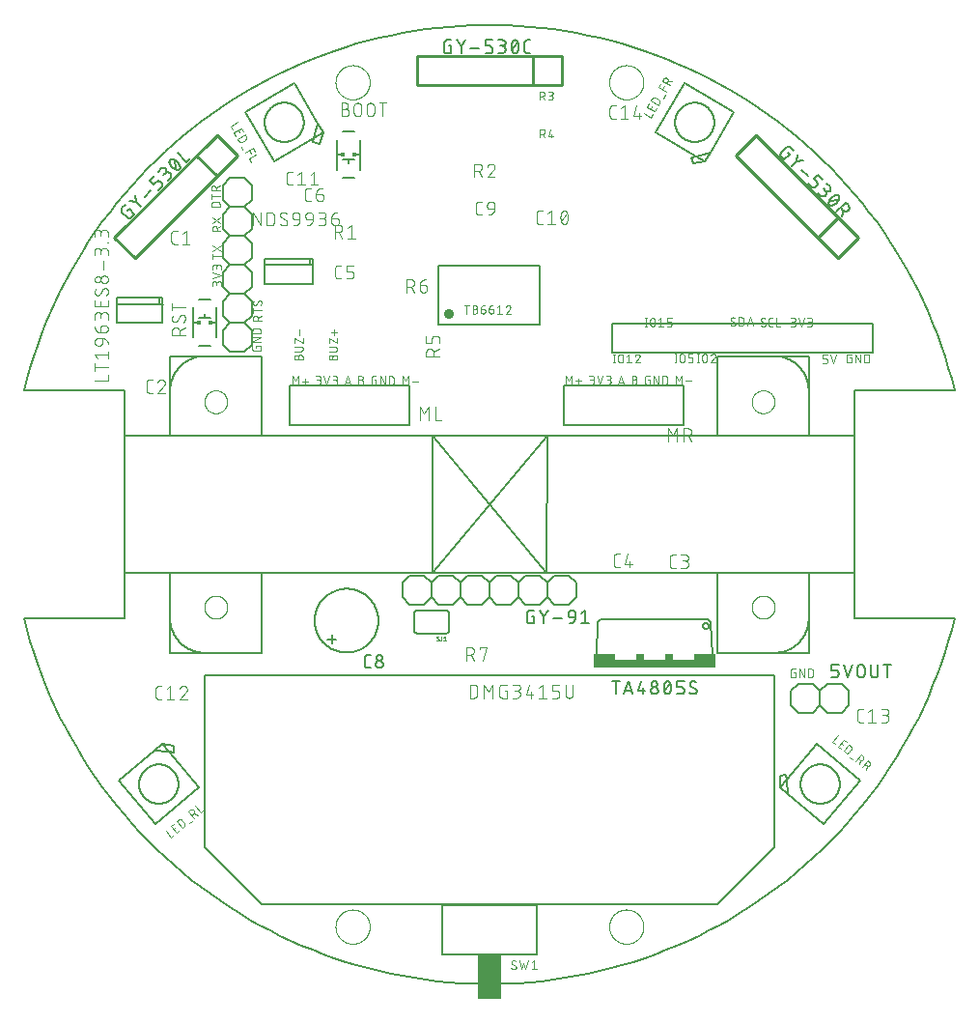
<source format=gto>
G75*
%MOIN*%
%OFA0B0*%
%FSLAX25Y25*%
%IPPOS*%
%LPD*%
%AMOC8*
5,1,8,0,0,1.08239X$1,22.5*
%
%ADD10C,0.00600*%
%ADD11C,0.00000*%
%ADD12C,0.00300*%
%ADD13C,0.00400*%
%ADD14C,0.00500*%
%ADD15C,0.00787*%
%ADD16C,0.01575*%
%ADD17C,0.00100*%
%ADD18R,0.08000X0.15500*%
%ADD19C,0.01000*%
%ADD20C,0.00800*%
%ADD21C,0.03482*%
%ADD22R,0.42000X0.03000*%
%ADD23R,0.07500X0.02000*%
%ADD24R,0.03000X0.02000*%
D10*
X0080355Y0065670D02*
X0100040Y0045985D01*
X0257520Y0045985D01*
X0277206Y0065670D01*
X0277206Y0124725D01*
X0080355Y0124725D01*
X0080355Y0065670D01*
X0080355Y0132599D02*
X0068544Y0132599D01*
X0068544Y0144410D01*
X0068544Y0160158D01*
X0052796Y0160158D01*
X0052796Y0144410D02*
X0018150Y0144410D01*
X0052796Y0144410D02*
X0052796Y0223150D01*
X0018150Y0223150D01*
X0052796Y0207402D02*
X0068544Y0207402D01*
X0068544Y0223150D01*
X0068544Y0234961D01*
X0080355Y0234961D01*
X0100040Y0234961D01*
X0100040Y0207402D01*
X0159095Y0207402D01*
X0198465Y0160158D01*
X0198965Y0207402D01*
X0159095Y0160158D01*
X0159095Y0207402D01*
X0198965Y0207402D01*
X0257520Y0207402D01*
X0257520Y0234961D01*
X0277206Y0234961D01*
X0289017Y0234961D01*
X0289017Y0223150D01*
X0289017Y0207402D01*
X0257520Y0207402D01*
X0277206Y0234961D02*
X0277491Y0234958D01*
X0277777Y0234947D01*
X0278062Y0234930D01*
X0278346Y0234906D01*
X0278630Y0234875D01*
X0278913Y0234837D01*
X0279194Y0234792D01*
X0279475Y0234741D01*
X0279755Y0234683D01*
X0280033Y0234618D01*
X0280309Y0234546D01*
X0280583Y0234468D01*
X0280856Y0234383D01*
X0281126Y0234291D01*
X0281394Y0234193D01*
X0281660Y0234089D01*
X0281923Y0233978D01*
X0282183Y0233861D01*
X0282441Y0233738D01*
X0282695Y0233608D01*
X0282946Y0233472D01*
X0283194Y0233331D01*
X0283438Y0233183D01*
X0283679Y0233030D01*
X0283915Y0232870D01*
X0284148Y0232705D01*
X0284377Y0232535D01*
X0284602Y0232359D01*
X0284822Y0232177D01*
X0285038Y0231991D01*
X0285249Y0231799D01*
X0285456Y0231602D01*
X0285658Y0231400D01*
X0285855Y0231193D01*
X0286047Y0230982D01*
X0286233Y0230766D01*
X0286415Y0230546D01*
X0286591Y0230321D01*
X0286761Y0230092D01*
X0286926Y0229859D01*
X0287086Y0229623D01*
X0287239Y0229382D01*
X0287387Y0229138D01*
X0287528Y0228890D01*
X0287664Y0228639D01*
X0287794Y0228385D01*
X0287917Y0228127D01*
X0288034Y0227867D01*
X0288145Y0227604D01*
X0288249Y0227338D01*
X0288347Y0227070D01*
X0288439Y0226800D01*
X0288524Y0226527D01*
X0288602Y0226253D01*
X0288674Y0225977D01*
X0288739Y0225699D01*
X0288797Y0225419D01*
X0288848Y0225138D01*
X0288893Y0224857D01*
X0288931Y0224574D01*
X0288962Y0224290D01*
X0288986Y0224006D01*
X0289003Y0223721D01*
X0289014Y0223435D01*
X0289017Y0223150D01*
X0304765Y0223150D02*
X0339410Y0223150D01*
X0304765Y0223150D02*
X0304765Y0144410D01*
X0339410Y0144410D01*
X0304765Y0160158D02*
X0198465Y0160158D01*
X0159095Y0160158D01*
X0100040Y0160158D01*
X0100040Y0132599D01*
X0080355Y0132599D01*
X0080070Y0132602D01*
X0079784Y0132613D01*
X0079499Y0132630D01*
X0079215Y0132654D01*
X0078931Y0132685D01*
X0078648Y0132723D01*
X0078367Y0132768D01*
X0078086Y0132819D01*
X0077806Y0132877D01*
X0077528Y0132942D01*
X0077252Y0133014D01*
X0076978Y0133092D01*
X0076705Y0133177D01*
X0076435Y0133269D01*
X0076167Y0133367D01*
X0075901Y0133471D01*
X0075638Y0133582D01*
X0075378Y0133699D01*
X0075120Y0133822D01*
X0074866Y0133952D01*
X0074615Y0134088D01*
X0074367Y0134229D01*
X0074123Y0134377D01*
X0073882Y0134530D01*
X0073646Y0134690D01*
X0073413Y0134855D01*
X0073184Y0135025D01*
X0072959Y0135201D01*
X0072739Y0135383D01*
X0072523Y0135569D01*
X0072312Y0135761D01*
X0072105Y0135958D01*
X0071903Y0136160D01*
X0071706Y0136367D01*
X0071514Y0136578D01*
X0071328Y0136794D01*
X0071146Y0137014D01*
X0070970Y0137239D01*
X0070800Y0137468D01*
X0070635Y0137701D01*
X0070475Y0137937D01*
X0070322Y0138178D01*
X0070174Y0138422D01*
X0070033Y0138670D01*
X0069897Y0138921D01*
X0069767Y0139175D01*
X0069644Y0139433D01*
X0069527Y0139693D01*
X0069416Y0139956D01*
X0069312Y0140222D01*
X0069214Y0140490D01*
X0069122Y0140760D01*
X0069037Y0141033D01*
X0068959Y0141307D01*
X0068887Y0141583D01*
X0068822Y0141861D01*
X0068764Y0142141D01*
X0068713Y0142422D01*
X0068668Y0142703D01*
X0068630Y0142986D01*
X0068599Y0143270D01*
X0068575Y0143554D01*
X0068558Y0143839D01*
X0068547Y0144125D01*
X0068544Y0144410D01*
X0068544Y0160158D02*
X0100040Y0160158D01*
X0122926Y0137213D02*
X0124426Y0137213D01*
X0124426Y0138713D01*
X0124426Y0137213D02*
X0125926Y0137213D01*
X0124426Y0137213D02*
X0124426Y0135713D01*
X0118426Y0143713D02*
X0118429Y0143983D01*
X0118439Y0144253D01*
X0118456Y0144522D01*
X0118479Y0144791D01*
X0118509Y0145060D01*
X0118545Y0145327D01*
X0118588Y0145594D01*
X0118637Y0145859D01*
X0118693Y0146123D01*
X0118756Y0146386D01*
X0118824Y0146647D01*
X0118900Y0146906D01*
X0118981Y0147163D01*
X0119069Y0147419D01*
X0119163Y0147672D01*
X0119263Y0147923D01*
X0119370Y0148171D01*
X0119482Y0148416D01*
X0119601Y0148659D01*
X0119725Y0148898D01*
X0119855Y0149135D01*
X0119991Y0149368D01*
X0120133Y0149598D01*
X0120280Y0149824D01*
X0120433Y0150047D01*
X0120591Y0150266D01*
X0120754Y0150481D01*
X0120923Y0150691D01*
X0121097Y0150898D01*
X0121276Y0151100D01*
X0121459Y0151298D01*
X0121648Y0151491D01*
X0121841Y0151680D01*
X0122039Y0151863D01*
X0122241Y0152042D01*
X0122448Y0152216D01*
X0122658Y0152385D01*
X0122873Y0152548D01*
X0123092Y0152706D01*
X0123315Y0152859D01*
X0123541Y0153006D01*
X0123771Y0153148D01*
X0124004Y0153284D01*
X0124241Y0153414D01*
X0124480Y0153538D01*
X0124723Y0153657D01*
X0124968Y0153769D01*
X0125216Y0153876D01*
X0125467Y0153976D01*
X0125720Y0154070D01*
X0125976Y0154158D01*
X0126233Y0154239D01*
X0126492Y0154315D01*
X0126753Y0154383D01*
X0127016Y0154446D01*
X0127280Y0154502D01*
X0127545Y0154551D01*
X0127812Y0154594D01*
X0128079Y0154630D01*
X0128348Y0154660D01*
X0128617Y0154683D01*
X0128886Y0154700D01*
X0129156Y0154710D01*
X0129426Y0154713D01*
X0129696Y0154710D01*
X0129966Y0154700D01*
X0130235Y0154683D01*
X0130504Y0154660D01*
X0130773Y0154630D01*
X0131040Y0154594D01*
X0131307Y0154551D01*
X0131572Y0154502D01*
X0131836Y0154446D01*
X0132099Y0154383D01*
X0132360Y0154315D01*
X0132619Y0154239D01*
X0132876Y0154158D01*
X0133132Y0154070D01*
X0133385Y0153976D01*
X0133636Y0153876D01*
X0133884Y0153769D01*
X0134129Y0153657D01*
X0134372Y0153538D01*
X0134611Y0153414D01*
X0134848Y0153284D01*
X0135081Y0153148D01*
X0135311Y0153006D01*
X0135537Y0152859D01*
X0135760Y0152706D01*
X0135979Y0152548D01*
X0136194Y0152385D01*
X0136404Y0152216D01*
X0136611Y0152042D01*
X0136813Y0151863D01*
X0137011Y0151680D01*
X0137204Y0151491D01*
X0137393Y0151298D01*
X0137576Y0151100D01*
X0137755Y0150898D01*
X0137929Y0150691D01*
X0138098Y0150481D01*
X0138261Y0150266D01*
X0138419Y0150047D01*
X0138572Y0149824D01*
X0138719Y0149598D01*
X0138861Y0149368D01*
X0138997Y0149135D01*
X0139127Y0148898D01*
X0139251Y0148659D01*
X0139370Y0148416D01*
X0139482Y0148171D01*
X0139589Y0147923D01*
X0139689Y0147672D01*
X0139783Y0147419D01*
X0139871Y0147163D01*
X0139952Y0146906D01*
X0140028Y0146647D01*
X0140096Y0146386D01*
X0140159Y0146123D01*
X0140215Y0145859D01*
X0140264Y0145594D01*
X0140307Y0145327D01*
X0140343Y0145060D01*
X0140373Y0144791D01*
X0140396Y0144522D01*
X0140413Y0144253D01*
X0140423Y0143983D01*
X0140426Y0143713D01*
X0140423Y0143443D01*
X0140413Y0143173D01*
X0140396Y0142904D01*
X0140373Y0142635D01*
X0140343Y0142366D01*
X0140307Y0142099D01*
X0140264Y0141832D01*
X0140215Y0141567D01*
X0140159Y0141303D01*
X0140096Y0141040D01*
X0140028Y0140779D01*
X0139952Y0140520D01*
X0139871Y0140263D01*
X0139783Y0140007D01*
X0139689Y0139754D01*
X0139589Y0139503D01*
X0139482Y0139255D01*
X0139370Y0139010D01*
X0139251Y0138767D01*
X0139127Y0138528D01*
X0138997Y0138291D01*
X0138861Y0138058D01*
X0138719Y0137828D01*
X0138572Y0137602D01*
X0138419Y0137379D01*
X0138261Y0137160D01*
X0138098Y0136945D01*
X0137929Y0136735D01*
X0137755Y0136528D01*
X0137576Y0136326D01*
X0137393Y0136128D01*
X0137204Y0135935D01*
X0137011Y0135746D01*
X0136813Y0135563D01*
X0136611Y0135384D01*
X0136404Y0135210D01*
X0136194Y0135041D01*
X0135979Y0134878D01*
X0135760Y0134720D01*
X0135537Y0134567D01*
X0135311Y0134420D01*
X0135081Y0134278D01*
X0134848Y0134142D01*
X0134611Y0134012D01*
X0134372Y0133888D01*
X0134129Y0133769D01*
X0133884Y0133657D01*
X0133636Y0133550D01*
X0133385Y0133450D01*
X0133132Y0133356D01*
X0132876Y0133268D01*
X0132619Y0133187D01*
X0132360Y0133111D01*
X0132099Y0133043D01*
X0131836Y0132980D01*
X0131572Y0132924D01*
X0131307Y0132875D01*
X0131040Y0132832D01*
X0130773Y0132796D01*
X0130504Y0132766D01*
X0130235Y0132743D01*
X0129966Y0132726D01*
X0129696Y0132716D01*
X0129426Y0132713D01*
X0129156Y0132716D01*
X0128886Y0132726D01*
X0128617Y0132743D01*
X0128348Y0132766D01*
X0128079Y0132796D01*
X0127812Y0132832D01*
X0127545Y0132875D01*
X0127280Y0132924D01*
X0127016Y0132980D01*
X0126753Y0133043D01*
X0126492Y0133111D01*
X0126233Y0133187D01*
X0125976Y0133268D01*
X0125720Y0133356D01*
X0125467Y0133450D01*
X0125216Y0133550D01*
X0124968Y0133657D01*
X0124723Y0133769D01*
X0124480Y0133888D01*
X0124241Y0134012D01*
X0124004Y0134142D01*
X0123771Y0134278D01*
X0123541Y0134420D01*
X0123315Y0134567D01*
X0123092Y0134720D01*
X0122873Y0134878D01*
X0122658Y0135041D01*
X0122448Y0135210D01*
X0122241Y0135384D01*
X0122039Y0135563D01*
X0121841Y0135746D01*
X0121648Y0135935D01*
X0121459Y0136128D01*
X0121276Y0136326D01*
X0121097Y0136528D01*
X0120923Y0136735D01*
X0120754Y0136945D01*
X0120591Y0137160D01*
X0120433Y0137379D01*
X0120280Y0137602D01*
X0120133Y0137828D01*
X0119991Y0138058D01*
X0119855Y0138291D01*
X0119725Y0138528D01*
X0119601Y0138767D01*
X0119482Y0139010D01*
X0119370Y0139255D01*
X0119263Y0139503D01*
X0119163Y0139754D01*
X0119069Y0140007D01*
X0118981Y0140263D01*
X0118900Y0140520D01*
X0118824Y0140779D01*
X0118756Y0141040D01*
X0118693Y0141303D01*
X0118637Y0141567D01*
X0118588Y0141832D01*
X0118545Y0142099D01*
X0118509Y0142366D01*
X0118479Y0142635D01*
X0118456Y0142904D01*
X0118439Y0143173D01*
X0118429Y0143443D01*
X0118426Y0143713D01*
X0148780Y0151753D02*
X0151280Y0149253D01*
X0156280Y0149253D01*
X0158780Y0151753D01*
X0161280Y0149253D01*
X0166280Y0149253D01*
X0168780Y0151753D01*
X0168780Y0156753D01*
X0166280Y0159253D01*
X0161280Y0159253D01*
X0158780Y0156753D01*
X0158780Y0151753D01*
X0153812Y0147339D02*
X0163812Y0147339D01*
X0163872Y0147337D01*
X0163933Y0147332D01*
X0163992Y0147323D01*
X0164051Y0147310D01*
X0164110Y0147294D01*
X0164167Y0147274D01*
X0164222Y0147251D01*
X0164277Y0147224D01*
X0164329Y0147195D01*
X0164380Y0147162D01*
X0164429Y0147126D01*
X0164475Y0147088D01*
X0164519Y0147046D01*
X0164561Y0147002D01*
X0164599Y0146956D01*
X0164635Y0146907D01*
X0164668Y0146856D01*
X0164697Y0146804D01*
X0164724Y0146749D01*
X0164747Y0146694D01*
X0164767Y0146637D01*
X0164783Y0146578D01*
X0164796Y0146519D01*
X0164805Y0146460D01*
X0164810Y0146399D01*
X0164812Y0146339D01*
X0164812Y0140339D01*
X0164810Y0140279D01*
X0164805Y0140218D01*
X0164796Y0140159D01*
X0164783Y0140100D01*
X0164767Y0140041D01*
X0164747Y0139984D01*
X0164724Y0139929D01*
X0164697Y0139874D01*
X0164668Y0139822D01*
X0164635Y0139771D01*
X0164599Y0139722D01*
X0164561Y0139676D01*
X0164519Y0139632D01*
X0164475Y0139590D01*
X0164429Y0139552D01*
X0164380Y0139516D01*
X0164329Y0139483D01*
X0164277Y0139454D01*
X0164222Y0139427D01*
X0164167Y0139404D01*
X0164110Y0139384D01*
X0164051Y0139368D01*
X0163992Y0139355D01*
X0163933Y0139346D01*
X0163872Y0139341D01*
X0163812Y0139339D01*
X0153812Y0139339D01*
X0153752Y0139341D01*
X0153691Y0139346D01*
X0153632Y0139355D01*
X0153573Y0139368D01*
X0153514Y0139384D01*
X0153457Y0139404D01*
X0153402Y0139427D01*
X0153347Y0139454D01*
X0153295Y0139483D01*
X0153244Y0139516D01*
X0153195Y0139552D01*
X0153149Y0139590D01*
X0153105Y0139632D01*
X0153063Y0139676D01*
X0153025Y0139722D01*
X0152989Y0139771D01*
X0152956Y0139822D01*
X0152927Y0139874D01*
X0152900Y0139929D01*
X0152877Y0139984D01*
X0152857Y0140041D01*
X0152841Y0140100D01*
X0152828Y0140159D01*
X0152819Y0140218D01*
X0152814Y0140279D01*
X0152812Y0140339D01*
X0152812Y0146339D01*
X0152814Y0146399D01*
X0152819Y0146460D01*
X0152828Y0146519D01*
X0152841Y0146578D01*
X0152857Y0146637D01*
X0152877Y0146694D01*
X0152900Y0146749D01*
X0152927Y0146804D01*
X0152956Y0146856D01*
X0152989Y0146907D01*
X0153025Y0146956D01*
X0153063Y0147002D01*
X0153105Y0147046D01*
X0153149Y0147088D01*
X0153195Y0147126D01*
X0153244Y0147162D01*
X0153295Y0147195D01*
X0153347Y0147224D01*
X0153402Y0147251D01*
X0153457Y0147274D01*
X0153514Y0147294D01*
X0153573Y0147310D01*
X0153632Y0147323D01*
X0153691Y0147332D01*
X0153752Y0147337D01*
X0153812Y0147339D01*
X0148780Y0151753D02*
X0148780Y0156753D01*
X0151280Y0159253D01*
X0156280Y0159253D01*
X0158780Y0156753D01*
X0168780Y0156753D02*
X0171280Y0159253D01*
X0176280Y0159253D01*
X0178780Y0156753D01*
X0181280Y0159253D01*
X0186280Y0159253D01*
X0188780Y0156753D01*
X0191280Y0159253D01*
X0196280Y0159253D01*
X0198780Y0156753D01*
X0201280Y0159253D01*
X0206280Y0159253D01*
X0208780Y0156753D01*
X0208780Y0151753D01*
X0206280Y0149253D01*
X0201280Y0149253D01*
X0198780Y0151753D01*
X0196280Y0149253D01*
X0191280Y0149253D01*
X0188780Y0151753D01*
X0186280Y0149253D01*
X0181280Y0149253D01*
X0178780Y0151753D01*
X0176280Y0149253D01*
X0171280Y0149253D01*
X0168780Y0151753D01*
X0178780Y0151753D02*
X0178780Y0156753D01*
X0188780Y0156753D02*
X0188780Y0151753D01*
X0198780Y0151753D02*
X0198780Y0156753D01*
X0339410Y0144410D02*
X0338402Y0140500D01*
X0337300Y0136615D01*
X0336102Y0132759D01*
X0334811Y0128933D01*
X0333427Y0125140D01*
X0331951Y0121381D01*
X0330383Y0117660D01*
X0328725Y0113978D01*
X0326978Y0110338D01*
X0325142Y0106741D01*
X0323219Y0103191D01*
X0321210Y0099688D01*
X0319115Y0096235D01*
X0316938Y0092835D01*
X0314678Y0089489D01*
X0312336Y0086199D01*
X0309916Y0082967D01*
X0307417Y0079795D01*
X0304841Y0076685D01*
X0302190Y0073639D01*
X0299466Y0070659D01*
X0296669Y0067746D01*
X0293802Y0064902D01*
X0290867Y0062129D01*
X0287865Y0059429D01*
X0284798Y0056802D01*
X0281668Y0054252D01*
X0278476Y0051778D01*
X0275225Y0049383D01*
X0271916Y0047068D01*
X0268552Y0044835D01*
X0265134Y0042685D01*
X0261665Y0040618D01*
X0258146Y0038637D01*
X0254581Y0036743D01*
X0250969Y0034936D01*
X0247315Y0033217D01*
X0243620Y0031589D01*
X0239887Y0030051D01*
X0236116Y0028605D01*
X0232312Y0027251D01*
X0228476Y0025991D01*
X0224610Y0024824D01*
X0220717Y0023753D01*
X0216799Y0022777D01*
X0212858Y0021896D01*
X0208897Y0021113D01*
X0204917Y0020426D01*
X0200923Y0019836D01*
X0196915Y0019344D01*
X0192896Y0018951D01*
X0188869Y0018655D01*
X0184836Y0018458D01*
X0180799Y0018359D01*
X0176761Y0018359D01*
X0172724Y0018458D01*
X0168691Y0018655D01*
X0164664Y0018951D01*
X0160645Y0019344D01*
X0156637Y0019836D01*
X0152643Y0020426D01*
X0148663Y0021113D01*
X0144702Y0021896D01*
X0140761Y0022777D01*
X0136843Y0023753D01*
X0132950Y0024824D01*
X0129084Y0025991D01*
X0125248Y0027251D01*
X0121444Y0028605D01*
X0117673Y0030051D01*
X0113940Y0031589D01*
X0110245Y0033217D01*
X0106591Y0034936D01*
X0102979Y0036743D01*
X0099414Y0038637D01*
X0095895Y0040618D01*
X0092426Y0042685D01*
X0089008Y0044835D01*
X0085644Y0047068D01*
X0082335Y0049383D01*
X0079084Y0051778D01*
X0075892Y0054252D01*
X0072762Y0056802D01*
X0069695Y0059429D01*
X0066693Y0062129D01*
X0063758Y0064902D01*
X0060891Y0067746D01*
X0058094Y0070659D01*
X0055370Y0073639D01*
X0052719Y0076685D01*
X0050143Y0079795D01*
X0047644Y0082967D01*
X0045224Y0086199D01*
X0042882Y0089489D01*
X0040622Y0092835D01*
X0038445Y0096235D01*
X0036350Y0099688D01*
X0034341Y0103191D01*
X0032418Y0106741D01*
X0030582Y0110338D01*
X0028835Y0113978D01*
X0027177Y0117660D01*
X0025609Y0121381D01*
X0024133Y0125140D01*
X0022749Y0128933D01*
X0021458Y0132759D01*
X0020260Y0136615D01*
X0019158Y0140500D01*
X0018150Y0144410D01*
X0068544Y0207402D02*
X0100040Y0207402D01*
X0080355Y0234961D02*
X0080070Y0234958D01*
X0079784Y0234947D01*
X0079499Y0234930D01*
X0079215Y0234906D01*
X0078931Y0234875D01*
X0078648Y0234837D01*
X0078367Y0234792D01*
X0078086Y0234741D01*
X0077806Y0234683D01*
X0077528Y0234618D01*
X0077252Y0234546D01*
X0076978Y0234468D01*
X0076705Y0234383D01*
X0076435Y0234291D01*
X0076167Y0234193D01*
X0075901Y0234089D01*
X0075638Y0233978D01*
X0075378Y0233861D01*
X0075120Y0233738D01*
X0074866Y0233608D01*
X0074615Y0233472D01*
X0074367Y0233331D01*
X0074123Y0233183D01*
X0073882Y0233030D01*
X0073646Y0232870D01*
X0073413Y0232705D01*
X0073184Y0232535D01*
X0072959Y0232359D01*
X0072739Y0232177D01*
X0072523Y0231991D01*
X0072312Y0231799D01*
X0072105Y0231602D01*
X0071903Y0231400D01*
X0071706Y0231193D01*
X0071514Y0230982D01*
X0071328Y0230766D01*
X0071146Y0230546D01*
X0070970Y0230321D01*
X0070800Y0230092D01*
X0070635Y0229859D01*
X0070475Y0229623D01*
X0070322Y0229382D01*
X0070174Y0229138D01*
X0070033Y0228890D01*
X0069897Y0228639D01*
X0069767Y0228385D01*
X0069644Y0228127D01*
X0069527Y0227867D01*
X0069416Y0227604D01*
X0069312Y0227338D01*
X0069214Y0227070D01*
X0069122Y0226800D01*
X0069037Y0226527D01*
X0068959Y0226253D01*
X0068887Y0225977D01*
X0068822Y0225699D01*
X0068764Y0225419D01*
X0068713Y0225138D01*
X0068668Y0224857D01*
X0068630Y0224574D01*
X0068599Y0224290D01*
X0068575Y0224006D01*
X0068558Y0223721D01*
X0068547Y0223435D01*
X0068544Y0223150D01*
X0086772Y0238989D02*
X0089272Y0236489D01*
X0094272Y0236489D01*
X0096772Y0238989D01*
X0096772Y0243989D01*
X0094272Y0246489D01*
X0096772Y0248989D01*
X0096772Y0253989D01*
X0094272Y0256489D01*
X0089272Y0256489D01*
X0086772Y0253989D01*
X0086772Y0248989D01*
X0089272Y0246489D01*
X0094272Y0246489D01*
X0089272Y0246489D02*
X0086772Y0243989D01*
X0086772Y0238989D01*
X0089272Y0256489D02*
X0086772Y0258989D01*
X0086772Y0263989D01*
X0089272Y0266489D01*
X0086772Y0268989D01*
X0086772Y0273989D01*
X0089272Y0276489D01*
X0086772Y0278989D01*
X0086772Y0283989D01*
X0089272Y0286489D01*
X0086772Y0288989D01*
X0086772Y0293989D01*
X0089272Y0296489D01*
X0094272Y0296489D01*
X0096772Y0293989D01*
X0096772Y0288989D01*
X0094272Y0286489D01*
X0096772Y0283989D01*
X0096772Y0278989D01*
X0094272Y0276489D01*
X0096772Y0273989D01*
X0096772Y0268989D01*
X0094272Y0266489D01*
X0096772Y0263989D01*
X0096772Y0258989D01*
X0094272Y0256489D01*
X0101300Y0260000D02*
X0117700Y0260000D01*
X0117700Y0266400D01*
X0101300Y0266400D01*
X0101300Y0268600D01*
X0117700Y0268600D01*
X0117800Y0268600D01*
X0117700Y0268600D02*
X0117700Y0266400D01*
X0117400Y0266500D02*
X0116900Y0266500D01*
X0116900Y0268500D01*
X0101300Y0266300D02*
X0101300Y0260000D01*
X0094272Y0266489D02*
X0089272Y0266489D01*
X0089272Y0276489D02*
X0094272Y0276489D01*
X0094272Y0286489D02*
X0089272Y0286489D01*
X0065900Y0255200D02*
X0065900Y0246500D01*
X0050200Y0246500D01*
X0050200Y0252900D01*
X0066000Y0252900D01*
X0065000Y0253100D02*
X0064900Y0253100D01*
X0064900Y0255000D01*
X0065900Y0255200D02*
X0050300Y0255200D01*
X0050200Y0255300D02*
X0050200Y0252900D01*
X0018150Y0223151D02*
X0019158Y0227061D01*
X0020260Y0230946D01*
X0021458Y0234802D01*
X0022749Y0238628D01*
X0024133Y0242421D01*
X0025609Y0246180D01*
X0027177Y0249901D01*
X0028835Y0253583D01*
X0030582Y0257223D01*
X0032418Y0260820D01*
X0034341Y0264370D01*
X0036350Y0267873D01*
X0038445Y0271326D01*
X0040622Y0274726D01*
X0042882Y0278072D01*
X0045224Y0281362D01*
X0047644Y0284594D01*
X0050143Y0287766D01*
X0052719Y0290876D01*
X0055370Y0293922D01*
X0058094Y0296902D01*
X0060891Y0299815D01*
X0063758Y0302659D01*
X0066693Y0305432D01*
X0069695Y0308132D01*
X0072762Y0310759D01*
X0075892Y0313309D01*
X0079084Y0315783D01*
X0082335Y0318178D01*
X0085644Y0320493D01*
X0089008Y0322726D01*
X0092426Y0324876D01*
X0095895Y0326943D01*
X0099414Y0328924D01*
X0102979Y0330818D01*
X0106591Y0332625D01*
X0110245Y0334344D01*
X0113940Y0335972D01*
X0117673Y0337510D01*
X0121444Y0338956D01*
X0125248Y0340310D01*
X0129084Y0341570D01*
X0132950Y0342737D01*
X0136843Y0343808D01*
X0140761Y0344784D01*
X0144702Y0345665D01*
X0148663Y0346448D01*
X0152643Y0347135D01*
X0156637Y0347725D01*
X0160645Y0348217D01*
X0164664Y0348610D01*
X0168691Y0348906D01*
X0172724Y0349103D01*
X0176761Y0349202D01*
X0180799Y0349202D01*
X0184836Y0349103D01*
X0188869Y0348906D01*
X0192896Y0348610D01*
X0196915Y0348217D01*
X0200923Y0347725D01*
X0204917Y0347135D01*
X0208897Y0346448D01*
X0212858Y0345665D01*
X0216799Y0344784D01*
X0220717Y0343808D01*
X0224610Y0342737D01*
X0228476Y0341570D01*
X0232312Y0340310D01*
X0236116Y0338956D01*
X0239887Y0337510D01*
X0243620Y0335972D01*
X0247315Y0334344D01*
X0250969Y0332625D01*
X0254581Y0330818D01*
X0258146Y0328924D01*
X0261665Y0326943D01*
X0265134Y0324876D01*
X0268552Y0322726D01*
X0271916Y0320493D01*
X0275225Y0318178D01*
X0278476Y0315783D01*
X0281668Y0313309D01*
X0284798Y0310759D01*
X0287865Y0308132D01*
X0290867Y0305432D01*
X0293802Y0302659D01*
X0296669Y0299815D01*
X0299466Y0296902D01*
X0302190Y0293922D01*
X0304841Y0290876D01*
X0307417Y0287766D01*
X0309916Y0284594D01*
X0312336Y0281362D01*
X0314678Y0278072D01*
X0316938Y0274726D01*
X0319115Y0271326D01*
X0321210Y0267873D01*
X0323219Y0264370D01*
X0325142Y0260820D01*
X0326978Y0257223D01*
X0328725Y0253583D01*
X0330383Y0249901D01*
X0331951Y0246180D01*
X0333427Y0242421D01*
X0334811Y0238628D01*
X0336102Y0234802D01*
X0337300Y0230946D01*
X0338402Y0227061D01*
X0339410Y0223151D01*
X0304765Y0207402D02*
X0289017Y0207402D01*
X0289017Y0160158D02*
X0257520Y0160158D01*
X0257520Y0132599D01*
X0277206Y0132599D01*
X0289017Y0132599D01*
X0289017Y0144410D01*
X0289017Y0160158D01*
X0289017Y0144410D02*
X0289014Y0144125D01*
X0289003Y0143839D01*
X0288986Y0143554D01*
X0288962Y0143270D01*
X0288931Y0142986D01*
X0288893Y0142703D01*
X0288848Y0142422D01*
X0288797Y0142141D01*
X0288739Y0141861D01*
X0288674Y0141583D01*
X0288602Y0141307D01*
X0288524Y0141033D01*
X0288439Y0140760D01*
X0288347Y0140490D01*
X0288249Y0140222D01*
X0288145Y0139956D01*
X0288034Y0139693D01*
X0287917Y0139433D01*
X0287794Y0139175D01*
X0287664Y0138921D01*
X0287528Y0138670D01*
X0287387Y0138422D01*
X0287239Y0138178D01*
X0287086Y0137937D01*
X0286926Y0137701D01*
X0286761Y0137468D01*
X0286591Y0137239D01*
X0286415Y0137014D01*
X0286233Y0136794D01*
X0286047Y0136578D01*
X0285855Y0136367D01*
X0285658Y0136160D01*
X0285456Y0135958D01*
X0285249Y0135761D01*
X0285038Y0135569D01*
X0284822Y0135383D01*
X0284602Y0135201D01*
X0284377Y0135025D01*
X0284148Y0134855D01*
X0283915Y0134690D01*
X0283679Y0134530D01*
X0283438Y0134377D01*
X0283194Y0134229D01*
X0282946Y0134088D01*
X0282695Y0133952D01*
X0282441Y0133822D01*
X0282183Y0133699D01*
X0281923Y0133582D01*
X0281660Y0133471D01*
X0281394Y0133367D01*
X0281126Y0133269D01*
X0280856Y0133177D01*
X0280583Y0133092D01*
X0280309Y0133014D01*
X0280033Y0132942D01*
X0279755Y0132877D01*
X0279475Y0132819D01*
X0279194Y0132768D01*
X0278913Y0132723D01*
X0278630Y0132685D01*
X0278346Y0132654D01*
X0278062Y0132630D01*
X0277777Y0132613D01*
X0277491Y0132602D01*
X0277206Y0132599D01*
X0285454Y0121851D02*
X0282954Y0119351D01*
X0282954Y0114351D01*
X0285454Y0111851D01*
X0290454Y0111851D01*
X0292954Y0114351D01*
X0292954Y0119351D01*
X0290454Y0121851D01*
X0285454Y0121851D01*
X0292954Y0119351D02*
X0295454Y0121851D01*
X0300454Y0121851D01*
X0302954Y0119351D01*
X0302954Y0114351D01*
X0300454Y0111851D01*
X0295454Y0111851D01*
X0292954Y0114351D01*
D11*
X0269332Y0148347D02*
X0269334Y0148472D01*
X0269340Y0148597D01*
X0269350Y0148721D01*
X0269364Y0148845D01*
X0269381Y0148969D01*
X0269403Y0149092D01*
X0269429Y0149214D01*
X0269458Y0149336D01*
X0269491Y0149456D01*
X0269529Y0149575D01*
X0269569Y0149694D01*
X0269614Y0149810D01*
X0269662Y0149925D01*
X0269714Y0150039D01*
X0269770Y0150151D01*
X0269829Y0150261D01*
X0269891Y0150369D01*
X0269957Y0150476D01*
X0270026Y0150580D01*
X0270099Y0150681D01*
X0270174Y0150781D01*
X0270253Y0150878D01*
X0270335Y0150972D01*
X0270420Y0151064D01*
X0270507Y0151153D01*
X0270598Y0151239D01*
X0270691Y0151322D01*
X0270787Y0151403D01*
X0270885Y0151480D01*
X0270985Y0151554D01*
X0271088Y0151625D01*
X0271193Y0151692D01*
X0271301Y0151757D01*
X0271410Y0151817D01*
X0271521Y0151875D01*
X0271634Y0151928D01*
X0271748Y0151978D01*
X0271864Y0152025D01*
X0271981Y0152067D01*
X0272100Y0152106D01*
X0272220Y0152142D01*
X0272341Y0152173D01*
X0272463Y0152201D01*
X0272585Y0152224D01*
X0272709Y0152244D01*
X0272833Y0152260D01*
X0272957Y0152272D01*
X0273082Y0152280D01*
X0273207Y0152284D01*
X0273331Y0152284D01*
X0273456Y0152280D01*
X0273581Y0152272D01*
X0273705Y0152260D01*
X0273829Y0152244D01*
X0273953Y0152224D01*
X0274075Y0152201D01*
X0274197Y0152173D01*
X0274318Y0152142D01*
X0274438Y0152106D01*
X0274557Y0152067D01*
X0274674Y0152025D01*
X0274790Y0151978D01*
X0274904Y0151928D01*
X0275017Y0151875D01*
X0275128Y0151817D01*
X0275238Y0151757D01*
X0275345Y0151692D01*
X0275450Y0151625D01*
X0275553Y0151554D01*
X0275653Y0151480D01*
X0275751Y0151403D01*
X0275847Y0151322D01*
X0275940Y0151239D01*
X0276031Y0151153D01*
X0276118Y0151064D01*
X0276203Y0150972D01*
X0276285Y0150878D01*
X0276364Y0150781D01*
X0276439Y0150681D01*
X0276512Y0150580D01*
X0276581Y0150476D01*
X0276647Y0150369D01*
X0276709Y0150261D01*
X0276768Y0150151D01*
X0276824Y0150039D01*
X0276876Y0149925D01*
X0276924Y0149810D01*
X0276969Y0149694D01*
X0277009Y0149575D01*
X0277047Y0149456D01*
X0277080Y0149336D01*
X0277109Y0149214D01*
X0277135Y0149092D01*
X0277157Y0148969D01*
X0277174Y0148845D01*
X0277188Y0148721D01*
X0277198Y0148597D01*
X0277204Y0148472D01*
X0277206Y0148347D01*
X0277204Y0148222D01*
X0277198Y0148097D01*
X0277188Y0147973D01*
X0277174Y0147849D01*
X0277157Y0147725D01*
X0277135Y0147602D01*
X0277109Y0147480D01*
X0277080Y0147358D01*
X0277047Y0147238D01*
X0277009Y0147119D01*
X0276969Y0147000D01*
X0276924Y0146884D01*
X0276876Y0146769D01*
X0276824Y0146655D01*
X0276768Y0146543D01*
X0276709Y0146433D01*
X0276647Y0146325D01*
X0276581Y0146218D01*
X0276512Y0146114D01*
X0276439Y0146013D01*
X0276364Y0145913D01*
X0276285Y0145816D01*
X0276203Y0145722D01*
X0276118Y0145630D01*
X0276031Y0145541D01*
X0275940Y0145455D01*
X0275847Y0145372D01*
X0275751Y0145291D01*
X0275653Y0145214D01*
X0275553Y0145140D01*
X0275450Y0145069D01*
X0275345Y0145002D01*
X0275237Y0144937D01*
X0275128Y0144877D01*
X0275017Y0144819D01*
X0274904Y0144766D01*
X0274790Y0144716D01*
X0274674Y0144669D01*
X0274557Y0144627D01*
X0274438Y0144588D01*
X0274318Y0144552D01*
X0274197Y0144521D01*
X0274075Y0144493D01*
X0273953Y0144470D01*
X0273829Y0144450D01*
X0273705Y0144434D01*
X0273581Y0144422D01*
X0273456Y0144414D01*
X0273331Y0144410D01*
X0273207Y0144410D01*
X0273082Y0144414D01*
X0272957Y0144422D01*
X0272833Y0144434D01*
X0272709Y0144450D01*
X0272585Y0144470D01*
X0272463Y0144493D01*
X0272341Y0144521D01*
X0272220Y0144552D01*
X0272100Y0144588D01*
X0271981Y0144627D01*
X0271864Y0144669D01*
X0271748Y0144716D01*
X0271634Y0144766D01*
X0271521Y0144819D01*
X0271410Y0144877D01*
X0271300Y0144937D01*
X0271193Y0145002D01*
X0271088Y0145069D01*
X0270985Y0145140D01*
X0270885Y0145214D01*
X0270787Y0145291D01*
X0270691Y0145372D01*
X0270598Y0145455D01*
X0270507Y0145541D01*
X0270420Y0145630D01*
X0270335Y0145722D01*
X0270253Y0145816D01*
X0270174Y0145913D01*
X0270099Y0146013D01*
X0270026Y0146114D01*
X0269957Y0146218D01*
X0269891Y0146325D01*
X0269829Y0146433D01*
X0269770Y0146543D01*
X0269714Y0146655D01*
X0269662Y0146769D01*
X0269614Y0146884D01*
X0269569Y0147000D01*
X0269529Y0147119D01*
X0269491Y0147238D01*
X0269458Y0147358D01*
X0269429Y0147480D01*
X0269403Y0147602D01*
X0269381Y0147725D01*
X0269364Y0147849D01*
X0269350Y0147973D01*
X0269340Y0148097D01*
X0269334Y0148222D01*
X0269332Y0148347D01*
X0269332Y0219213D02*
X0269334Y0219338D01*
X0269340Y0219463D01*
X0269350Y0219587D01*
X0269364Y0219711D01*
X0269381Y0219835D01*
X0269403Y0219958D01*
X0269429Y0220080D01*
X0269458Y0220202D01*
X0269491Y0220322D01*
X0269529Y0220441D01*
X0269569Y0220560D01*
X0269614Y0220676D01*
X0269662Y0220791D01*
X0269714Y0220905D01*
X0269770Y0221017D01*
X0269829Y0221127D01*
X0269891Y0221235D01*
X0269957Y0221342D01*
X0270026Y0221446D01*
X0270099Y0221547D01*
X0270174Y0221647D01*
X0270253Y0221744D01*
X0270335Y0221838D01*
X0270420Y0221930D01*
X0270507Y0222019D01*
X0270598Y0222105D01*
X0270691Y0222188D01*
X0270787Y0222269D01*
X0270885Y0222346D01*
X0270985Y0222420D01*
X0271088Y0222491D01*
X0271193Y0222558D01*
X0271301Y0222623D01*
X0271410Y0222683D01*
X0271521Y0222741D01*
X0271634Y0222794D01*
X0271748Y0222844D01*
X0271864Y0222891D01*
X0271981Y0222933D01*
X0272100Y0222972D01*
X0272220Y0223008D01*
X0272341Y0223039D01*
X0272463Y0223067D01*
X0272585Y0223090D01*
X0272709Y0223110D01*
X0272833Y0223126D01*
X0272957Y0223138D01*
X0273082Y0223146D01*
X0273207Y0223150D01*
X0273331Y0223150D01*
X0273456Y0223146D01*
X0273581Y0223138D01*
X0273705Y0223126D01*
X0273829Y0223110D01*
X0273953Y0223090D01*
X0274075Y0223067D01*
X0274197Y0223039D01*
X0274318Y0223008D01*
X0274438Y0222972D01*
X0274557Y0222933D01*
X0274674Y0222891D01*
X0274790Y0222844D01*
X0274904Y0222794D01*
X0275017Y0222741D01*
X0275128Y0222683D01*
X0275238Y0222623D01*
X0275345Y0222558D01*
X0275450Y0222491D01*
X0275553Y0222420D01*
X0275653Y0222346D01*
X0275751Y0222269D01*
X0275847Y0222188D01*
X0275940Y0222105D01*
X0276031Y0222019D01*
X0276118Y0221930D01*
X0276203Y0221838D01*
X0276285Y0221744D01*
X0276364Y0221647D01*
X0276439Y0221547D01*
X0276512Y0221446D01*
X0276581Y0221342D01*
X0276647Y0221235D01*
X0276709Y0221127D01*
X0276768Y0221017D01*
X0276824Y0220905D01*
X0276876Y0220791D01*
X0276924Y0220676D01*
X0276969Y0220560D01*
X0277009Y0220441D01*
X0277047Y0220322D01*
X0277080Y0220202D01*
X0277109Y0220080D01*
X0277135Y0219958D01*
X0277157Y0219835D01*
X0277174Y0219711D01*
X0277188Y0219587D01*
X0277198Y0219463D01*
X0277204Y0219338D01*
X0277206Y0219213D01*
X0277204Y0219088D01*
X0277198Y0218963D01*
X0277188Y0218839D01*
X0277174Y0218715D01*
X0277157Y0218591D01*
X0277135Y0218468D01*
X0277109Y0218346D01*
X0277080Y0218224D01*
X0277047Y0218104D01*
X0277009Y0217985D01*
X0276969Y0217866D01*
X0276924Y0217750D01*
X0276876Y0217635D01*
X0276824Y0217521D01*
X0276768Y0217409D01*
X0276709Y0217299D01*
X0276647Y0217191D01*
X0276581Y0217084D01*
X0276512Y0216980D01*
X0276439Y0216879D01*
X0276364Y0216779D01*
X0276285Y0216682D01*
X0276203Y0216588D01*
X0276118Y0216496D01*
X0276031Y0216407D01*
X0275940Y0216321D01*
X0275847Y0216238D01*
X0275751Y0216157D01*
X0275653Y0216080D01*
X0275553Y0216006D01*
X0275450Y0215935D01*
X0275345Y0215868D01*
X0275237Y0215803D01*
X0275128Y0215743D01*
X0275017Y0215685D01*
X0274904Y0215632D01*
X0274790Y0215582D01*
X0274674Y0215535D01*
X0274557Y0215493D01*
X0274438Y0215454D01*
X0274318Y0215418D01*
X0274197Y0215387D01*
X0274075Y0215359D01*
X0273953Y0215336D01*
X0273829Y0215316D01*
X0273705Y0215300D01*
X0273581Y0215288D01*
X0273456Y0215280D01*
X0273331Y0215276D01*
X0273207Y0215276D01*
X0273082Y0215280D01*
X0272957Y0215288D01*
X0272833Y0215300D01*
X0272709Y0215316D01*
X0272585Y0215336D01*
X0272463Y0215359D01*
X0272341Y0215387D01*
X0272220Y0215418D01*
X0272100Y0215454D01*
X0271981Y0215493D01*
X0271864Y0215535D01*
X0271748Y0215582D01*
X0271634Y0215632D01*
X0271521Y0215685D01*
X0271410Y0215743D01*
X0271300Y0215803D01*
X0271193Y0215868D01*
X0271088Y0215935D01*
X0270985Y0216006D01*
X0270885Y0216080D01*
X0270787Y0216157D01*
X0270691Y0216238D01*
X0270598Y0216321D01*
X0270507Y0216407D01*
X0270420Y0216496D01*
X0270335Y0216588D01*
X0270253Y0216682D01*
X0270174Y0216779D01*
X0270099Y0216879D01*
X0270026Y0216980D01*
X0269957Y0217084D01*
X0269891Y0217191D01*
X0269829Y0217299D01*
X0269770Y0217409D01*
X0269714Y0217521D01*
X0269662Y0217635D01*
X0269614Y0217750D01*
X0269569Y0217866D01*
X0269529Y0217985D01*
X0269491Y0218104D01*
X0269458Y0218224D01*
X0269429Y0218346D01*
X0269403Y0218468D01*
X0269381Y0218591D01*
X0269364Y0218715D01*
X0269350Y0218839D01*
X0269340Y0218963D01*
X0269334Y0219088D01*
X0269332Y0219213D01*
X0220118Y0329450D02*
X0220120Y0329603D01*
X0220126Y0329757D01*
X0220136Y0329910D01*
X0220150Y0330062D01*
X0220168Y0330215D01*
X0220190Y0330366D01*
X0220215Y0330517D01*
X0220245Y0330668D01*
X0220279Y0330818D01*
X0220316Y0330966D01*
X0220357Y0331114D01*
X0220402Y0331260D01*
X0220451Y0331406D01*
X0220504Y0331550D01*
X0220560Y0331692D01*
X0220620Y0331833D01*
X0220684Y0331973D01*
X0220751Y0332111D01*
X0220822Y0332247D01*
X0220897Y0332381D01*
X0220974Y0332513D01*
X0221056Y0332643D01*
X0221140Y0332771D01*
X0221228Y0332897D01*
X0221319Y0333020D01*
X0221413Y0333141D01*
X0221511Y0333259D01*
X0221611Y0333375D01*
X0221715Y0333488D01*
X0221821Y0333599D01*
X0221930Y0333707D01*
X0222042Y0333812D01*
X0222156Y0333913D01*
X0222274Y0334012D01*
X0222393Y0334108D01*
X0222515Y0334201D01*
X0222640Y0334290D01*
X0222767Y0334377D01*
X0222896Y0334459D01*
X0223027Y0334539D01*
X0223160Y0334615D01*
X0223295Y0334688D01*
X0223432Y0334757D01*
X0223571Y0334822D01*
X0223711Y0334884D01*
X0223853Y0334942D01*
X0223996Y0334997D01*
X0224141Y0335048D01*
X0224287Y0335095D01*
X0224434Y0335138D01*
X0224582Y0335177D01*
X0224731Y0335213D01*
X0224881Y0335244D01*
X0225032Y0335272D01*
X0225183Y0335296D01*
X0225336Y0335316D01*
X0225488Y0335332D01*
X0225641Y0335344D01*
X0225794Y0335352D01*
X0225947Y0335356D01*
X0226101Y0335356D01*
X0226254Y0335352D01*
X0226407Y0335344D01*
X0226560Y0335332D01*
X0226712Y0335316D01*
X0226865Y0335296D01*
X0227016Y0335272D01*
X0227167Y0335244D01*
X0227317Y0335213D01*
X0227466Y0335177D01*
X0227614Y0335138D01*
X0227761Y0335095D01*
X0227907Y0335048D01*
X0228052Y0334997D01*
X0228195Y0334942D01*
X0228337Y0334884D01*
X0228477Y0334822D01*
X0228616Y0334757D01*
X0228753Y0334688D01*
X0228888Y0334615D01*
X0229021Y0334539D01*
X0229152Y0334459D01*
X0229281Y0334377D01*
X0229408Y0334290D01*
X0229533Y0334201D01*
X0229655Y0334108D01*
X0229774Y0334012D01*
X0229892Y0333913D01*
X0230006Y0333812D01*
X0230118Y0333707D01*
X0230227Y0333599D01*
X0230333Y0333488D01*
X0230437Y0333375D01*
X0230537Y0333259D01*
X0230635Y0333141D01*
X0230729Y0333020D01*
X0230820Y0332897D01*
X0230908Y0332771D01*
X0230992Y0332643D01*
X0231074Y0332513D01*
X0231151Y0332381D01*
X0231226Y0332247D01*
X0231297Y0332111D01*
X0231364Y0331973D01*
X0231428Y0331833D01*
X0231488Y0331692D01*
X0231544Y0331550D01*
X0231597Y0331406D01*
X0231646Y0331260D01*
X0231691Y0331114D01*
X0231732Y0330966D01*
X0231769Y0330818D01*
X0231803Y0330668D01*
X0231833Y0330517D01*
X0231858Y0330366D01*
X0231880Y0330215D01*
X0231898Y0330062D01*
X0231912Y0329910D01*
X0231922Y0329757D01*
X0231928Y0329603D01*
X0231930Y0329450D01*
X0231928Y0329297D01*
X0231922Y0329143D01*
X0231912Y0328990D01*
X0231898Y0328838D01*
X0231880Y0328685D01*
X0231858Y0328534D01*
X0231833Y0328383D01*
X0231803Y0328232D01*
X0231769Y0328082D01*
X0231732Y0327934D01*
X0231691Y0327786D01*
X0231646Y0327640D01*
X0231597Y0327494D01*
X0231544Y0327350D01*
X0231488Y0327208D01*
X0231428Y0327067D01*
X0231364Y0326927D01*
X0231297Y0326789D01*
X0231226Y0326653D01*
X0231151Y0326519D01*
X0231074Y0326387D01*
X0230992Y0326257D01*
X0230908Y0326129D01*
X0230820Y0326003D01*
X0230729Y0325880D01*
X0230635Y0325759D01*
X0230537Y0325641D01*
X0230437Y0325525D01*
X0230333Y0325412D01*
X0230227Y0325301D01*
X0230118Y0325193D01*
X0230006Y0325088D01*
X0229892Y0324987D01*
X0229774Y0324888D01*
X0229655Y0324792D01*
X0229533Y0324699D01*
X0229408Y0324610D01*
X0229281Y0324523D01*
X0229152Y0324441D01*
X0229021Y0324361D01*
X0228888Y0324285D01*
X0228753Y0324212D01*
X0228616Y0324143D01*
X0228477Y0324078D01*
X0228337Y0324016D01*
X0228195Y0323958D01*
X0228052Y0323903D01*
X0227907Y0323852D01*
X0227761Y0323805D01*
X0227614Y0323762D01*
X0227466Y0323723D01*
X0227317Y0323687D01*
X0227167Y0323656D01*
X0227016Y0323628D01*
X0226865Y0323604D01*
X0226712Y0323584D01*
X0226560Y0323568D01*
X0226407Y0323556D01*
X0226254Y0323548D01*
X0226101Y0323544D01*
X0225947Y0323544D01*
X0225794Y0323548D01*
X0225641Y0323556D01*
X0225488Y0323568D01*
X0225336Y0323584D01*
X0225183Y0323604D01*
X0225032Y0323628D01*
X0224881Y0323656D01*
X0224731Y0323687D01*
X0224582Y0323723D01*
X0224434Y0323762D01*
X0224287Y0323805D01*
X0224141Y0323852D01*
X0223996Y0323903D01*
X0223853Y0323958D01*
X0223711Y0324016D01*
X0223571Y0324078D01*
X0223432Y0324143D01*
X0223295Y0324212D01*
X0223160Y0324285D01*
X0223027Y0324361D01*
X0222896Y0324441D01*
X0222767Y0324523D01*
X0222640Y0324610D01*
X0222515Y0324699D01*
X0222393Y0324792D01*
X0222274Y0324888D01*
X0222156Y0324987D01*
X0222042Y0325088D01*
X0221930Y0325193D01*
X0221821Y0325301D01*
X0221715Y0325412D01*
X0221611Y0325525D01*
X0221511Y0325641D01*
X0221413Y0325759D01*
X0221319Y0325880D01*
X0221228Y0326003D01*
X0221140Y0326129D01*
X0221056Y0326257D01*
X0220974Y0326387D01*
X0220897Y0326519D01*
X0220822Y0326653D01*
X0220751Y0326789D01*
X0220684Y0326927D01*
X0220620Y0327067D01*
X0220560Y0327208D01*
X0220504Y0327350D01*
X0220451Y0327494D01*
X0220402Y0327640D01*
X0220357Y0327786D01*
X0220316Y0327934D01*
X0220279Y0328082D01*
X0220245Y0328232D01*
X0220215Y0328383D01*
X0220190Y0328534D01*
X0220168Y0328685D01*
X0220150Y0328838D01*
X0220136Y0328990D01*
X0220126Y0329143D01*
X0220120Y0329297D01*
X0220118Y0329450D01*
X0125630Y0329450D02*
X0125632Y0329603D01*
X0125638Y0329757D01*
X0125648Y0329910D01*
X0125662Y0330062D01*
X0125680Y0330215D01*
X0125702Y0330366D01*
X0125727Y0330517D01*
X0125757Y0330668D01*
X0125791Y0330818D01*
X0125828Y0330966D01*
X0125869Y0331114D01*
X0125914Y0331260D01*
X0125963Y0331406D01*
X0126016Y0331550D01*
X0126072Y0331692D01*
X0126132Y0331833D01*
X0126196Y0331973D01*
X0126263Y0332111D01*
X0126334Y0332247D01*
X0126409Y0332381D01*
X0126486Y0332513D01*
X0126568Y0332643D01*
X0126652Y0332771D01*
X0126740Y0332897D01*
X0126831Y0333020D01*
X0126925Y0333141D01*
X0127023Y0333259D01*
X0127123Y0333375D01*
X0127227Y0333488D01*
X0127333Y0333599D01*
X0127442Y0333707D01*
X0127554Y0333812D01*
X0127668Y0333913D01*
X0127786Y0334012D01*
X0127905Y0334108D01*
X0128027Y0334201D01*
X0128152Y0334290D01*
X0128279Y0334377D01*
X0128408Y0334459D01*
X0128539Y0334539D01*
X0128672Y0334615D01*
X0128807Y0334688D01*
X0128944Y0334757D01*
X0129083Y0334822D01*
X0129223Y0334884D01*
X0129365Y0334942D01*
X0129508Y0334997D01*
X0129653Y0335048D01*
X0129799Y0335095D01*
X0129946Y0335138D01*
X0130094Y0335177D01*
X0130243Y0335213D01*
X0130393Y0335244D01*
X0130544Y0335272D01*
X0130695Y0335296D01*
X0130848Y0335316D01*
X0131000Y0335332D01*
X0131153Y0335344D01*
X0131306Y0335352D01*
X0131459Y0335356D01*
X0131613Y0335356D01*
X0131766Y0335352D01*
X0131919Y0335344D01*
X0132072Y0335332D01*
X0132224Y0335316D01*
X0132377Y0335296D01*
X0132528Y0335272D01*
X0132679Y0335244D01*
X0132829Y0335213D01*
X0132978Y0335177D01*
X0133126Y0335138D01*
X0133273Y0335095D01*
X0133419Y0335048D01*
X0133564Y0334997D01*
X0133707Y0334942D01*
X0133849Y0334884D01*
X0133989Y0334822D01*
X0134128Y0334757D01*
X0134265Y0334688D01*
X0134400Y0334615D01*
X0134533Y0334539D01*
X0134664Y0334459D01*
X0134793Y0334377D01*
X0134920Y0334290D01*
X0135045Y0334201D01*
X0135167Y0334108D01*
X0135286Y0334012D01*
X0135404Y0333913D01*
X0135518Y0333812D01*
X0135630Y0333707D01*
X0135739Y0333599D01*
X0135845Y0333488D01*
X0135949Y0333375D01*
X0136049Y0333259D01*
X0136147Y0333141D01*
X0136241Y0333020D01*
X0136332Y0332897D01*
X0136420Y0332771D01*
X0136504Y0332643D01*
X0136586Y0332513D01*
X0136663Y0332381D01*
X0136738Y0332247D01*
X0136809Y0332111D01*
X0136876Y0331973D01*
X0136940Y0331833D01*
X0137000Y0331692D01*
X0137056Y0331550D01*
X0137109Y0331406D01*
X0137158Y0331260D01*
X0137203Y0331114D01*
X0137244Y0330966D01*
X0137281Y0330818D01*
X0137315Y0330668D01*
X0137345Y0330517D01*
X0137370Y0330366D01*
X0137392Y0330215D01*
X0137410Y0330062D01*
X0137424Y0329910D01*
X0137434Y0329757D01*
X0137440Y0329603D01*
X0137442Y0329450D01*
X0137440Y0329297D01*
X0137434Y0329143D01*
X0137424Y0328990D01*
X0137410Y0328838D01*
X0137392Y0328685D01*
X0137370Y0328534D01*
X0137345Y0328383D01*
X0137315Y0328232D01*
X0137281Y0328082D01*
X0137244Y0327934D01*
X0137203Y0327786D01*
X0137158Y0327640D01*
X0137109Y0327494D01*
X0137056Y0327350D01*
X0137000Y0327208D01*
X0136940Y0327067D01*
X0136876Y0326927D01*
X0136809Y0326789D01*
X0136738Y0326653D01*
X0136663Y0326519D01*
X0136586Y0326387D01*
X0136504Y0326257D01*
X0136420Y0326129D01*
X0136332Y0326003D01*
X0136241Y0325880D01*
X0136147Y0325759D01*
X0136049Y0325641D01*
X0135949Y0325525D01*
X0135845Y0325412D01*
X0135739Y0325301D01*
X0135630Y0325193D01*
X0135518Y0325088D01*
X0135404Y0324987D01*
X0135286Y0324888D01*
X0135167Y0324792D01*
X0135045Y0324699D01*
X0134920Y0324610D01*
X0134793Y0324523D01*
X0134664Y0324441D01*
X0134533Y0324361D01*
X0134400Y0324285D01*
X0134265Y0324212D01*
X0134128Y0324143D01*
X0133989Y0324078D01*
X0133849Y0324016D01*
X0133707Y0323958D01*
X0133564Y0323903D01*
X0133419Y0323852D01*
X0133273Y0323805D01*
X0133126Y0323762D01*
X0132978Y0323723D01*
X0132829Y0323687D01*
X0132679Y0323656D01*
X0132528Y0323628D01*
X0132377Y0323604D01*
X0132224Y0323584D01*
X0132072Y0323568D01*
X0131919Y0323556D01*
X0131766Y0323548D01*
X0131613Y0323544D01*
X0131459Y0323544D01*
X0131306Y0323548D01*
X0131153Y0323556D01*
X0131000Y0323568D01*
X0130848Y0323584D01*
X0130695Y0323604D01*
X0130544Y0323628D01*
X0130393Y0323656D01*
X0130243Y0323687D01*
X0130094Y0323723D01*
X0129946Y0323762D01*
X0129799Y0323805D01*
X0129653Y0323852D01*
X0129508Y0323903D01*
X0129365Y0323958D01*
X0129223Y0324016D01*
X0129083Y0324078D01*
X0128944Y0324143D01*
X0128807Y0324212D01*
X0128672Y0324285D01*
X0128539Y0324361D01*
X0128408Y0324441D01*
X0128279Y0324523D01*
X0128152Y0324610D01*
X0128027Y0324699D01*
X0127905Y0324792D01*
X0127786Y0324888D01*
X0127668Y0324987D01*
X0127554Y0325088D01*
X0127442Y0325193D01*
X0127333Y0325301D01*
X0127227Y0325412D01*
X0127123Y0325525D01*
X0127023Y0325641D01*
X0126925Y0325759D01*
X0126831Y0325880D01*
X0126740Y0326003D01*
X0126652Y0326129D01*
X0126568Y0326257D01*
X0126486Y0326387D01*
X0126409Y0326519D01*
X0126334Y0326653D01*
X0126263Y0326789D01*
X0126196Y0326927D01*
X0126132Y0327067D01*
X0126072Y0327208D01*
X0126016Y0327350D01*
X0125963Y0327494D01*
X0125914Y0327640D01*
X0125869Y0327786D01*
X0125828Y0327934D01*
X0125791Y0328082D01*
X0125757Y0328232D01*
X0125727Y0328383D01*
X0125702Y0328534D01*
X0125680Y0328685D01*
X0125662Y0328838D01*
X0125648Y0328990D01*
X0125638Y0329143D01*
X0125632Y0329297D01*
X0125630Y0329450D01*
X0080355Y0219213D02*
X0080357Y0219338D01*
X0080363Y0219463D01*
X0080373Y0219587D01*
X0080387Y0219711D01*
X0080404Y0219835D01*
X0080426Y0219958D01*
X0080452Y0220080D01*
X0080481Y0220202D01*
X0080514Y0220322D01*
X0080552Y0220441D01*
X0080592Y0220560D01*
X0080637Y0220676D01*
X0080685Y0220791D01*
X0080737Y0220905D01*
X0080793Y0221017D01*
X0080852Y0221127D01*
X0080914Y0221235D01*
X0080980Y0221342D01*
X0081049Y0221446D01*
X0081122Y0221547D01*
X0081197Y0221647D01*
X0081276Y0221744D01*
X0081358Y0221838D01*
X0081443Y0221930D01*
X0081530Y0222019D01*
X0081621Y0222105D01*
X0081714Y0222188D01*
X0081810Y0222269D01*
X0081908Y0222346D01*
X0082008Y0222420D01*
X0082111Y0222491D01*
X0082216Y0222558D01*
X0082324Y0222623D01*
X0082433Y0222683D01*
X0082544Y0222741D01*
X0082657Y0222794D01*
X0082771Y0222844D01*
X0082887Y0222891D01*
X0083004Y0222933D01*
X0083123Y0222972D01*
X0083243Y0223008D01*
X0083364Y0223039D01*
X0083486Y0223067D01*
X0083608Y0223090D01*
X0083732Y0223110D01*
X0083856Y0223126D01*
X0083980Y0223138D01*
X0084105Y0223146D01*
X0084230Y0223150D01*
X0084354Y0223150D01*
X0084479Y0223146D01*
X0084604Y0223138D01*
X0084728Y0223126D01*
X0084852Y0223110D01*
X0084976Y0223090D01*
X0085098Y0223067D01*
X0085220Y0223039D01*
X0085341Y0223008D01*
X0085461Y0222972D01*
X0085580Y0222933D01*
X0085697Y0222891D01*
X0085813Y0222844D01*
X0085927Y0222794D01*
X0086040Y0222741D01*
X0086151Y0222683D01*
X0086261Y0222623D01*
X0086368Y0222558D01*
X0086473Y0222491D01*
X0086576Y0222420D01*
X0086676Y0222346D01*
X0086774Y0222269D01*
X0086870Y0222188D01*
X0086963Y0222105D01*
X0087054Y0222019D01*
X0087141Y0221930D01*
X0087226Y0221838D01*
X0087308Y0221744D01*
X0087387Y0221647D01*
X0087462Y0221547D01*
X0087535Y0221446D01*
X0087604Y0221342D01*
X0087670Y0221235D01*
X0087732Y0221127D01*
X0087791Y0221017D01*
X0087847Y0220905D01*
X0087899Y0220791D01*
X0087947Y0220676D01*
X0087992Y0220560D01*
X0088032Y0220441D01*
X0088070Y0220322D01*
X0088103Y0220202D01*
X0088132Y0220080D01*
X0088158Y0219958D01*
X0088180Y0219835D01*
X0088197Y0219711D01*
X0088211Y0219587D01*
X0088221Y0219463D01*
X0088227Y0219338D01*
X0088229Y0219213D01*
X0088227Y0219088D01*
X0088221Y0218963D01*
X0088211Y0218839D01*
X0088197Y0218715D01*
X0088180Y0218591D01*
X0088158Y0218468D01*
X0088132Y0218346D01*
X0088103Y0218224D01*
X0088070Y0218104D01*
X0088032Y0217985D01*
X0087992Y0217866D01*
X0087947Y0217750D01*
X0087899Y0217635D01*
X0087847Y0217521D01*
X0087791Y0217409D01*
X0087732Y0217299D01*
X0087670Y0217191D01*
X0087604Y0217084D01*
X0087535Y0216980D01*
X0087462Y0216879D01*
X0087387Y0216779D01*
X0087308Y0216682D01*
X0087226Y0216588D01*
X0087141Y0216496D01*
X0087054Y0216407D01*
X0086963Y0216321D01*
X0086870Y0216238D01*
X0086774Y0216157D01*
X0086676Y0216080D01*
X0086576Y0216006D01*
X0086473Y0215935D01*
X0086368Y0215868D01*
X0086260Y0215803D01*
X0086151Y0215743D01*
X0086040Y0215685D01*
X0085927Y0215632D01*
X0085813Y0215582D01*
X0085697Y0215535D01*
X0085580Y0215493D01*
X0085461Y0215454D01*
X0085341Y0215418D01*
X0085220Y0215387D01*
X0085098Y0215359D01*
X0084976Y0215336D01*
X0084852Y0215316D01*
X0084728Y0215300D01*
X0084604Y0215288D01*
X0084479Y0215280D01*
X0084354Y0215276D01*
X0084230Y0215276D01*
X0084105Y0215280D01*
X0083980Y0215288D01*
X0083856Y0215300D01*
X0083732Y0215316D01*
X0083608Y0215336D01*
X0083486Y0215359D01*
X0083364Y0215387D01*
X0083243Y0215418D01*
X0083123Y0215454D01*
X0083004Y0215493D01*
X0082887Y0215535D01*
X0082771Y0215582D01*
X0082657Y0215632D01*
X0082544Y0215685D01*
X0082433Y0215743D01*
X0082323Y0215803D01*
X0082216Y0215868D01*
X0082111Y0215935D01*
X0082008Y0216006D01*
X0081908Y0216080D01*
X0081810Y0216157D01*
X0081714Y0216238D01*
X0081621Y0216321D01*
X0081530Y0216407D01*
X0081443Y0216496D01*
X0081358Y0216588D01*
X0081276Y0216682D01*
X0081197Y0216779D01*
X0081122Y0216879D01*
X0081049Y0216980D01*
X0080980Y0217084D01*
X0080914Y0217191D01*
X0080852Y0217299D01*
X0080793Y0217409D01*
X0080737Y0217521D01*
X0080685Y0217635D01*
X0080637Y0217750D01*
X0080592Y0217866D01*
X0080552Y0217985D01*
X0080514Y0218104D01*
X0080481Y0218224D01*
X0080452Y0218346D01*
X0080426Y0218468D01*
X0080404Y0218591D01*
X0080387Y0218715D01*
X0080373Y0218839D01*
X0080363Y0218963D01*
X0080357Y0219088D01*
X0080355Y0219213D01*
X0080355Y0148347D02*
X0080357Y0148472D01*
X0080363Y0148597D01*
X0080373Y0148721D01*
X0080387Y0148845D01*
X0080404Y0148969D01*
X0080426Y0149092D01*
X0080452Y0149214D01*
X0080481Y0149336D01*
X0080514Y0149456D01*
X0080552Y0149575D01*
X0080592Y0149694D01*
X0080637Y0149810D01*
X0080685Y0149925D01*
X0080737Y0150039D01*
X0080793Y0150151D01*
X0080852Y0150261D01*
X0080914Y0150369D01*
X0080980Y0150476D01*
X0081049Y0150580D01*
X0081122Y0150681D01*
X0081197Y0150781D01*
X0081276Y0150878D01*
X0081358Y0150972D01*
X0081443Y0151064D01*
X0081530Y0151153D01*
X0081621Y0151239D01*
X0081714Y0151322D01*
X0081810Y0151403D01*
X0081908Y0151480D01*
X0082008Y0151554D01*
X0082111Y0151625D01*
X0082216Y0151692D01*
X0082324Y0151757D01*
X0082433Y0151817D01*
X0082544Y0151875D01*
X0082657Y0151928D01*
X0082771Y0151978D01*
X0082887Y0152025D01*
X0083004Y0152067D01*
X0083123Y0152106D01*
X0083243Y0152142D01*
X0083364Y0152173D01*
X0083486Y0152201D01*
X0083608Y0152224D01*
X0083732Y0152244D01*
X0083856Y0152260D01*
X0083980Y0152272D01*
X0084105Y0152280D01*
X0084230Y0152284D01*
X0084354Y0152284D01*
X0084479Y0152280D01*
X0084604Y0152272D01*
X0084728Y0152260D01*
X0084852Y0152244D01*
X0084976Y0152224D01*
X0085098Y0152201D01*
X0085220Y0152173D01*
X0085341Y0152142D01*
X0085461Y0152106D01*
X0085580Y0152067D01*
X0085697Y0152025D01*
X0085813Y0151978D01*
X0085927Y0151928D01*
X0086040Y0151875D01*
X0086151Y0151817D01*
X0086261Y0151757D01*
X0086368Y0151692D01*
X0086473Y0151625D01*
X0086576Y0151554D01*
X0086676Y0151480D01*
X0086774Y0151403D01*
X0086870Y0151322D01*
X0086963Y0151239D01*
X0087054Y0151153D01*
X0087141Y0151064D01*
X0087226Y0150972D01*
X0087308Y0150878D01*
X0087387Y0150781D01*
X0087462Y0150681D01*
X0087535Y0150580D01*
X0087604Y0150476D01*
X0087670Y0150369D01*
X0087732Y0150261D01*
X0087791Y0150151D01*
X0087847Y0150039D01*
X0087899Y0149925D01*
X0087947Y0149810D01*
X0087992Y0149694D01*
X0088032Y0149575D01*
X0088070Y0149456D01*
X0088103Y0149336D01*
X0088132Y0149214D01*
X0088158Y0149092D01*
X0088180Y0148969D01*
X0088197Y0148845D01*
X0088211Y0148721D01*
X0088221Y0148597D01*
X0088227Y0148472D01*
X0088229Y0148347D01*
X0088227Y0148222D01*
X0088221Y0148097D01*
X0088211Y0147973D01*
X0088197Y0147849D01*
X0088180Y0147725D01*
X0088158Y0147602D01*
X0088132Y0147480D01*
X0088103Y0147358D01*
X0088070Y0147238D01*
X0088032Y0147119D01*
X0087992Y0147000D01*
X0087947Y0146884D01*
X0087899Y0146769D01*
X0087847Y0146655D01*
X0087791Y0146543D01*
X0087732Y0146433D01*
X0087670Y0146325D01*
X0087604Y0146218D01*
X0087535Y0146114D01*
X0087462Y0146013D01*
X0087387Y0145913D01*
X0087308Y0145816D01*
X0087226Y0145722D01*
X0087141Y0145630D01*
X0087054Y0145541D01*
X0086963Y0145455D01*
X0086870Y0145372D01*
X0086774Y0145291D01*
X0086676Y0145214D01*
X0086576Y0145140D01*
X0086473Y0145069D01*
X0086368Y0145002D01*
X0086260Y0144937D01*
X0086151Y0144877D01*
X0086040Y0144819D01*
X0085927Y0144766D01*
X0085813Y0144716D01*
X0085697Y0144669D01*
X0085580Y0144627D01*
X0085461Y0144588D01*
X0085341Y0144552D01*
X0085220Y0144521D01*
X0085098Y0144493D01*
X0084976Y0144470D01*
X0084852Y0144450D01*
X0084728Y0144434D01*
X0084604Y0144422D01*
X0084479Y0144414D01*
X0084354Y0144410D01*
X0084230Y0144410D01*
X0084105Y0144414D01*
X0083980Y0144422D01*
X0083856Y0144434D01*
X0083732Y0144450D01*
X0083608Y0144470D01*
X0083486Y0144493D01*
X0083364Y0144521D01*
X0083243Y0144552D01*
X0083123Y0144588D01*
X0083004Y0144627D01*
X0082887Y0144669D01*
X0082771Y0144716D01*
X0082657Y0144766D01*
X0082544Y0144819D01*
X0082433Y0144877D01*
X0082323Y0144937D01*
X0082216Y0145002D01*
X0082111Y0145069D01*
X0082008Y0145140D01*
X0081908Y0145214D01*
X0081810Y0145291D01*
X0081714Y0145372D01*
X0081621Y0145455D01*
X0081530Y0145541D01*
X0081443Y0145630D01*
X0081358Y0145722D01*
X0081276Y0145816D01*
X0081197Y0145913D01*
X0081122Y0146013D01*
X0081049Y0146114D01*
X0080980Y0146218D01*
X0080914Y0146325D01*
X0080852Y0146433D01*
X0080793Y0146543D01*
X0080737Y0146655D01*
X0080685Y0146769D01*
X0080637Y0146884D01*
X0080592Y0147000D01*
X0080552Y0147119D01*
X0080514Y0147238D01*
X0080481Y0147358D01*
X0080452Y0147480D01*
X0080426Y0147602D01*
X0080404Y0147725D01*
X0080387Y0147849D01*
X0080373Y0147973D01*
X0080363Y0148097D01*
X0080357Y0148222D01*
X0080355Y0148347D01*
X0125630Y0038111D02*
X0125632Y0038264D01*
X0125638Y0038418D01*
X0125648Y0038571D01*
X0125662Y0038723D01*
X0125680Y0038876D01*
X0125702Y0039027D01*
X0125727Y0039178D01*
X0125757Y0039329D01*
X0125791Y0039479D01*
X0125828Y0039627D01*
X0125869Y0039775D01*
X0125914Y0039921D01*
X0125963Y0040067D01*
X0126016Y0040211D01*
X0126072Y0040353D01*
X0126132Y0040494D01*
X0126196Y0040634D01*
X0126263Y0040772D01*
X0126334Y0040908D01*
X0126409Y0041042D01*
X0126486Y0041174D01*
X0126568Y0041304D01*
X0126652Y0041432D01*
X0126740Y0041558D01*
X0126831Y0041681D01*
X0126925Y0041802D01*
X0127023Y0041920D01*
X0127123Y0042036D01*
X0127227Y0042149D01*
X0127333Y0042260D01*
X0127442Y0042368D01*
X0127554Y0042473D01*
X0127668Y0042574D01*
X0127786Y0042673D01*
X0127905Y0042769D01*
X0128027Y0042862D01*
X0128152Y0042951D01*
X0128279Y0043038D01*
X0128408Y0043120D01*
X0128539Y0043200D01*
X0128672Y0043276D01*
X0128807Y0043349D01*
X0128944Y0043418D01*
X0129083Y0043483D01*
X0129223Y0043545D01*
X0129365Y0043603D01*
X0129508Y0043658D01*
X0129653Y0043709D01*
X0129799Y0043756D01*
X0129946Y0043799D01*
X0130094Y0043838D01*
X0130243Y0043874D01*
X0130393Y0043905D01*
X0130544Y0043933D01*
X0130695Y0043957D01*
X0130848Y0043977D01*
X0131000Y0043993D01*
X0131153Y0044005D01*
X0131306Y0044013D01*
X0131459Y0044017D01*
X0131613Y0044017D01*
X0131766Y0044013D01*
X0131919Y0044005D01*
X0132072Y0043993D01*
X0132224Y0043977D01*
X0132377Y0043957D01*
X0132528Y0043933D01*
X0132679Y0043905D01*
X0132829Y0043874D01*
X0132978Y0043838D01*
X0133126Y0043799D01*
X0133273Y0043756D01*
X0133419Y0043709D01*
X0133564Y0043658D01*
X0133707Y0043603D01*
X0133849Y0043545D01*
X0133989Y0043483D01*
X0134128Y0043418D01*
X0134265Y0043349D01*
X0134400Y0043276D01*
X0134533Y0043200D01*
X0134664Y0043120D01*
X0134793Y0043038D01*
X0134920Y0042951D01*
X0135045Y0042862D01*
X0135167Y0042769D01*
X0135286Y0042673D01*
X0135404Y0042574D01*
X0135518Y0042473D01*
X0135630Y0042368D01*
X0135739Y0042260D01*
X0135845Y0042149D01*
X0135949Y0042036D01*
X0136049Y0041920D01*
X0136147Y0041802D01*
X0136241Y0041681D01*
X0136332Y0041558D01*
X0136420Y0041432D01*
X0136504Y0041304D01*
X0136586Y0041174D01*
X0136663Y0041042D01*
X0136738Y0040908D01*
X0136809Y0040772D01*
X0136876Y0040634D01*
X0136940Y0040494D01*
X0137000Y0040353D01*
X0137056Y0040211D01*
X0137109Y0040067D01*
X0137158Y0039921D01*
X0137203Y0039775D01*
X0137244Y0039627D01*
X0137281Y0039479D01*
X0137315Y0039329D01*
X0137345Y0039178D01*
X0137370Y0039027D01*
X0137392Y0038876D01*
X0137410Y0038723D01*
X0137424Y0038571D01*
X0137434Y0038418D01*
X0137440Y0038264D01*
X0137442Y0038111D01*
X0137440Y0037958D01*
X0137434Y0037804D01*
X0137424Y0037651D01*
X0137410Y0037499D01*
X0137392Y0037346D01*
X0137370Y0037195D01*
X0137345Y0037044D01*
X0137315Y0036893D01*
X0137281Y0036743D01*
X0137244Y0036595D01*
X0137203Y0036447D01*
X0137158Y0036301D01*
X0137109Y0036155D01*
X0137056Y0036011D01*
X0137000Y0035869D01*
X0136940Y0035728D01*
X0136876Y0035588D01*
X0136809Y0035450D01*
X0136738Y0035314D01*
X0136663Y0035180D01*
X0136586Y0035048D01*
X0136504Y0034918D01*
X0136420Y0034790D01*
X0136332Y0034664D01*
X0136241Y0034541D01*
X0136147Y0034420D01*
X0136049Y0034302D01*
X0135949Y0034186D01*
X0135845Y0034073D01*
X0135739Y0033962D01*
X0135630Y0033854D01*
X0135518Y0033749D01*
X0135404Y0033648D01*
X0135286Y0033549D01*
X0135167Y0033453D01*
X0135045Y0033360D01*
X0134920Y0033271D01*
X0134793Y0033184D01*
X0134664Y0033102D01*
X0134533Y0033022D01*
X0134400Y0032946D01*
X0134265Y0032873D01*
X0134128Y0032804D01*
X0133989Y0032739D01*
X0133849Y0032677D01*
X0133707Y0032619D01*
X0133564Y0032564D01*
X0133419Y0032513D01*
X0133273Y0032466D01*
X0133126Y0032423D01*
X0132978Y0032384D01*
X0132829Y0032348D01*
X0132679Y0032317D01*
X0132528Y0032289D01*
X0132377Y0032265D01*
X0132224Y0032245D01*
X0132072Y0032229D01*
X0131919Y0032217D01*
X0131766Y0032209D01*
X0131613Y0032205D01*
X0131459Y0032205D01*
X0131306Y0032209D01*
X0131153Y0032217D01*
X0131000Y0032229D01*
X0130848Y0032245D01*
X0130695Y0032265D01*
X0130544Y0032289D01*
X0130393Y0032317D01*
X0130243Y0032348D01*
X0130094Y0032384D01*
X0129946Y0032423D01*
X0129799Y0032466D01*
X0129653Y0032513D01*
X0129508Y0032564D01*
X0129365Y0032619D01*
X0129223Y0032677D01*
X0129083Y0032739D01*
X0128944Y0032804D01*
X0128807Y0032873D01*
X0128672Y0032946D01*
X0128539Y0033022D01*
X0128408Y0033102D01*
X0128279Y0033184D01*
X0128152Y0033271D01*
X0128027Y0033360D01*
X0127905Y0033453D01*
X0127786Y0033549D01*
X0127668Y0033648D01*
X0127554Y0033749D01*
X0127442Y0033854D01*
X0127333Y0033962D01*
X0127227Y0034073D01*
X0127123Y0034186D01*
X0127023Y0034302D01*
X0126925Y0034420D01*
X0126831Y0034541D01*
X0126740Y0034664D01*
X0126652Y0034790D01*
X0126568Y0034918D01*
X0126486Y0035048D01*
X0126409Y0035180D01*
X0126334Y0035314D01*
X0126263Y0035450D01*
X0126196Y0035588D01*
X0126132Y0035728D01*
X0126072Y0035869D01*
X0126016Y0036011D01*
X0125963Y0036155D01*
X0125914Y0036301D01*
X0125869Y0036447D01*
X0125828Y0036595D01*
X0125791Y0036743D01*
X0125757Y0036893D01*
X0125727Y0037044D01*
X0125702Y0037195D01*
X0125680Y0037346D01*
X0125662Y0037499D01*
X0125648Y0037651D01*
X0125638Y0037804D01*
X0125632Y0037958D01*
X0125630Y0038111D01*
X0220118Y0038111D02*
X0220120Y0038264D01*
X0220126Y0038418D01*
X0220136Y0038571D01*
X0220150Y0038723D01*
X0220168Y0038876D01*
X0220190Y0039027D01*
X0220215Y0039178D01*
X0220245Y0039329D01*
X0220279Y0039479D01*
X0220316Y0039627D01*
X0220357Y0039775D01*
X0220402Y0039921D01*
X0220451Y0040067D01*
X0220504Y0040211D01*
X0220560Y0040353D01*
X0220620Y0040494D01*
X0220684Y0040634D01*
X0220751Y0040772D01*
X0220822Y0040908D01*
X0220897Y0041042D01*
X0220974Y0041174D01*
X0221056Y0041304D01*
X0221140Y0041432D01*
X0221228Y0041558D01*
X0221319Y0041681D01*
X0221413Y0041802D01*
X0221511Y0041920D01*
X0221611Y0042036D01*
X0221715Y0042149D01*
X0221821Y0042260D01*
X0221930Y0042368D01*
X0222042Y0042473D01*
X0222156Y0042574D01*
X0222274Y0042673D01*
X0222393Y0042769D01*
X0222515Y0042862D01*
X0222640Y0042951D01*
X0222767Y0043038D01*
X0222896Y0043120D01*
X0223027Y0043200D01*
X0223160Y0043276D01*
X0223295Y0043349D01*
X0223432Y0043418D01*
X0223571Y0043483D01*
X0223711Y0043545D01*
X0223853Y0043603D01*
X0223996Y0043658D01*
X0224141Y0043709D01*
X0224287Y0043756D01*
X0224434Y0043799D01*
X0224582Y0043838D01*
X0224731Y0043874D01*
X0224881Y0043905D01*
X0225032Y0043933D01*
X0225183Y0043957D01*
X0225336Y0043977D01*
X0225488Y0043993D01*
X0225641Y0044005D01*
X0225794Y0044013D01*
X0225947Y0044017D01*
X0226101Y0044017D01*
X0226254Y0044013D01*
X0226407Y0044005D01*
X0226560Y0043993D01*
X0226712Y0043977D01*
X0226865Y0043957D01*
X0227016Y0043933D01*
X0227167Y0043905D01*
X0227317Y0043874D01*
X0227466Y0043838D01*
X0227614Y0043799D01*
X0227761Y0043756D01*
X0227907Y0043709D01*
X0228052Y0043658D01*
X0228195Y0043603D01*
X0228337Y0043545D01*
X0228477Y0043483D01*
X0228616Y0043418D01*
X0228753Y0043349D01*
X0228888Y0043276D01*
X0229021Y0043200D01*
X0229152Y0043120D01*
X0229281Y0043038D01*
X0229408Y0042951D01*
X0229533Y0042862D01*
X0229655Y0042769D01*
X0229774Y0042673D01*
X0229892Y0042574D01*
X0230006Y0042473D01*
X0230118Y0042368D01*
X0230227Y0042260D01*
X0230333Y0042149D01*
X0230437Y0042036D01*
X0230537Y0041920D01*
X0230635Y0041802D01*
X0230729Y0041681D01*
X0230820Y0041558D01*
X0230908Y0041432D01*
X0230992Y0041304D01*
X0231074Y0041174D01*
X0231151Y0041042D01*
X0231226Y0040908D01*
X0231297Y0040772D01*
X0231364Y0040634D01*
X0231428Y0040494D01*
X0231488Y0040353D01*
X0231544Y0040211D01*
X0231597Y0040067D01*
X0231646Y0039921D01*
X0231691Y0039775D01*
X0231732Y0039627D01*
X0231769Y0039479D01*
X0231803Y0039329D01*
X0231833Y0039178D01*
X0231858Y0039027D01*
X0231880Y0038876D01*
X0231898Y0038723D01*
X0231912Y0038571D01*
X0231922Y0038418D01*
X0231928Y0038264D01*
X0231930Y0038111D01*
X0231928Y0037958D01*
X0231922Y0037804D01*
X0231912Y0037651D01*
X0231898Y0037499D01*
X0231880Y0037346D01*
X0231858Y0037195D01*
X0231833Y0037044D01*
X0231803Y0036893D01*
X0231769Y0036743D01*
X0231732Y0036595D01*
X0231691Y0036447D01*
X0231646Y0036301D01*
X0231597Y0036155D01*
X0231544Y0036011D01*
X0231488Y0035869D01*
X0231428Y0035728D01*
X0231364Y0035588D01*
X0231297Y0035450D01*
X0231226Y0035314D01*
X0231151Y0035180D01*
X0231074Y0035048D01*
X0230992Y0034918D01*
X0230908Y0034790D01*
X0230820Y0034664D01*
X0230729Y0034541D01*
X0230635Y0034420D01*
X0230537Y0034302D01*
X0230437Y0034186D01*
X0230333Y0034073D01*
X0230227Y0033962D01*
X0230118Y0033854D01*
X0230006Y0033749D01*
X0229892Y0033648D01*
X0229774Y0033549D01*
X0229655Y0033453D01*
X0229533Y0033360D01*
X0229408Y0033271D01*
X0229281Y0033184D01*
X0229152Y0033102D01*
X0229021Y0033022D01*
X0228888Y0032946D01*
X0228753Y0032873D01*
X0228616Y0032804D01*
X0228477Y0032739D01*
X0228337Y0032677D01*
X0228195Y0032619D01*
X0228052Y0032564D01*
X0227907Y0032513D01*
X0227761Y0032466D01*
X0227614Y0032423D01*
X0227466Y0032384D01*
X0227317Y0032348D01*
X0227167Y0032317D01*
X0227016Y0032289D01*
X0226865Y0032265D01*
X0226712Y0032245D01*
X0226560Y0032229D01*
X0226407Y0032217D01*
X0226254Y0032209D01*
X0226101Y0032205D01*
X0225947Y0032205D01*
X0225794Y0032209D01*
X0225641Y0032217D01*
X0225488Y0032229D01*
X0225336Y0032245D01*
X0225183Y0032265D01*
X0225032Y0032289D01*
X0224881Y0032317D01*
X0224731Y0032348D01*
X0224582Y0032384D01*
X0224434Y0032423D01*
X0224287Y0032466D01*
X0224141Y0032513D01*
X0223996Y0032564D01*
X0223853Y0032619D01*
X0223711Y0032677D01*
X0223571Y0032739D01*
X0223432Y0032804D01*
X0223295Y0032873D01*
X0223160Y0032946D01*
X0223027Y0033022D01*
X0222896Y0033102D01*
X0222767Y0033184D01*
X0222640Y0033271D01*
X0222515Y0033360D01*
X0222393Y0033453D01*
X0222274Y0033549D01*
X0222156Y0033648D01*
X0222042Y0033749D01*
X0221930Y0033854D01*
X0221821Y0033962D01*
X0221715Y0034073D01*
X0221611Y0034186D01*
X0221511Y0034302D01*
X0221413Y0034420D01*
X0221319Y0034541D01*
X0221228Y0034664D01*
X0221140Y0034790D01*
X0221056Y0034918D01*
X0220974Y0035048D01*
X0220897Y0035180D01*
X0220822Y0035314D01*
X0220751Y0035450D01*
X0220684Y0035588D01*
X0220620Y0035728D01*
X0220560Y0035869D01*
X0220504Y0036011D01*
X0220451Y0036155D01*
X0220402Y0036301D01*
X0220357Y0036447D01*
X0220316Y0036595D01*
X0220279Y0036743D01*
X0220245Y0036893D01*
X0220215Y0037044D01*
X0220190Y0037195D01*
X0220168Y0037346D01*
X0220150Y0037499D01*
X0220136Y0037651D01*
X0220126Y0037804D01*
X0220120Y0037958D01*
X0220118Y0038111D01*
D12*
X0069857Y0069798D02*
X0068869Y0068969D01*
X0067005Y0071191D01*
X0068917Y0072795D02*
X0070781Y0070574D01*
X0071769Y0071402D01*
X0072689Y0072174D02*
X0073306Y0072692D01*
X0073347Y0072728D01*
X0073385Y0072768D01*
X0073421Y0072810D01*
X0073453Y0072854D01*
X0073483Y0072901D01*
X0073509Y0072949D01*
X0073532Y0072999D01*
X0073551Y0073051D01*
X0073567Y0073103D01*
X0073580Y0073157D01*
X0073588Y0073211D01*
X0073593Y0073266D01*
X0073594Y0073321D01*
X0073591Y0073376D01*
X0073585Y0073431D01*
X0073575Y0073485D01*
X0073561Y0073538D01*
X0073543Y0073590D01*
X0073522Y0073641D01*
X0073498Y0073691D01*
X0073470Y0073738D01*
X0073439Y0073784D01*
X0073405Y0073827D01*
X0072577Y0074814D01*
X0072541Y0074855D01*
X0072501Y0074893D01*
X0072459Y0074929D01*
X0072415Y0074961D01*
X0072368Y0074991D01*
X0072320Y0075017D01*
X0072270Y0075040D01*
X0072218Y0075059D01*
X0072166Y0075075D01*
X0072112Y0075088D01*
X0072058Y0075096D01*
X0072003Y0075101D01*
X0071948Y0075102D01*
X0071893Y0075099D01*
X0071838Y0075093D01*
X0071784Y0075083D01*
X0071731Y0075069D01*
X0071679Y0075051D01*
X0071628Y0075030D01*
X0071578Y0075006D01*
X0071531Y0074978D01*
X0071485Y0074947D01*
X0071442Y0074913D01*
X0070825Y0074396D01*
X0072689Y0072174D01*
X0070486Y0072429D02*
X0069746Y0071808D01*
X0068917Y0072795D02*
X0069905Y0073624D01*
X0075078Y0073759D02*
X0076066Y0074587D01*
X0076822Y0075643D02*
X0074958Y0077864D01*
X0075575Y0078382D01*
X0075619Y0078417D01*
X0075666Y0078449D01*
X0075715Y0078477D01*
X0075765Y0078501D01*
X0075817Y0078522D01*
X0075871Y0078540D01*
X0075925Y0078553D01*
X0075981Y0078563D01*
X0076037Y0078569D01*
X0076093Y0078571D01*
X0076149Y0078569D01*
X0076205Y0078563D01*
X0076261Y0078553D01*
X0076315Y0078540D01*
X0076369Y0078522D01*
X0076421Y0078501D01*
X0076471Y0078477D01*
X0076520Y0078449D01*
X0076567Y0078417D01*
X0076611Y0078382D01*
X0076653Y0078345D01*
X0076692Y0078304D01*
X0076728Y0078261D01*
X0076761Y0078216D01*
X0076791Y0078168D01*
X0076817Y0078118D01*
X0076840Y0078067D01*
X0076860Y0078014D01*
X0076875Y0077960D01*
X0076887Y0077905D01*
X0076895Y0077849D01*
X0076899Y0077793D01*
X0076899Y0077737D01*
X0076895Y0077681D01*
X0076887Y0077625D01*
X0076875Y0077570D01*
X0076860Y0077516D01*
X0076840Y0077463D01*
X0076817Y0077412D01*
X0076791Y0077362D01*
X0076761Y0077314D01*
X0076728Y0077269D01*
X0076692Y0077226D01*
X0076653Y0077185D01*
X0076611Y0077148D01*
X0075994Y0076630D01*
X0076734Y0077251D02*
X0078057Y0076678D01*
X0079091Y0077547D02*
X0080079Y0078375D01*
X0079091Y0077547D02*
X0077227Y0079768D01*
X0110750Y0225150D02*
X0110750Y0228050D01*
X0111717Y0226439D01*
X0112683Y0228050D01*
X0112683Y0225150D01*
X0114110Y0226278D02*
X0116043Y0226278D01*
X0115077Y0225311D02*
X0115077Y0227244D01*
X0118879Y0228050D02*
X0119846Y0228050D01*
X0119895Y0228048D01*
X0119944Y0228042D01*
X0119993Y0228033D01*
X0120040Y0228020D01*
X0120087Y0228003D01*
X0120132Y0227983D01*
X0120175Y0227960D01*
X0120217Y0227933D01*
X0120256Y0227903D01*
X0120293Y0227870D01*
X0120327Y0227834D01*
X0120358Y0227796D01*
X0120387Y0227756D01*
X0120412Y0227714D01*
X0120434Y0227669D01*
X0120452Y0227624D01*
X0120467Y0227577D01*
X0120478Y0227529D01*
X0120486Y0227480D01*
X0120490Y0227431D01*
X0120490Y0227381D01*
X0120486Y0227332D01*
X0120478Y0227283D01*
X0120467Y0227235D01*
X0120452Y0227188D01*
X0120434Y0227143D01*
X0120412Y0227098D01*
X0120387Y0227056D01*
X0120358Y0227016D01*
X0120327Y0226978D01*
X0120293Y0226942D01*
X0120256Y0226909D01*
X0120217Y0226879D01*
X0120175Y0226852D01*
X0120132Y0226829D01*
X0120087Y0226809D01*
X0120040Y0226792D01*
X0119993Y0226779D01*
X0119944Y0226770D01*
X0119895Y0226764D01*
X0119846Y0226762D01*
X0119846Y0226761D02*
X0119201Y0226761D01*
X0119685Y0226762D02*
X0119740Y0226760D01*
X0119795Y0226754D01*
X0119849Y0226745D01*
X0119902Y0226732D01*
X0119955Y0226715D01*
X0120006Y0226695D01*
X0120056Y0226672D01*
X0120104Y0226645D01*
X0120150Y0226614D01*
X0120194Y0226581D01*
X0120235Y0226545D01*
X0120274Y0226506D01*
X0120310Y0226465D01*
X0120343Y0226421D01*
X0120374Y0226375D01*
X0120401Y0226327D01*
X0120424Y0226277D01*
X0120444Y0226226D01*
X0120461Y0226173D01*
X0120474Y0226120D01*
X0120483Y0226066D01*
X0120489Y0226011D01*
X0120491Y0225956D01*
X0120489Y0225901D01*
X0120483Y0225846D01*
X0120474Y0225792D01*
X0120461Y0225739D01*
X0120444Y0225686D01*
X0120424Y0225635D01*
X0120401Y0225585D01*
X0120374Y0225537D01*
X0120343Y0225491D01*
X0120310Y0225447D01*
X0120274Y0225406D01*
X0120235Y0225367D01*
X0120194Y0225331D01*
X0120150Y0225298D01*
X0120104Y0225267D01*
X0120056Y0225240D01*
X0120006Y0225217D01*
X0119955Y0225197D01*
X0119902Y0225180D01*
X0119849Y0225167D01*
X0119795Y0225158D01*
X0119740Y0225152D01*
X0119685Y0225150D01*
X0118879Y0225150D01*
X0122565Y0225150D02*
X0123531Y0228050D01*
X0124639Y0228050D02*
X0125606Y0228050D01*
X0125655Y0228048D01*
X0125704Y0228042D01*
X0125753Y0228033D01*
X0125800Y0228020D01*
X0125847Y0228003D01*
X0125892Y0227983D01*
X0125935Y0227960D01*
X0125977Y0227933D01*
X0126016Y0227903D01*
X0126053Y0227870D01*
X0126087Y0227834D01*
X0126118Y0227796D01*
X0126147Y0227756D01*
X0126172Y0227714D01*
X0126194Y0227669D01*
X0126212Y0227624D01*
X0126227Y0227577D01*
X0126238Y0227529D01*
X0126246Y0227480D01*
X0126250Y0227431D01*
X0126250Y0227381D01*
X0126246Y0227332D01*
X0126238Y0227283D01*
X0126227Y0227235D01*
X0126212Y0227188D01*
X0126194Y0227143D01*
X0126172Y0227098D01*
X0126147Y0227056D01*
X0126118Y0227016D01*
X0126087Y0226978D01*
X0126053Y0226942D01*
X0126016Y0226909D01*
X0125977Y0226879D01*
X0125935Y0226852D01*
X0125892Y0226829D01*
X0125847Y0226809D01*
X0125800Y0226792D01*
X0125753Y0226779D01*
X0125704Y0226770D01*
X0125655Y0226764D01*
X0125606Y0226762D01*
X0125606Y0226761D02*
X0124961Y0226761D01*
X0125445Y0226762D02*
X0125500Y0226760D01*
X0125555Y0226754D01*
X0125609Y0226745D01*
X0125662Y0226732D01*
X0125715Y0226715D01*
X0125766Y0226695D01*
X0125816Y0226672D01*
X0125864Y0226645D01*
X0125910Y0226614D01*
X0125954Y0226581D01*
X0125995Y0226545D01*
X0126034Y0226506D01*
X0126070Y0226465D01*
X0126103Y0226421D01*
X0126134Y0226375D01*
X0126161Y0226327D01*
X0126184Y0226277D01*
X0126204Y0226226D01*
X0126221Y0226173D01*
X0126234Y0226120D01*
X0126243Y0226066D01*
X0126249Y0226011D01*
X0126251Y0225956D01*
X0126249Y0225901D01*
X0126243Y0225846D01*
X0126234Y0225792D01*
X0126221Y0225739D01*
X0126204Y0225686D01*
X0126184Y0225635D01*
X0126161Y0225585D01*
X0126134Y0225537D01*
X0126103Y0225491D01*
X0126070Y0225447D01*
X0126034Y0225406D01*
X0125995Y0225367D01*
X0125954Y0225331D01*
X0125910Y0225298D01*
X0125864Y0225267D01*
X0125816Y0225240D01*
X0125766Y0225217D01*
X0125715Y0225197D01*
X0125662Y0225180D01*
X0125609Y0225167D01*
X0125555Y0225158D01*
X0125500Y0225152D01*
X0125445Y0225150D01*
X0124639Y0225150D01*
X0122565Y0225150D02*
X0121598Y0228050D01*
X0123326Y0233700D02*
X0123326Y0234505D01*
X0123328Y0234554D01*
X0123334Y0234603D01*
X0123343Y0234652D01*
X0123356Y0234699D01*
X0123373Y0234746D01*
X0123393Y0234791D01*
X0123416Y0234834D01*
X0123443Y0234876D01*
X0123473Y0234915D01*
X0123506Y0234952D01*
X0123542Y0234986D01*
X0123580Y0235017D01*
X0123620Y0235046D01*
X0123662Y0235071D01*
X0123707Y0235093D01*
X0123752Y0235111D01*
X0123799Y0235126D01*
X0123847Y0235137D01*
X0123896Y0235145D01*
X0123945Y0235149D01*
X0123995Y0235149D01*
X0124044Y0235145D01*
X0124093Y0235137D01*
X0124141Y0235126D01*
X0124188Y0235111D01*
X0124233Y0235093D01*
X0124278Y0235071D01*
X0124320Y0235046D01*
X0124360Y0235017D01*
X0124398Y0234986D01*
X0124434Y0234952D01*
X0124467Y0234915D01*
X0124497Y0234876D01*
X0124524Y0234834D01*
X0124547Y0234791D01*
X0124567Y0234746D01*
X0124584Y0234699D01*
X0124597Y0234652D01*
X0124606Y0234603D01*
X0124612Y0234554D01*
X0124614Y0234505D01*
X0124614Y0233700D01*
X0124614Y0234505D02*
X0124616Y0234560D01*
X0124622Y0234615D01*
X0124631Y0234669D01*
X0124644Y0234722D01*
X0124661Y0234775D01*
X0124681Y0234826D01*
X0124704Y0234876D01*
X0124731Y0234924D01*
X0124762Y0234970D01*
X0124795Y0235014D01*
X0124831Y0235055D01*
X0124870Y0235094D01*
X0124911Y0235130D01*
X0124955Y0235163D01*
X0125001Y0235194D01*
X0125049Y0235221D01*
X0125099Y0235244D01*
X0125150Y0235264D01*
X0125203Y0235281D01*
X0125256Y0235294D01*
X0125310Y0235303D01*
X0125365Y0235309D01*
X0125420Y0235311D01*
X0125475Y0235309D01*
X0125530Y0235303D01*
X0125584Y0235294D01*
X0125637Y0235281D01*
X0125690Y0235264D01*
X0125741Y0235244D01*
X0125791Y0235221D01*
X0125839Y0235194D01*
X0125885Y0235163D01*
X0125929Y0235130D01*
X0125970Y0235094D01*
X0126009Y0235055D01*
X0126045Y0235014D01*
X0126078Y0234970D01*
X0126109Y0234924D01*
X0126136Y0234876D01*
X0126159Y0234826D01*
X0126179Y0234775D01*
X0126196Y0234722D01*
X0126209Y0234669D01*
X0126218Y0234615D01*
X0126224Y0234560D01*
X0126226Y0234505D01*
X0126226Y0233700D01*
X0123326Y0233700D01*
X0123326Y0236533D02*
X0125420Y0236533D01*
X0125475Y0236535D01*
X0125530Y0236541D01*
X0125584Y0236550D01*
X0125637Y0236563D01*
X0125690Y0236580D01*
X0125741Y0236600D01*
X0125791Y0236623D01*
X0125839Y0236650D01*
X0125885Y0236681D01*
X0125929Y0236714D01*
X0125970Y0236750D01*
X0126009Y0236789D01*
X0126045Y0236830D01*
X0126078Y0236874D01*
X0126109Y0236920D01*
X0126136Y0236968D01*
X0126159Y0237018D01*
X0126179Y0237069D01*
X0126196Y0237122D01*
X0126209Y0237175D01*
X0126218Y0237229D01*
X0126224Y0237284D01*
X0126226Y0237339D01*
X0126224Y0237394D01*
X0126218Y0237449D01*
X0126209Y0237503D01*
X0126196Y0237556D01*
X0126179Y0237609D01*
X0126159Y0237660D01*
X0126136Y0237710D01*
X0126109Y0237758D01*
X0126078Y0237804D01*
X0126045Y0237848D01*
X0126009Y0237889D01*
X0125970Y0237928D01*
X0125929Y0237964D01*
X0125885Y0237997D01*
X0125839Y0238028D01*
X0125791Y0238055D01*
X0125741Y0238078D01*
X0125690Y0238098D01*
X0125637Y0238115D01*
X0125584Y0238128D01*
X0125530Y0238137D01*
X0125475Y0238143D01*
X0125420Y0238145D01*
X0125420Y0238144D02*
X0123326Y0238144D01*
X0123326Y0239413D02*
X0123326Y0241024D01*
X0126226Y0239413D01*
X0126226Y0241024D01*
X0125098Y0242228D02*
X0125098Y0244161D01*
X0126064Y0243195D02*
X0124131Y0243195D01*
X0114386Y0241128D02*
X0114386Y0239516D01*
X0111486Y0241128D01*
X0111486Y0239516D01*
X0111486Y0238248D02*
X0113581Y0238248D01*
X0113636Y0238246D01*
X0113691Y0238240D01*
X0113745Y0238231D01*
X0113798Y0238218D01*
X0113851Y0238201D01*
X0113902Y0238181D01*
X0113952Y0238158D01*
X0114000Y0238131D01*
X0114046Y0238100D01*
X0114090Y0238067D01*
X0114131Y0238031D01*
X0114170Y0237992D01*
X0114206Y0237951D01*
X0114239Y0237907D01*
X0114270Y0237861D01*
X0114297Y0237813D01*
X0114320Y0237763D01*
X0114340Y0237712D01*
X0114357Y0237659D01*
X0114370Y0237606D01*
X0114379Y0237552D01*
X0114385Y0237497D01*
X0114387Y0237442D01*
X0114385Y0237387D01*
X0114379Y0237332D01*
X0114370Y0237278D01*
X0114357Y0237225D01*
X0114340Y0237172D01*
X0114320Y0237121D01*
X0114297Y0237071D01*
X0114270Y0237023D01*
X0114239Y0236977D01*
X0114206Y0236933D01*
X0114170Y0236892D01*
X0114131Y0236853D01*
X0114090Y0236817D01*
X0114046Y0236784D01*
X0114000Y0236753D01*
X0113952Y0236726D01*
X0113902Y0236703D01*
X0113851Y0236683D01*
X0113798Y0236666D01*
X0113745Y0236653D01*
X0113691Y0236644D01*
X0113636Y0236638D01*
X0113581Y0236636D01*
X0111486Y0236636D01*
X0111486Y0234608D02*
X0111486Y0233803D01*
X0114386Y0233803D01*
X0114386Y0234608D01*
X0114387Y0234608D02*
X0114385Y0234663D01*
X0114379Y0234718D01*
X0114370Y0234772D01*
X0114357Y0234825D01*
X0114340Y0234878D01*
X0114320Y0234929D01*
X0114297Y0234979D01*
X0114270Y0235027D01*
X0114239Y0235073D01*
X0114206Y0235117D01*
X0114170Y0235158D01*
X0114131Y0235197D01*
X0114090Y0235233D01*
X0114046Y0235266D01*
X0114000Y0235297D01*
X0113952Y0235324D01*
X0113902Y0235347D01*
X0113851Y0235367D01*
X0113798Y0235384D01*
X0113745Y0235397D01*
X0113691Y0235406D01*
X0113636Y0235412D01*
X0113581Y0235414D01*
X0113526Y0235412D01*
X0113471Y0235406D01*
X0113417Y0235397D01*
X0113364Y0235384D01*
X0113311Y0235367D01*
X0113260Y0235347D01*
X0113210Y0235324D01*
X0113162Y0235297D01*
X0113116Y0235266D01*
X0113072Y0235233D01*
X0113031Y0235197D01*
X0112992Y0235158D01*
X0112956Y0235117D01*
X0112923Y0235073D01*
X0112892Y0235027D01*
X0112865Y0234979D01*
X0112842Y0234929D01*
X0112822Y0234878D01*
X0112805Y0234825D01*
X0112792Y0234772D01*
X0112783Y0234718D01*
X0112777Y0234663D01*
X0112775Y0234608D01*
X0112775Y0233803D01*
X0112775Y0234608D02*
X0112773Y0234657D01*
X0112767Y0234706D01*
X0112758Y0234755D01*
X0112745Y0234802D01*
X0112728Y0234849D01*
X0112708Y0234894D01*
X0112685Y0234937D01*
X0112658Y0234979D01*
X0112628Y0235018D01*
X0112595Y0235055D01*
X0112559Y0235089D01*
X0112521Y0235120D01*
X0112481Y0235149D01*
X0112439Y0235174D01*
X0112394Y0235196D01*
X0112349Y0235214D01*
X0112302Y0235229D01*
X0112254Y0235240D01*
X0112205Y0235248D01*
X0112156Y0235252D01*
X0112106Y0235252D01*
X0112057Y0235248D01*
X0112008Y0235240D01*
X0111960Y0235229D01*
X0111913Y0235214D01*
X0111868Y0235196D01*
X0111823Y0235174D01*
X0111781Y0235149D01*
X0111741Y0235120D01*
X0111703Y0235089D01*
X0111667Y0235055D01*
X0111634Y0235018D01*
X0111604Y0234979D01*
X0111577Y0234937D01*
X0111554Y0234894D01*
X0111534Y0234849D01*
X0111517Y0234802D01*
X0111504Y0234755D01*
X0111495Y0234706D01*
X0111489Y0234657D01*
X0111487Y0234608D01*
X0113258Y0242331D02*
X0113258Y0244265D01*
X0099850Y0243700D02*
X0099850Y0242894D01*
X0096950Y0242894D01*
X0096950Y0243700D01*
X0096952Y0243755D01*
X0096958Y0243810D01*
X0096967Y0243864D01*
X0096980Y0243917D01*
X0096997Y0243970D01*
X0097017Y0244021D01*
X0097040Y0244071D01*
X0097067Y0244119D01*
X0097098Y0244165D01*
X0097131Y0244209D01*
X0097167Y0244250D01*
X0097206Y0244289D01*
X0097247Y0244325D01*
X0097291Y0244358D01*
X0097337Y0244389D01*
X0097385Y0244416D01*
X0097435Y0244439D01*
X0097486Y0244459D01*
X0097539Y0244476D01*
X0097592Y0244489D01*
X0097646Y0244498D01*
X0097701Y0244504D01*
X0097756Y0244506D01*
X0097756Y0244505D02*
X0099044Y0244505D01*
X0099044Y0244506D02*
X0099099Y0244504D01*
X0099154Y0244498D01*
X0099208Y0244489D01*
X0099261Y0244476D01*
X0099314Y0244459D01*
X0099365Y0244439D01*
X0099415Y0244416D01*
X0099463Y0244389D01*
X0099509Y0244358D01*
X0099553Y0244325D01*
X0099594Y0244289D01*
X0099633Y0244250D01*
X0099669Y0244209D01*
X0099702Y0244165D01*
X0099733Y0244119D01*
X0099760Y0244071D01*
X0099783Y0244021D01*
X0099803Y0243970D01*
X0099820Y0243917D01*
X0099833Y0243864D01*
X0099842Y0243810D01*
X0099848Y0243755D01*
X0099850Y0243700D01*
X0099850Y0241433D02*
X0096950Y0241433D01*
X0096950Y0239822D02*
X0099850Y0241433D01*
X0099850Y0239822D02*
X0096950Y0239822D01*
X0096950Y0238361D02*
X0096950Y0237394D01*
X0096952Y0237343D01*
X0096958Y0237293D01*
X0096968Y0237244D01*
X0096982Y0237195D01*
X0096999Y0237148D01*
X0097020Y0237102D01*
X0097045Y0237057D01*
X0097073Y0237015D01*
X0097104Y0236976D01*
X0097139Y0236939D01*
X0097176Y0236904D01*
X0097215Y0236873D01*
X0097258Y0236845D01*
X0097302Y0236820D01*
X0097348Y0236799D01*
X0097395Y0236782D01*
X0097444Y0236768D01*
X0097493Y0236758D01*
X0097543Y0236752D01*
X0097594Y0236750D01*
X0099206Y0236750D01*
X0099254Y0236752D01*
X0099302Y0236757D01*
X0099349Y0236766D01*
X0099396Y0236779D01*
X0099441Y0236795D01*
X0099485Y0236814D01*
X0099528Y0236836D01*
X0099569Y0236862D01*
X0099608Y0236891D01*
X0099644Y0236922D01*
X0099678Y0236956D01*
X0099709Y0236992D01*
X0099738Y0237031D01*
X0099764Y0237072D01*
X0099786Y0237115D01*
X0099805Y0237159D01*
X0099821Y0237204D01*
X0099834Y0237251D01*
X0099843Y0237298D01*
X0099848Y0237346D01*
X0099850Y0237394D01*
X0099850Y0238361D01*
X0098239Y0238361D01*
X0098239Y0237878D01*
X0098761Y0247250D02*
X0098761Y0248056D01*
X0098761Y0248217D02*
X0100050Y0248861D01*
X0100050Y0247250D02*
X0097150Y0247250D01*
X0097150Y0248056D01*
X0097152Y0248111D01*
X0097158Y0248166D01*
X0097167Y0248220D01*
X0097180Y0248273D01*
X0097197Y0248326D01*
X0097217Y0248377D01*
X0097240Y0248427D01*
X0097267Y0248475D01*
X0097298Y0248521D01*
X0097331Y0248565D01*
X0097367Y0248606D01*
X0097406Y0248645D01*
X0097447Y0248681D01*
X0097491Y0248714D01*
X0097537Y0248745D01*
X0097585Y0248772D01*
X0097635Y0248795D01*
X0097686Y0248815D01*
X0097739Y0248832D01*
X0097792Y0248845D01*
X0097846Y0248854D01*
X0097901Y0248860D01*
X0097956Y0248862D01*
X0098011Y0248860D01*
X0098066Y0248854D01*
X0098120Y0248845D01*
X0098173Y0248832D01*
X0098226Y0248815D01*
X0098277Y0248795D01*
X0098327Y0248772D01*
X0098375Y0248745D01*
X0098421Y0248714D01*
X0098465Y0248681D01*
X0098506Y0248645D01*
X0098545Y0248606D01*
X0098581Y0248565D01*
X0098614Y0248521D01*
X0098645Y0248475D01*
X0098672Y0248427D01*
X0098695Y0248377D01*
X0098715Y0248326D01*
X0098732Y0248273D01*
X0098745Y0248220D01*
X0098754Y0248166D01*
X0098760Y0248111D01*
X0098762Y0248056D01*
X0097150Y0249918D02*
X0097150Y0251529D01*
X0097150Y0250723D02*
X0100050Y0250723D01*
X0098358Y0252913D02*
X0098842Y0253799D01*
X0100050Y0253477D02*
X0100048Y0253405D01*
X0100042Y0253334D01*
X0100033Y0253263D01*
X0100020Y0253193D01*
X0100003Y0253123D01*
X0099983Y0253054D01*
X0099959Y0252987D01*
X0099931Y0252921D01*
X0099900Y0252856D01*
X0099866Y0252793D01*
X0099828Y0252732D01*
X0099787Y0252673D01*
X0099744Y0252617D01*
X0099697Y0252562D01*
X0099647Y0252511D01*
X0098842Y0253799D02*
X0098868Y0253839D01*
X0098897Y0253878D01*
X0098929Y0253915D01*
X0098964Y0253949D01*
X0099001Y0253980D01*
X0099040Y0254009D01*
X0099081Y0254035D01*
X0099124Y0254057D01*
X0099169Y0254076D01*
X0099215Y0254092D01*
X0099261Y0254105D01*
X0099309Y0254114D01*
X0099357Y0254119D01*
X0099406Y0254121D01*
X0099454Y0254119D01*
X0099502Y0254114D01*
X0099549Y0254105D01*
X0099596Y0254092D01*
X0099641Y0254076D01*
X0099685Y0254057D01*
X0099728Y0254035D01*
X0099769Y0254009D01*
X0099808Y0253980D01*
X0099844Y0253949D01*
X0099878Y0253915D01*
X0099909Y0253879D01*
X0099938Y0253840D01*
X0099964Y0253799D01*
X0099986Y0253756D01*
X0100005Y0253712D01*
X0100021Y0253667D01*
X0100034Y0253620D01*
X0100043Y0253573D01*
X0100048Y0253525D01*
X0100050Y0253477D01*
X0097392Y0253960D02*
X0097354Y0253907D01*
X0097320Y0253852D01*
X0097288Y0253796D01*
X0097259Y0253737D01*
X0097234Y0253678D01*
X0097212Y0253617D01*
X0097193Y0253555D01*
X0097178Y0253492D01*
X0097166Y0253429D01*
X0097157Y0253364D01*
X0097152Y0253300D01*
X0097150Y0253235D01*
X0097152Y0253187D01*
X0097157Y0253139D01*
X0097166Y0253092D01*
X0097179Y0253045D01*
X0097195Y0253000D01*
X0097214Y0252956D01*
X0097236Y0252913D01*
X0097262Y0252872D01*
X0097291Y0252833D01*
X0097322Y0252797D01*
X0097356Y0252763D01*
X0097392Y0252732D01*
X0097431Y0252703D01*
X0097472Y0252677D01*
X0097515Y0252655D01*
X0097559Y0252636D01*
X0097604Y0252620D01*
X0097651Y0252607D01*
X0097698Y0252598D01*
X0097746Y0252593D01*
X0097794Y0252591D01*
X0097794Y0252590D02*
X0097843Y0252592D01*
X0097891Y0252597D01*
X0097939Y0252606D01*
X0097985Y0252619D01*
X0098031Y0252635D01*
X0098076Y0252654D01*
X0098119Y0252676D01*
X0098160Y0252702D01*
X0098199Y0252731D01*
X0098236Y0252762D01*
X0098271Y0252796D01*
X0098303Y0252833D01*
X0098332Y0252872D01*
X0098358Y0252912D01*
X0086150Y0259150D02*
X0086150Y0259956D01*
X0086148Y0260011D01*
X0086142Y0260066D01*
X0086133Y0260120D01*
X0086120Y0260173D01*
X0086103Y0260226D01*
X0086083Y0260277D01*
X0086060Y0260327D01*
X0086033Y0260375D01*
X0086002Y0260421D01*
X0085969Y0260465D01*
X0085933Y0260506D01*
X0085894Y0260545D01*
X0085853Y0260581D01*
X0085809Y0260614D01*
X0085763Y0260645D01*
X0085715Y0260672D01*
X0085665Y0260695D01*
X0085614Y0260715D01*
X0085561Y0260732D01*
X0085508Y0260745D01*
X0085454Y0260754D01*
X0085399Y0260760D01*
X0085344Y0260762D01*
X0085289Y0260760D01*
X0085234Y0260754D01*
X0085180Y0260745D01*
X0085127Y0260732D01*
X0085074Y0260715D01*
X0085023Y0260695D01*
X0084973Y0260672D01*
X0084925Y0260645D01*
X0084879Y0260614D01*
X0084835Y0260581D01*
X0084794Y0260545D01*
X0084755Y0260506D01*
X0084719Y0260465D01*
X0084686Y0260421D01*
X0084655Y0260375D01*
X0084628Y0260327D01*
X0084605Y0260277D01*
X0084585Y0260226D01*
X0084568Y0260173D01*
X0084555Y0260120D01*
X0084546Y0260066D01*
X0084540Y0260011D01*
X0084538Y0259956D01*
X0084539Y0260117D02*
X0084539Y0259472D01*
X0084538Y0260117D02*
X0084536Y0260166D01*
X0084530Y0260215D01*
X0084521Y0260264D01*
X0084508Y0260311D01*
X0084491Y0260358D01*
X0084471Y0260403D01*
X0084448Y0260446D01*
X0084421Y0260488D01*
X0084391Y0260527D01*
X0084358Y0260564D01*
X0084322Y0260598D01*
X0084284Y0260629D01*
X0084244Y0260658D01*
X0084202Y0260683D01*
X0084157Y0260705D01*
X0084112Y0260723D01*
X0084065Y0260738D01*
X0084017Y0260749D01*
X0083968Y0260757D01*
X0083919Y0260761D01*
X0083869Y0260761D01*
X0083820Y0260757D01*
X0083771Y0260749D01*
X0083723Y0260738D01*
X0083676Y0260723D01*
X0083631Y0260705D01*
X0083586Y0260683D01*
X0083544Y0260658D01*
X0083504Y0260629D01*
X0083466Y0260598D01*
X0083430Y0260564D01*
X0083397Y0260527D01*
X0083367Y0260488D01*
X0083340Y0260446D01*
X0083317Y0260403D01*
X0083297Y0260358D01*
X0083280Y0260311D01*
X0083267Y0260264D01*
X0083258Y0260215D01*
X0083252Y0260166D01*
X0083250Y0260117D01*
X0083250Y0259150D01*
X0083250Y0261869D02*
X0086150Y0262836D01*
X0083250Y0263802D01*
X0083250Y0264910D02*
X0083250Y0265877D01*
X0083252Y0265926D01*
X0083258Y0265975D01*
X0083267Y0266024D01*
X0083280Y0266071D01*
X0083297Y0266118D01*
X0083317Y0266163D01*
X0083340Y0266206D01*
X0083367Y0266248D01*
X0083397Y0266287D01*
X0083430Y0266324D01*
X0083466Y0266358D01*
X0083504Y0266389D01*
X0083544Y0266418D01*
X0083586Y0266443D01*
X0083631Y0266465D01*
X0083676Y0266483D01*
X0083723Y0266498D01*
X0083771Y0266509D01*
X0083820Y0266517D01*
X0083869Y0266521D01*
X0083919Y0266521D01*
X0083968Y0266517D01*
X0084017Y0266509D01*
X0084065Y0266498D01*
X0084112Y0266483D01*
X0084157Y0266465D01*
X0084202Y0266443D01*
X0084244Y0266418D01*
X0084284Y0266389D01*
X0084322Y0266358D01*
X0084358Y0266324D01*
X0084391Y0266287D01*
X0084421Y0266248D01*
X0084448Y0266206D01*
X0084471Y0266163D01*
X0084491Y0266118D01*
X0084508Y0266071D01*
X0084521Y0266024D01*
X0084530Y0265975D01*
X0084536Y0265926D01*
X0084538Y0265877D01*
X0084539Y0265877D02*
X0084539Y0265232D01*
X0084538Y0265716D02*
X0084540Y0265771D01*
X0084546Y0265826D01*
X0084555Y0265880D01*
X0084568Y0265933D01*
X0084585Y0265986D01*
X0084605Y0266037D01*
X0084628Y0266087D01*
X0084655Y0266135D01*
X0084686Y0266181D01*
X0084719Y0266225D01*
X0084755Y0266266D01*
X0084794Y0266305D01*
X0084835Y0266341D01*
X0084879Y0266374D01*
X0084925Y0266405D01*
X0084973Y0266432D01*
X0085023Y0266455D01*
X0085074Y0266475D01*
X0085127Y0266492D01*
X0085180Y0266505D01*
X0085234Y0266514D01*
X0085289Y0266520D01*
X0085344Y0266522D01*
X0085399Y0266520D01*
X0085454Y0266514D01*
X0085508Y0266505D01*
X0085561Y0266492D01*
X0085614Y0266475D01*
X0085665Y0266455D01*
X0085715Y0266432D01*
X0085763Y0266405D01*
X0085809Y0266374D01*
X0085853Y0266341D01*
X0085894Y0266305D01*
X0085933Y0266266D01*
X0085969Y0266225D01*
X0086002Y0266181D01*
X0086033Y0266135D01*
X0086060Y0266087D01*
X0086083Y0266037D01*
X0086103Y0265986D01*
X0086120Y0265933D01*
X0086133Y0265880D01*
X0086142Y0265826D01*
X0086148Y0265771D01*
X0086150Y0265716D01*
X0086150Y0264910D01*
X0086050Y0269456D02*
X0083150Y0269456D01*
X0083150Y0270261D02*
X0083150Y0268650D01*
X0083150Y0271177D02*
X0086050Y0273110D01*
X0086050Y0271177D02*
X0083150Y0273110D01*
X0083050Y0278250D02*
X0083050Y0279056D01*
X0083052Y0279111D01*
X0083058Y0279166D01*
X0083067Y0279220D01*
X0083080Y0279273D01*
X0083097Y0279326D01*
X0083117Y0279377D01*
X0083140Y0279427D01*
X0083167Y0279475D01*
X0083198Y0279521D01*
X0083231Y0279565D01*
X0083267Y0279606D01*
X0083306Y0279645D01*
X0083347Y0279681D01*
X0083391Y0279714D01*
X0083437Y0279745D01*
X0083485Y0279772D01*
X0083535Y0279795D01*
X0083586Y0279815D01*
X0083639Y0279832D01*
X0083692Y0279845D01*
X0083746Y0279854D01*
X0083801Y0279860D01*
X0083856Y0279862D01*
X0083911Y0279860D01*
X0083966Y0279854D01*
X0084020Y0279845D01*
X0084073Y0279832D01*
X0084126Y0279815D01*
X0084177Y0279795D01*
X0084227Y0279772D01*
X0084275Y0279745D01*
X0084321Y0279714D01*
X0084365Y0279681D01*
X0084406Y0279645D01*
X0084445Y0279606D01*
X0084481Y0279565D01*
X0084514Y0279521D01*
X0084545Y0279475D01*
X0084572Y0279427D01*
X0084595Y0279377D01*
X0084615Y0279326D01*
X0084632Y0279273D01*
X0084645Y0279220D01*
X0084654Y0279166D01*
X0084660Y0279111D01*
X0084662Y0279056D01*
X0084661Y0279056D02*
X0084661Y0278250D01*
X0084661Y0279217D02*
X0085950Y0279861D01*
X0085950Y0280949D02*
X0083050Y0282882D01*
X0083050Y0280949D02*
X0085950Y0282882D01*
X0085650Y0286550D02*
X0082750Y0286550D01*
X0082750Y0287356D01*
X0082752Y0287411D01*
X0082758Y0287466D01*
X0082767Y0287520D01*
X0082780Y0287573D01*
X0082797Y0287626D01*
X0082817Y0287677D01*
X0082840Y0287727D01*
X0082867Y0287775D01*
X0082898Y0287821D01*
X0082931Y0287865D01*
X0082967Y0287906D01*
X0083006Y0287945D01*
X0083047Y0287981D01*
X0083091Y0288014D01*
X0083137Y0288045D01*
X0083185Y0288072D01*
X0083235Y0288095D01*
X0083286Y0288115D01*
X0083339Y0288132D01*
X0083392Y0288145D01*
X0083446Y0288154D01*
X0083501Y0288160D01*
X0083556Y0288162D01*
X0083556Y0288161D02*
X0084844Y0288161D01*
X0084844Y0288162D02*
X0084899Y0288160D01*
X0084954Y0288154D01*
X0085008Y0288145D01*
X0085061Y0288132D01*
X0085114Y0288115D01*
X0085165Y0288095D01*
X0085215Y0288072D01*
X0085263Y0288045D01*
X0085309Y0288014D01*
X0085353Y0287981D01*
X0085394Y0287945D01*
X0085433Y0287906D01*
X0085469Y0287865D01*
X0085502Y0287821D01*
X0085533Y0287775D01*
X0085560Y0287727D01*
X0085583Y0287677D01*
X0085603Y0287626D01*
X0085620Y0287573D01*
X0085633Y0287520D01*
X0085642Y0287466D01*
X0085648Y0287411D01*
X0085650Y0287356D01*
X0085650Y0286550D01*
X0085650Y0290140D02*
X0082750Y0290140D01*
X0082750Y0290945D02*
X0082750Y0289334D01*
X0082750Y0292138D02*
X0082750Y0292944D01*
X0082752Y0292999D01*
X0082758Y0293054D01*
X0082767Y0293108D01*
X0082780Y0293161D01*
X0082797Y0293214D01*
X0082817Y0293265D01*
X0082840Y0293315D01*
X0082867Y0293363D01*
X0082898Y0293409D01*
X0082931Y0293453D01*
X0082967Y0293494D01*
X0083006Y0293533D01*
X0083047Y0293569D01*
X0083091Y0293602D01*
X0083137Y0293633D01*
X0083185Y0293660D01*
X0083235Y0293683D01*
X0083286Y0293703D01*
X0083339Y0293720D01*
X0083392Y0293733D01*
X0083446Y0293742D01*
X0083501Y0293748D01*
X0083556Y0293750D01*
X0083611Y0293748D01*
X0083666Y0293742D01*
X0083720Y0293733D01*
X0083773Y0293720D01*
X0083826Y0293703D01*
X0083877Y0293683D01*
X0083927Y0293660D01*
X0083975Y0293633D01*
X0084021Y0293602D01*
X0084065Y0293569D01*
X0084106Y0293533D01*
X0084145Y0293494D01*
X0084181Y0293453D01*
X0084214Y0293409D01*
X0084245Y0293363D01*
X0084272Y0293315D01*
X0084295Y0293265D01*
X0084315Y0293214D01*
X0084332Y0293161D01*
X0084345Y0293108D01*
X0084354Y0293054D01*
X0084360Y0292999D01*
X0084362Y0292944D01*
X0084361Y0292944D02*
X0084361Y0292138D01*
X0084361Y0293105D02*
X0085650Y0293749D01*
X0085650Y0292138D02*
X0082750Y0292138D01*
X0083050Y0278250D02*
X0085950Y0278250D01*
X0096415Y0301987D02*
X0095770Y0303103D01*
X0098282Y0304553D01*
X0097678Y0305599D02*
X0097034Y0306715D01*
X0094522Y0305265D01*
X0093621Y0306181D02*
X0092977Y0307298D01*
X0093335Y0308934D02*
X0094451Y0309578D01*
X0094498Y0309607D01*
X0094542Y0309639D01*
X0094585Y0309675D01*
X0094624Y0309713D01*
X0094661Y0309753D01*
X0094696Y0309796D01*
X0094727Y0309842D01*
X0094755Y0309889D01*
X0094780Y0309938D01*
X0094801Y0309989D01*
X0094819Y0310041D01*
X0094833Y0310094D01*
X0094844Y0310148D01*
X0094851Y0310203D01*
X0094854Y0310258D01*
X0094853Y0310313D01*
X0094849Y0310368D01*
X0094841Y0310422D01*
X0094829Y0310476D01*
X0094813Y0310529D01*
X0094794Y0310580D01*
X0094772Y0310630D01*
X0094746Y0310679D01*
X0094343Y0311376D01*
X0091831Y0309926D01*
X0092234Y0309229D01*
X0092234Y0309228D02*
X0092263Y0309181D01*
X0092295Y0309137D01*
X0092331Y0309094D01*
X0092369Y0309055D01*
X0092409Y0309018D01*
X0092452Y0308983D01*
X0092498Y0308952D01*
X0092545Y0308924D01*
X0092594Y0308899D01*
X0092645Y0308878D01*
X0092697Y0308860D01*
X0092750Y0308846D01*
X0092804Y0308835D01*
X0092859Y0308828D01*
X0092914Y0308825D01*
X0092969Y0308826D01*
X0093024Y0308830D01*
X0093078Y0308838D01*
X0093132Y0308850D01*
X0093185Y0308866D01*
X0093236Y0308885D01*
X0093286Y0308907D01*
X0093335Y0308933D01*
X0091231Y0310966D02*
X0090587Y0312082D01*
X0093098Y0313532D01*
X0093742Y0312416D01*
X0092465Y0312051D02*
X0091982Y0312888D01*
X0089983Y0313128D02*
X0089339Y0314244D01*
X0091850Y0315694D01*
X0095918Y0306071D02*
X0096562Y0304954D01*
X0129861Y0228050D02*
X0130827Y0225150D01*
X0130586Y0225875D02*
X0129136Y0225875D01*
X0128894Y0225150D02*
X0129861Y0228050D01*
X0133613Y0228050D02*
X0133613Y0225150D01*
X0134419Y0225150D01*
X0134474Y0225152D01*
X0134529Y0225158D01*
X0134583Y0225167D01*
X0134636Y0225180D01*
X0134689Y0225197D01*
X0134740Y0225217D01*
X0134790Y0225240D01*
X0134838Y0225267D01*
X0134884Y0225298D01*
X0134928Y0225331D01*
X0134969Y0225367D01*
X0135008Y0225406D01*
X0135044Y0225447D01*
X0135077Y0225491D01*
X0135108Y0225537D01*
X0135135Y0225585D01*
X0135158Y0225635D01*
X0135178Y0225686D01*
X0135195Y0225739D01*
X0135208Y0225792D01*
X0135217Y0225846D01*
X0135223Y0225901D01*
X0135225Y0225956D01*
X0135223Y0226011D01*
X0135217Y0226066D01*
X0135208Y0226120D01*
X0135195Y0226173D01*
X0135178Y0226226D01*
X0135158Y0226277D01*
X0135135Y0226327D01*
X0135108Y0226375D01*
X0135077Y0226421D01*
X0135044Y0226465D01*
X0135008Y0226506D01*
X0134969Y0226545D01*
X0134928Y0226581D01*
X0134884Y0226614D01*
X0134838Y0226645D01*
X0134790Y0226672D01*
X0134740Y0226695D01*
X0134689Y0226715D01*
X0134636Y0226732D01*
X0134583Y0226745D01*
X0134529Y0226754D01*
X0134474Y0226760D01*
X0134419Y0226762D01*
X0134419Y0226761D02*
X0133613Y0226761D01*
X0134419Y0226762D02*
X0134468Y0226764D01*
X0134517Y0226770D01*
X0134566Y0226779D01*
X0134613Y0226792D01*
X0134660Y0226809D01*
X0134705Y0226829D01*
X0134748Y0226852D01*
X0134790Y0226879D01*
X0134829Y0226909D01*
X0134866Y0226942D01*
X0134900Y0226978D01*
X0134931Y0227016D01*
X0134960Y0227056D01*
X0134985Y0227098D01*
X0135007Y0227143D01*
X0135025Y0227188D01*
X0135040Y0227235D01*
X0135051Y0227283D01*
X0135059Y0227332D01*
X0135063Y0227381D01*
X0135063Y0227431D01*
X0135059Y0227480D01*
X0135051Y0227529D01*
X0135040Y0227577D01*
X0135025Y0227624D01*
X0135007Y0227669D01*
X0134985Y0227714D01*
X0134960Y0227756D01*
X0134931Y0227796D01*
X0134900Y0227834D01*
X0134866Y0227870D01*
X0134829Y0227903D01*
X0134790Y0227933D01*
X0134748Y0227960D01*
X0134705Y0227983D01*
X0134660Y0228003D01*
X0134613Y0228020D01*
X0134566Y0228033D01*
X0134517Y0228042D01*
X0134468Y0228048D01*
X0134419Y0228050D01*
X0133613Y0228050D01*
X0137983Y0227406D02*
X0137983Y0225794D01*
X0137985Y0225746D01*
X0137990Y0225698D01*
X0137999Y0225651D01*
X0138012Y0225604D01*
X0138028Y0225559D01*
X0138047Y0225515D01*
X0138069Y0225472D01*
X0138095Y0225431D01*
X0138124Y0225392D01*
X0138155Y0225356D01*
X0138189Y0225322D01*
X0138225Y0225291D01*
X0138264Y0225262D01*
X0138305Y0225236D01*
X0138348Y0225214D01*
X0138392Y0225195D01*
X0138437Y0225179D01*
X0138484Y0225166D01*
X0138531Y0225157D01*
X0138579Y0225152D01*
X0138627Y0225150D01*
X0139594Y0225150D01*
X0139594Y0226761D01*
X0139111Y0226761D01*
X0137984Y0227406D02*
X0137986Y0227457D01*
X0137992Y0227507D01*
X0138002Y0227556D01*
X0138016Y0227605D01*
X0138033Y0227652D01*
X0138054Y0227698D01*
X0138079Y0227742D01*
X0138107Y0227785D01*
X0138138Y0227824D01*
X0138173Y0227861D01*
X0138210Y0227896D01*
X0138249Y0227927D01*
X0138292Y0227955D01*
X0138336Y0227980D01*
X0138382Y0228001D01*
X0138429Y0228018D01*
X0138478Y0228032D01*
X0138527Y0228042D01*
X0138577Y0228048D01*
X0138628Y0228050D01*
X0138627Y0228050D02*
X0139594Y0228050D01*
X0141055Y0228050D02*
X0142666Y0225150D01*
X0142666Y0228050D01*
X0144127Y0228050D02*
X0144127Y0225150D01*
X0144933Y0225150D01*
X0144988Y0225152D01*
X0145043Y0225158D01*
X0145097Y0225167D01*
X0145150Y0225180D01*
X0145203Y0225197D01*
X0145254Y0225217D01*
X0145304Y0225240D01*
X0145352Y0225267D01*
X0145398Y0225298D01*
X0145442Y0225331D01*
X0145483Y0225367D01*
X0145522Y0225406D01*
X0145558Y0225447D01*
X0145591Y0225491D01*
X0145622Y0225537D01*
X0145649Y0225585D01*
X0145672Y0225635D01*
X0145692Y0225686D01*
X0145709Y0225739D01*
X0145722Y0225792D01*
X0145731Y0225846D01*
X0145737Y0225901D01*
X0145739Y0225956D01*
X0145738Y0225956D02*
X0145738Y0227244D01*
X0145739Y0227244D02*
X0145737Y0227299D01*
X0145731Y0227354D01*
X0145722Y0227408D01*
X0145709Y0227461D01*
X0145692Y0227514D01*
X0145672Y0227565D01*
X0145649Y0227615D01*
X0145622Y0227663D01*
X0145591Y0227709D01*
X0145558Y0227753D01*
X0145522Y0227794D01*
X0145483Y0227833D01*
X0145442Y0227869D01*
X0145398Y0227902D01*
X0145352Y0227933D01*
X0145304Y0227960D01*
X0145254Y0227983D01*
X0145203Y0228003D01*
X0145150Y0228020D01*
X0145097Y0228033D01*
X0145043Y0228042D01*
X0144988Y0228048D01*
X0144933Y0228050D01*
X0144127Y0228050D01*
X0141055Y0228050D02*
X0141055Y0225150D01*
X0148766Y0225150D02*
X0148766Y0228050D01*
X0149733Y0226439D01*
X0150699Y0228050D01*
X0150699Y0225150D01*
X0152126Y0226278D02*
X0154059Y0226278D01*
X0170956Y0249650D02*
X0170956Y0252550D01*
X0171761Y0252550D02*
X0170150Y0252550D01*
X0172980Y0252550D02*
X0173786Y0252550D01*
X0173835Y0252548D01*
X0173884Y0252542D01*
X0173933Y0252533D01*
X0173980Y0252520D01*
X0174027Y0252503D01*
X0174072Y0252483D01*
X0174115Y0252460D01*
X0174157Y0252433D01*
X0174196Y0252403D01*
X0174233Y0252370D01*
X0174267Y0252334D01*
X0174298Y0252296D01*
X0174327Y0252256D01*
X0174352Y0252214D01*
X0174374Y0252169D01*
X0174392Y0252124D01*
X0174407Y0252077D01*
X0174418Y0252029D01*
X0174426Y0251980D01*
X0174430Y0251931D01*
X0174430Y0251881D01*
X0174426Y0251832D01*
X0174418Y0251783D01*
X0174407Y0251735D01*
X0174392Y0251688D01*
X0174374Y0251643D01*
X0174352Y0251598D01*
X0174327Y0251556D01*
X0174298Y0251516D01*
X0174267Y0251478D01*
X0174233Y0251442D01*
X0174196Y0251409D01*
X0174157Y0251379D01*
X0174115Y0251352D01*
X0174072Y0251329D01*
X0174027Y0251309D01*
X0173980Y0251292D01*
X0173933Y0251279D01*
X0173884Y0251270D01*
X0173835Y0251264D01*
X0173786Y0251262D01*
X0173786Y0251261D02*
X0172980Y0251261D01*
X0173786Y0251262D02*
X0173841Y0251260D01*
X0173896Y0251254D01*
X0173950Y0251245D01*
X0174003Y0251232D01*
X0174056Y0251215D01*
X0174107Y0251195D01*
X0174157Y0251172D01*
X0174205Y0251145D01*
X0174251Y0251114D01*
X0174295Y0251081D01*
X0174336Y0251045D01*
X0174375Y0251006D01*
X0174411Y0250965D01*
X0174444Y0250921D01*
X0174475Y0250875D01*
X0174502Y0250827D01*
X0174525Y0250777D01*
X0174545Y0250726D01*
X0174562Y0250673D01*
X0174575Y0250620D01*
X0174584Y0250566D01*
X0174590Y0250511D01*
X0174592Y0250456D01*
X0174590Y0250401D01*
X0174584Y0250346D01*
X0174575Y0250292D01*
X0174562Y0250239D01*
X0174545Y0250186D01*
X0174525Y0250135D01*
X0174502Y0250085D01*
X0174475Y0250037D01*
X0174444Y0249991D01*
X0174411Y0249947D01*
X0174375Y0249906D01*
X0174336Y0249867D01*
X0174295Y0249831D01*
X0174251Y0249798D01*
X0174205Y0249767D01*
X0174157Y0249740D01*
X0174107Y0249717D01*
X0174056Y0249697D01*
X0174003Y0249680D01*
X0173950Y0249667D01*
X0173896Y0249658D01*
X0173841Y0249652D01*
X0173786Y0249650D01*
X0172980Y0249650D01*
X0172980Y0252550D01*
X0175718Y0251261D02*
X0175718Y0250456D01*
X0175718Y0251261D02*
X0176685Y0251261D01*
X0175718Y0251261D02*
X0175720Y0251331D01*
X0175726Y0251400D01*
X0175735Y0251470D01*
X0175748Y0251538D01*
X0175765Y0251606D01*
X0175785Y0251673D01*
X0175810Y0251738D01*
X0175837Y0251802D01*
X0175868Y0251865D01*
X0175903Y0251926D01*
X0175940Y0251984D01*
X0175981Y0252041D01*
X0176025Y0252095D01*
X0176071Y0252147D01*
X0176121Y0252197D01*
X0176173Y0252243D01*
X0176227Y0252287D01*
X0176284Y0252328D01*
X0176342Y0252365D01*
X0176403Y0252400D01*
X0176466Y0252431D01*
X0176530Y0252458D01*
X0176595Y0252483D01*
X0176662Y0252503D01*
X0176730Y0252520D01*
X0176798Y0252533D01*
X0176868Y0252542D01*
X0176937Y0252548D01*
X0177007Y0252550D01*
X0177329Y0250617D02*
X0177329Y0250456D01*
X0177329Y0250617D02*
X0177327Y0250665D01*
X0177322Y0250713D01*
X0177313Y0250760D01*
X0177300Y0250807D01*
X0177284Y0250852D01*
X0177265Y0250896D01*
X0177243Y0250939D01*
X0177217Y0250980D01*
X0177188Y0251019D01*
X0177157Y0251055D01*
X0177123Y0251089D01*
X0177087Y0251120D01*
X0177048Y0251149D01*
X0177007Y0251175D01*
X0176964Y0251197D01*
X0176920Y0251216D01*
X0176875Y0251232D01*
X0176828Y0251245D01*
X0176781Y0251254D01*
X0176733Y0251259D01*
X0176685Y0251261D01*
X0177330Y0250456D02*
X0177328Y0250401D01*
X0177322Y0250346D01*
X0177313Y0250292D01*
X0177300Y0250239D01*
X0177283Y0250186D01*
X0177263Y0250135D01*
X0177240Y0250085D01*
X0177213Y0250037D01*
X0177182Y0249991D01*
X0177149Y0249947D01*
X0177113Y0249906D01*
X0177074Y0249867D01*
X0177033Y0249831D01*
X0176989Y0249798D01*
X0176943Y0249767D01*
X0176895Y0249740D01*
X0176845Y0249717D01*
X0176794Y0249697D01*
X0176741Y0249680D01*
X0176688Y0249667D01*
X0176634Y0249658D01*
X0176579Y0249652D01*
X0176524Y0249650D01*
X0176469Y0249652D01*
X0176414Y0249658D01*
X0176360Y0249667D01*
X0176307Y0249680D01*
X0176254Y0249697D01*
X0176203Y0249717D01*
X0176153Y0249740D01*
X0176105Y0249767D01*
X0176059Y0249798D01*
X0176015Y0249831D01*
X0175974Y0249867D01*
X0175935Y0249906D01*
X0175899Y0249947D01*
X0175866Y0249991D01*
X0175835Y0250037D01*
X0175808Y0250085D01*
X0175785Y0250135D01*
X0175765Y0250186D01*
X0175748Y0250239D01*
X0175735Y0250292D01*
X0175726Y0250346D01*
X0175720Y0250401D01*
X0175718Y0250456D01*
X0178598Y0250456D02*
X0178598Y0251261D01*
X0179565Y0251261D01*
X0178598Y0251261D02*
X0178600Y0251331D01*
X0178606Y0251400D01*
X0178615Y0251470D01*
X0178628Y0251538D01*
X0178645Y0251606D01*
X0178665Y0251673D01*
X0178690Y0251738D01*
X0178717Y0251802D01*
X0178748Y0251865D01*
X0178783Y0251926D01*
X0178820Y0251984D01*
X0178861Y0252041D01*
X0178905Y0252095D01*
X0178951Y0252147D01*
X0179001Y0252197D01*
X0179053Y0252243D01*
X0179107Y0252287D01*
X0179164Y0252328D01*
X0179222Y0252365D01*
X0179283Y0252400D01*
X0179346Y0252431D01*
X0179410Y0252458D01*
X0179475Y0252483D01*
X0179542Y0252503D01*
X0179610Y0252520D01*
X0179678Y0252533D01*
X0179748Y0252542D01*
X0179817Y0252548D01*
X0179887Y0252550D01*
X0181478Y0251906D02*
X0182284Y0252550D01*
X0182284Y0249650D01*
X0183089Y0249650D02*
X0181478Y0249650D01*
X0180209Y0250456D02*
X0180209Y0250617D01*
X0180207Y0250665D01*
X0180202Y0250713D01*
X0180193Y0250760D01*
X0180180Y0250807D01*
X0180164Y0250852D01*
X0180145Y0250896D01*
X0180123Y0250939D01*
X0180097Y0250980D01*
X0180068Y0251019D01*
X0180037Y0251055D01*
X0180003Y0251089D01*
X0179967Y0251120D01*
X0179928Y0251149D01*
X0179887Y0251175D01*
X0179844Y0251197D01*
X0179800Y0251216D01*
X0179755Y0251232D01*
X0179708Y0251245D01*
X0179661Y0251254D01*
X0179613Y0251259D01*
X0179565Y0251261D01*
X0180210Y0250456D02*
X0180208Y0250401D01*
X0180202Y0250346D01*
X0180193Y0250292D01*
X0180180Y0250239D01*
X0180163Y0250186D01*
X0180143Y0250135D01*
X0180120Y0250085D01*
X0180093Y0250037D01*
X0180062Y0249991D01*
X0180029Y0249947D01*
X0179993Y0249906D01*
X0179954Y0249867D01*
X0179913Y0249831D01*
X0179869Y0249798D01*
X0179823Y0249767D01*
X0179775Y0249740D01*
X0179725Y0249717D01*
X0179674Y0249697D01*
X0179621Y0249680D01*
X0179568Y0249667D01*
X0179514Y0249658D01*
X0179459Y0249652D01*
X0179404Y0249650D01*
X0179349Y0249652D01*
X0179294Y0249658D01*
X0179240Y0249667D01*
X0179187Y0249680D01*
X0179134Y0249697D01*
X0179083Y0249717D01*
X0179033Y0249740D01*
X0178985Y0249767D01*
X0178939Y0249798D01*
X0178895Y0249831D01*
X0178854Y0249867D01*
X0178815Y0249906D01*
X0178779Y0249947D01*
X0178746Y0249991D01*
X0178715Y0250037D01*
X0178688Y0250085D01*
X0178665Y0250135D01*
X0178645Y0250186D01*
X0178628Y0250239D01*
X0178615Y0250292D01*
X0178606Y0250346D01*
X0178600Y0250401D01*
X0178598Y0250456D01*
X0184358Y0249650D02*
X0185969Y0249650D01*
X0184358Y0249650D02*
X0185727Y0251261D01*
X0185244Y0252550D02*
X0185185Y0252548D01*
X0185127Y0252543D01*
X0185069Y0252533D01*
X0185012Y0252521D01*
X0184956Y0252504D01*
X0184901Y0252485D01*
X0184847Y0252461D01*
X0184795Y0252435D01*
X0184745Y0252405D01*
X0184696Y0252372D01*
X0184650Y0252336D01*
X0184606Y0252297D01*
X0184565Y0252256D01*
X0184526Y0252212D01*
X0184490Y0252166D01*
X0184458Y0252117D01*
X0184428Y0252067D01*
X0184401Y0252015D01*
X0184378Y0251961D01*
X0184358Y0251906D01*
X0185727Y0251261D02*
X0185764Y0251298D01*
X0185798Y0251338D01*
X0185830Y0251380D01*
X0185858Y0251425D01*
X0185884Y0251471D01*
X0185906Y0251518D01*
X0185925Y0251567D01*
X0185941Y0251617D01*
X0185953Y0251668D01*
X0185962Y0251720D01*
X0185967Y0251772D01*
X0185969Y0251825D01*
X0185967Y0251877D01*
X0185962Y0251928D01*
X0185952Y0251979D01*
X0185940Y0252029D01*
X0185923Y0252078D01*
X0185903Y0252126D01*
X0185880Y0252172D01*
X0185854Y0252217D01*
X0185824Y0252259D01*
X0185792Y0252300D01*
X0185757Y0252338D01*
X0185719Y0252373D01*
X0185678Y0252405D01*
X0185636Y0252435D01*
X0185591Y0252461D01*
X0185545Y0252484D01*
X0185497Y0252504D01*
X0185448Y0252521D01*
X0185398Y0252533D01*
X0185347Y0252543D01*
X0185296Y0252548D01*
X0185244Y0252550D01*
X0205150Y0228150D02*
X0206117Y0226539D01*
X0207083Y0228150D01*
X0207083Y0225250D01*
X0208510Y0226378D02*
X0210443Y0226378D01*
X0209477Y0225411D02*
X0209477Y0227344D01*
X0213279Y0228150D02*
X0214246Y0228150D01*
X0214295Y0228148D01*
X0214344Y0228142D01*
X0214393Y0228133D01*
X0214440Y0228120D01*
X0214487Y0228103D01*
X0214532Y0228083D01*
X0214575Y0228060D01*
X0214617Y0228033D01*
X0214656Y0228003D01*
X0214693Y0227970D01*
X0214727Y0227934D01*
X0214758Y0227896D01*
X0214787Y0227856D01*
X0214812Y0227814D01*
X0214834Y0227769D01*
X0214852Y0227724D01*
X0214867Y0227677D01*
X0214878Y0227629D01*
X0214886Y0227580D01*
X0214890Y0227531D01*
X0214890Y0227481D01*
X0214886Y0227432D01*
X0214878Y0227383D01*
X0214867Y0227335D01*
X0214852Y0227288D01*
X0214834Y0227243D01*
X0214812Y0227198D01*
X0214787Y0227156D01*
X0214758Y0227116D01*
X0214727Y0227078D01*
X0214693Y0227042D01*
X0214656Y0227009D01*
X0214617Y0226979D01*
X0214575Y0226952D01*
X0214532Y0226929D01*
X0214487Y0226909D01*
X0214440Y0226892D01*
X0214393Y0226879D01*
X0214344Y0226870D01*
X0214295Y0226864D01*
X0214246Y0226862D01*
X0214246Y0226861D02*
X0213601Y0226861D01*
X0214085Y0226862D02*
X0214140Y0226860D01*
X0214195Y0226854D01*
X0214249Y0226845D01*
X0214302Y0226832D01*
X0214355Y0226815D01*
X0214406Y0226795D01*
X0214456Y0226772D01*
X0214504Y0226745D01*
X0214550Y0226714D01*
X0214594Y0226681D01*
X0214635Y0226645D01*
X0214674Y0226606D01*
X0214710Y0226565D01*
X0214743Y0226521D01*
X0214774Y0226475D01*
X0214801Y0226427D01*
X0214824Y0226377D01*
X0214844Y0226326D01*
X0214861Y0226273D01*
X0214874Y0226220D01*
X0214883Y0226166D01*
X0214889Y0226111D01*
X0214891Y0226056D01*
X0214889Y0226001D01*
X0214883Y0225946D01*
X0214874Y0225892D01*
X0214861Y0225839D01*
X0214844Y0225786D01*
X0214824Y0225735D01*
X0214801Y0225685D01*
X0214774Y0225637D01*
X0214743Y0225591D01*
X0214710Y0225547D01*
X0214674Y0225506D01*
X0214635Y0225467D01*
X0214594Y0225431D01*
X0214550Y0225398D01*
X0214504Y0225367D01*
X0214456Y0225340D01*
X0214406Y0225317D01*
X0214355Y0225297D01*
X0214302Y0225280D01*
X0214249Y0225267D01*
X0214195Y0225258D01*
X0214140Y0225252D01*
X0214085Y0225250D01*
X0213279Y0225250D01*
X0216965Y0225250D02*
X0217931Y0228150D01*
X0219039Y0228150D02*
X0220006Y0228150D01*
X0220055Y0228148D01*
X0220104Y0228142D01*
X0220153Y0228133D01*
X0220200Y0228120D01*
X0220247Y0228103D01*
X0220292Y0228083D01*
X0220335Y0228060D01*
X0220377Y0228033D01*
X0220416Y0228003D01*
X0220453Y0227970D01*
X0220487Y0227934D01*
X0220518Y0227896D01*
X0220547Y0227856D01*
X0220572Y0227814D01*
X0220594Y0227769D01*
X0220612Y0227724D01*
X0220627Y0227677D01*
X0220638Y0227629D01*
X0220646Y0227580D01*
X0220650Y0227531D01*
X0220650Y0227481D01*
X0220646Y0227432D01*
X0220638Y0227383D01*
X0220627Y0227335D01*
X0220612Y0227288D01*
X0220594Y0227243D01*
X0220572Y0227198D01*
X0220547Y0227156D01*
X0220518Y0227116D01*
X0220487Y0227078D01*
X0220453Y0227042D01*
X0220416Y0227009D01*
X0220377Y0226979D01*
X0220335Y0226952D01*
X0220292Y0226929D01*
X0220247Y0226909D01*
X0220200Y0226892D01*
X0220153Y0226879D01*
X0220104Y0226870D01*
X0220055Y0226864D01*
X0220006Y0226862D01*
X0220006Y0226861D02*
X0219361Y0226861D01*
X0219845Y0226862D02*
X0219900Y0226860D01*
X0219955Y0226854D01*
X0220009Y0226845D01*
X0220062Y0226832D01*
X0220115Y0226815D01*
X0220166Y0226795D01*
X0220216Y0226772D01*
X0220264Y0226745D01*
X0220310Y0226714D01*
X0220354Y0226681D01*
X0220395Y0226645D01*
X0220434Y0226606D01*
X0220470Y0226565D01*
X0220503Y0226521D01*
X0220534Y0226475D01*
X0220561Y0226427D01*
X0220584Y0226377D01*
X0220604Y0226326D01*
X0220621Y0226273D01*
X0220634Y0226220D01*
X0220643Y0226166D01*
X0220649Y0226111D01*
X0220651Y0226056D01*
X0220649Y0226001D01*
X0220643Y0225946D01*
X0220634Y0225892D01*
X0220621Y0225839D01*
X0220604Y0225786D01*
X0220584Y0225735D01*
X0220561Y0225685D01*
X0220534Y0225637D01*
X0220503Y0225591D01*
X0220470Y0225547D01*
X0220434Y0225506D01*
X0220395Y0225467D01*
X0220354Y0225431D01*
X0220310Y0225398D01*
X0220264Y0225367D01*
X0220216Y0225340D01*
X0220166Y0225317D01*
X0220115Y0225297D01*
X0220062Y0225280D01*
X0220009Y0225267D01*
X0219955Y0225258D01*
X0219900Y0225252D01*
X0219845Y0225250D01*
X0219039Y0225250D01*
X0216965Y0225250D02*
X0215998Y0228150D01*
X0221450Y0232750D02*
X0222094Y0232750D01*
X0221772Y0232750D02*
X0221772Y0235650D01*
X0221450Y0235650D02*
X0222094Y0235650D01*
X0223271Y0234844D02*
X0223271Y0233556D01*
X0223270Y0233556D02*
X0223272Y0233501D01*
X0223278Y0233446D01*
X0223287Y0233392D01*
X0223300Y0233339D01*
X0223317Y0233286D01*
X0223337Y0233235D01*
X0223360Y0233185D01*
X0223387Y0233137D01*
X0223418Y0233091D01*
X0223451Y0233047D01*
X0223487Y0233006D01*
X0223526Y0232967D01*
X0223567Y0232931D01*
X0223611Y0232898D01*
X0223657Y0232867D01*
X0223705Y0232840D01*
X0223755Y0232817D01*
X0223806Y0232797D01*
X0223859Y0232780D01*
X0223912Y0232767D01*
X0223966Y0232758D01*
X0224021Y0232752D01*
X0224076Y0232750D01*
X0224131Y0232752D01*
X0224186Y0232758D01*
X0224240Y0232767D01*
X0224293Y0232780D01*
X0224346Y0232797D01*
X0224397Y0232817D01*
X0224447Y0232840D01*
X0224495Y0232867D01*
X0224541Y0232898D01*
X0224585Y0232931D01*
X0224626Y0232967D01*
X0224665Y0233006D01*
X0224701Y0233047D01*
X0224734Y0233091D01*
X0224765Y0233137D01*
X0224792Y0233185D01*
X0224815Y0233235D01*
X0224835Y0233286D01*
X0224852Y0233339D01*
X0224865Y0233392D01*
X0224874Y0233446D01*
X0224880Y0233501D01*
X0224882Y0233556D01*
X0224882Y0234844D01*
X0224880Y0234899D01*
X0224874Y0234954D01*
X0224865Y0235008D01*
X0224852Y0235061D01*
X0224835Y0235114D01*
X0224815Y0235165D01*
X0224792Y0235215D01*
X0224765Y0235263D01*
X0224734Y0235309D01*
X0224701Y0235353D01*
X0224665Y0235394D01*
X0224626Y0235433D01*
X0224585Y0235469D01*
X0224541Y0235502D01*
X0224495Y0235533D01*
X0224447Y0235560D01*
X0224397Y0235583D01*
X0224346Y0235603D01*
X0224293Y0235620D01*
X0224240Y0235633D01*
X0224186Y0235642D01*
X0224131Y0235648D01*
X0224076Y0235650D01*
X0224021Y0235648D01*
X0223966Y0235642D01*
X0223912Y0235633D01*
X0223859Y0235620D01*
X0223806Y0235603D01*
X0223755Y0235583D01*
X0223705Y0235560D01*
X0223657Y0235533D01*
X0223611Y0235502D01*
X0223567Y0235469D01*
X0223526Y0235433D01*
X0223487Y0235394D01*
X0223451Y0235353D01*
X0223418Y0235309D01*
X0223387Y0235263D01*
X0223360Y0235215D01*
X0223337Y0235165D01*
X0223317Y0235114D01*
X0223300Y0235061D01*
X0223287Y0235008D01*
X0223278Y0234954D01*
X0223272Y0234899D01*
X0223270Y0234844D01*
X0226151Y0235006D02*
X0226956Y0235650D01*
X0226956Y0232750D01*
X0226151Y0232750D02*
X0227762Y0232750D01*
X0229031Y0232750D02*
X0230642Y0232750D01*
X0229031Y0232750D02*
X0230400Y0234361D01*
X0229917Y0235650D02*
X0229858Y0235648D01*
X0229800Y0235643D01*
X0229742Y0235633D01*
X0229685Y0235621D01*
X0229629Y0235604D01*
X0229574Y0235585D01*
X0229520Y0235561D01*
X0229468Y0235535D01*
X0229418Y0235505D01*
X0229369Y0235472D01*
X0229323Y0235436D01*
X0229279Y0235397D01*
X0229238Y0235356D01*
X0229199Y0235312D01*
X0229163Y0235266D01*
X0229131Y0235217D01*
X0229101Y0235167D01*
X0229074Y0235115D01*
X0229051Y0235061D01*
X0229031Y0235006D01*
X0230400Y0234361D02*
X0230437Y0234398D01*
X0230471Y0234438D01*
X0230503Y0234480D01*
X0230531Y0234525D01*
X0230557Y0234571D01*
X0230579Y0234618D01*
X0230598Y0234667D01*
X0230614Y0234717D01*
X0230626Y0234768D01*
X0230635Y0234820D01*
X0230640Y0234872D01*
X0230642Y0234925D01*
X0230640Y0234977D01*
X0230635Y0235028D01*
X0230625Y0235079D01*
X0230613Y0235129D01*
X0230596Y0235178D01*
X0230576Y0235226D01*
X0230553Y0235272D01*
X0230527Y0235317D01*
X0230497Y0235359D01*
X0230465Y0235400D01*
X0230430Y0235438D01*
X0230392Y0235473D01*
X0230351Y0235505D01*
X0230309Y0235535D01*
X0230264Y0235561D01*
X0230218Y0235584D01*
X0230170Y0235604D01*
X0230121Y0235621D01*
X0230071Y0235633D01*
X0230020Y0235643D01*
X0229969Y0235648D01*
X0229917Y0235650D01*
X0228819Y0228150D02*
X0228013Y0228150D01*
X0228013Y0225250D01*
X0228819Y0225250D01*
X0228874Y0225252D01*
X0228929Y0225258D01*
X0228983Y0225267D01*
X0229036Y0225280D01*
X0229089Y0225297D01*
X0229140Y0225317D01*
X0229190Y0225340D01*
X0229238Y0225367D01*
X0229284Y0225398D01*
X0229328Y0225431D01*
X0229369Y0225467D01*
X0229408Y0225506D01*
X0229444Y0225547D01*
X0229477Y0225591D01*
X0229508Y0225637D01*
X0229535Y0225685D01*
X0229558Y0225735D01*
X0229578Y0225786D01*
X0229595Y0225839D01*
X0229608Y0225892D01*
X0229617Y0225946D01*
X0229623Y0226001D01*
X0229625Y0226056D01*
X0229623Y0226111D01*
X0229617Y0226166D01*
X0229608Y0226220D01*
X0229595Y0226273D01*
X0229578Y0226326D01*
X0229558Y0226377D01*
X0229535Y0226427D01*
X0229508Y0226475D01*
X0229477Y0226521D01*
X0229444Y0226565D01*
X0229408Y0226606D01*
X0229369Y0226645D01*
X0229328Y0226681D01*
X0229284Y0226714D01*
X0229238Y0226745D01*
X0229190Y0226772D01*
X0229140Y0226795D01*
X0229089Y0226815D01*
X0229036Y0226832D01*
X0228983Y0226845D01*
X0228929Y0226854D01*
X0228874Y0226860D01*
X0228819Y0226862D01*
X0228819Y0226861D02*
X0228013Y0226861D01*
X0228819Y0226862D02*
X0228868Y0226864D01*
X0228917Y0226870D01*
X0228966Y0226879D01*
X0229013Y0226892D01*
X0229060Y0226909D01*
X0229105Y0226929D01*
X0229148Y0226952D01*
X0229190Y0226979D01*
X0229229Y0227009D01*
X0229266Y0227042D01*
X0229300Y0227078D01*
X0229331Y0227116D01*
X0229360Y0227156D01*
X0229385Y0227198D01*
X0229407Y0227243D01*
X0229425Y0227288D01*
X0229440Y0227335D01*
X0229451Y0227383D01*
X0229459Y0227432D01*
X0229463Y0227481D01*
X0229463Y0227531D01*
X0229459Y0227580D01*
X0229451Y0227629D01*
X0229440Y0227677D01*
X0229425Y0227724D01*
X0229407Y0227769D01*
X0229385Y0227814D01*
X0229360Y0227856D01*
X0229331Y0227896D01*
X0229300Y0227934D01*
X0229266Y0227970D01*
X0229229Y0228003D01*
X0229190Y0228033D01*
X0229148Y0228060D01*
X0229105Y0228083D01*
X0229060Y0228103D01*
X0229013Y0228120D01*
X0228966Y0228133D01*
X0228917Y0228142D01*
X0228868Y0228148D01*
X0228819Y0228150D01*
X0232383Y0227506D02*
X0232383Y0225894D01*
X0232385Y0225846D01*
X0232390Y0225798D01*
X0232399Y0225751D01*
X0232412Y0225704D01*
X0232428Y0225659D01*
X0232447Y0225615D01*
X0232469Y0225572D01*
X0232495Y0225531D01*
X0232524Y0225492D01*
X0232555Y0225456D01*
X0232589Y0225422D01*
X0232625Y0225391D01*
X0232664Y0225362D01*
X0232705Y0225336D01*
X0232748Y0225314D01*
X0232792Y0225295D01*
X0232837Y0225279D01*
X0232884Y0225266D01*
X0232931Y0225257D01*
X0232979Y0225252D01*
X0233027Y0225250D01*
X0233994Y0225250D01*
X0233994Y0226861D01*
X0233511Y0226861D01*
X0232384Y0227506D02*
X0232386Y0227557D01*
X0232392Y0227607D01*
X0232402Y0227656D01*
X0232416Y0227705D01*
X0232433Y0227752D01*
X0232454Y0227798D01*
X0232479Y0227842D01*
X0232507Y0227885D01*
X0232538Y0227924D01*
X0232573Y0227961D01*
X0232610Y0227996D01*
X0232649Y0228027D01*
X0232692Y0228055D01*
X0232736Y0228080D01*
X0232782Y0228101D01*
X0232829Y0228118D01*
X0232878Y0228132D01*
X0232927Y0228142D01*
X0232977Y0228148D01*
X0233028Y0228150D01*
X0233027Y0228150D02*
X0233994Y0228150D01*
X0235455Y0228150D02*
X0237066Y0225250D01*
X0237066Y0228150D01*
X0238527Y0228150D02*
X0238527Y0225250D01*
X0239333Y0225250D01*
X0239388Y0225252D01*
X0239443Y0225258D01*
X0239497Y0225267D01*
X0239550Y0225280D01*
X0239603Y0225297D01*
X0239654Y0225317D01*
X0239704Y0225340D01*
X0239752Y0225367D01*
X0239798Y0225398D01*
X0239842Y0225431D01*
X0239883Y0225467D01*
X0239922Y0225506D01*
X0239958Y0225547D01*
X0239991Y0225591D01*
X0240022Y0225637D01*
X0240049Y0225685D01*
X0240072Y0225735D01*
X0240092Y0225786D01*
X0240109Y0225839D01*
X0240122Y0225892D01*
X0240131Y0225946D01*
X0240137Y0226001D01*
X0240139Y0226056D01*
X0240138Y0226056D02*
X0240138Y0227344D01*
X0240139Y0227344D02*
X0240137Y0227399D01*
X0240131Y0227454D01*
X0240122Y0227508D01*
X0240109Y0227561D01*
X0240092Y0227614D01*
X0240072Y0227665D01*
X0240049Y0227715D01*
X0240022Y0227763D01*
X0239991Y0227809D01*
X0239958Y0227853D01*
X0239922Y0227894D01*
X0239883Y0227933D01*
X0239842Y0227969D01*
X0239798Y0228002D01*
X0239752Y0228033D01*
X0239704Y0228060D01*
X0239654Y0228083D01*
X0239603Y0228103D01*
X0239550Y0228120D01*
X0239497Y0228133D01*
X0239443Y0228142D01*
X0239388Y0228148D01*
X0239333Y0228150D01*
X0238527Y0228150D01*
X0235455Y0228150D02*
X0235455Y0225250D01*
X0243166Y0225250D02*
X0243166Y0228150D01*
X0244133Y0226539D01*
X0245099Y0228150D01*
X0245099Y0225250D01*
X0246526Y0226378D02*
X0248459Y0226378D01*
X0248317Y0232850D02*
X0247351Y0232850D01*
X0248317Y0232850D02*
X0248365Y0232852D01*
X0248413Y0232857D01*
X0248460Y0232866D01*
X0248507Y0232879D01*
X0248552Y0232895D01*
X0248596Y0232914D01*
X0248639Y0232936D01*
X0248680Y0232962D01*
X0248719Y0232991D01*
X0248755Y0233022D01*
X0248789Y0233056D01*
X0248820Y0233092D01*
X0248849Y0233131D01*
X0248875Y0233172D01*
X0248897Y0233215D01*
X0248916Y0233259D01*
X0248932Y0233304D01*
X0248945Y0233351D01*
X0248954Y0233398D01*
X0248959Y0233446D01*
X0248961Y0233494D01*
X0248962Y0233494D02*
X0248962Y0233817D01*
X0248961Y0233817D02*
X0248959Y0233865D01*
X0248954Y0233913D01*
X0248945Y0233960D01*
X0248932Y0234007D01*
X0248916Y0234052D01*
X0248897Y0234096D01*
X0248875Y0234139D01*
X0248849Y0234180D01*
X0248820Y0234219D01*
X0248789Y0234255D01*
X0248755Y0234289D01*
X0248719Y0234320D01*
X0248680Y0234349D01*
X0248639Y0234375D01*
X0248596Y0234397D01*
X0248552Y0234416D01*
X0248507Y0234432D01*
X0248460Y0234445D01*
X0248413Y0234454D01*
X0248365Y0234459D01*
X0248317Y0234461D01*
X0247351Y0234461D01*
X0247351Y0235750D01*
X0248962Y0235750D01*
X0250450Y0235750D02*
X0251094Y0235750D01*
X0250772Y0235750D02*
X0250772Y0232850D01*
X0250450Y0232850D02*
X0251094Y0232850D01*
X0252271Y0233656D02*
X0252271Y0234944D01*
X0252270Y0234944D02*
X0252272Y0234999D01*
X0252278Y0235054D01*
X0252287Y0235108D01*
X0252300Y0235161D01*
X0252317Y0235214D01*
X0252337Y0235265D01*
X0252360Y0235315D01*
X0252387Y0235363D01*
X0252418Y0235409D01*
X0252451Y0235453D01*
X0252487Y0235494D01*
X0252526Y0235533D01*
X0252567Y0235569D01*
X0252611Y0235602D01*
X0252657Y0235633D01*
X0252705Y0235660D01*
X0252755Y0235683D01*
X0252806Y0235703D01*
X0252859Y0235720D01*
X0252912Y0235733D01*
X0252966Y0235742D01*
X0253021Y0235748D01*
X0253076Y0235750D01*
X0253131Y0235748D01*
X0253186Y0235742D01*
X0253240Y0235733D01*
X0253293Y0235720D01*
X0253346Y0235703D01*
X0253397Y0235683D01*
X0253447Y0235660D01*
X0253495Y0235633D01*
X0253541Y0235602D01*
X0253585Y0235569D01*
X0253626Y0235533D01*
X0253665Y0235494D01*
X0253701Y0235453D01*
X0253734Y0235409D01*
X0253765Y0235363D01*
X0253792Y0235315D01*
X0253815Y0235265D01*
X0253835Y0235214D01*
X0253852Y0235161D01*
X0253865Y0235108D01*
X0253874Y0235054D01*
X0253880Y0234999D01*
X0253882Y0234944D01*
X0253882Y0233656D01*
X0253880Y0233601D01*
X0253874Y0233546D01*
X0253865Y0233492D01*
X0253852Y0233439D01*
X0253835Y0233386D01*
X0253815Y0233335D01*
X0253792Y0233285D01*
X0253765Y0233237D01*
X0253734Y0233191D01*
X0253701Y0233147D01*
X0253665Y0233106D01*
X0253626Y0233067D01*
X0253585Y0233031D01*
X0253541Y0232998D01*
X0253495Y0232967D01*
X0253447Y0232940D01*
X0253397Y0232917D01*
X0253346Y0232897D01*
X0253293Y0232880D01*
X0253240Y0232867D01*
X0253186Y0232858D01*
X0253131Y0232852D01*
X0253076Y0232850D01*
X0253021Y0232852D01*
X0252966Y0232858D01*
X0252912Y0232867D01*
X0252859Y0232880D01*
X0252806Y0232897D01*
X0252755Y0232917D01*
X0252705Y0232940D01*
X0252657Y0232967D01*
X0252611Y0232998D01*
X0252567Y0233031D01*
X0252526Y0233067D01*
X0252487Y0233106D01*
X0252451Y0233147D01*
X0252418Y0233191D01*
X0252387Y0233237D01*
X0252360Y0233285D01*
X0252337Y0233335D01*
X0252317Y0233386D01*
X0252300Y0233439D01*
X0252287Y0233492D01*
X0252278Y0233546D01*
X0252272Y0233601D01*
X0252270Y0233656D01*
X0255151Y0232850D02*
X0256762Y0232850D01*
X0255151Y0232850D02*
X0256520Y0234461D01*
X0256037Y0235750D02*
X0255978Y0235748D01*
X0255920Y0235743D01*
X0255862Y0235733D01*
X0255805Y0235721D01*
X0255749Y0235704D01*
X0255694Y0235685D01*
X0255640Y0235661D01*
X0255588Y0235635D01*
X0255538Y0235605D01*
X0255489Y0235572D01*
X0255443Y0235536D01*
X0255399Y0235497D01*
X0255358Y0235456D01*
X0255319Y0235412D01*
X0255283Y0235366D01*
X0255251Y0235317D01*
X0255221Y0235267D01*
X0255194Y0235215D01*
X0255171Y0235161D01*
X0255151Y0235106D01*
X0256520Y0234461D02*
X0256557Y0234498D01*
X0256591Y0234538D01*
X0256623Y0234580D01*
X0256651Y0234625D01*
X0256677Y0234671D01*
X0256699Y0234718D01*
X0256718Y0234767D01*
X0256734Y0234817D01*
X0256746Y0234868D01*
X0256755Y0234920D01*
X0256760Y0234972D01*
X0256762Y0235025D01*
X0256760Y0235077D01*
X0256755Y0235128D01*
X0256745Y0235179D01*
X0256733Y0235229D01*
X0256716Y0235278D01*
X0256696Y0235326D01*
X0256673Y0235372D01*
X0256647Y0235417D01*
X0256617Y0235459D01*
X0256585Y0235500D01*
X0256550Y0235538D01*
X0256512Y0235573D01*
X0256471Y0235605D01*
X0256429Y0235635D01*
X0256384Y0235661D01*
X0256338Y0235684D01*
X0256290Y0235704D01*
X0256241Y0235721D01*
X0256191Y0235733D01*
X0256140Y0235743D01*
X0256089Y0235748D01*
X0256037Y0235750D01*
X0246082Y0234944D02*
X0246082Y0233656D01*
X0246080Y0233601D01*
X0246074Y0233546D01*
X0246065Y0233492D01*
X0246052Y0233439D01*
X0246035Y0233386D01*
X0246015Y0233335D01*
X0245992Y0233285D01*
X0245965Y0233237D01*
X0245934Y0233191D01*
X0245901Y0233147D01*
X0245865Y0233106D01*
X0245826Y0233067D01*
X0245785Y0233031D01*
X0245741Y0232998D01*
X0245695Y0232967D01*
X0245647Y0232940D01*
X0245597Y0232917D01*
X0245546Y0232897D01*
X0245493Y0232880D01*
X0245440Y0232867D01*
X0245386Y0232858D01*
X0245331Y0232852D01*
X0245276Y0232850D01*
X0245221Y0232852D01*
X0245166Y0232858D01*
X0245112Y0232867D01*
X0245059Y0232880D01*
X0245006Y0232897D01*
X0244955Y0232917D01*
X0244905Y0232940D01*
X0244857Y0232967D01*
X0244811Y0232998D01*
X0244767Y0233031D01*
X0244726Y0233067D01*
X0244687Y0233106D01*
X0244651Y0233147D01*
X0244618Y0233191D01*
X0244587Y0233237D01*
X0244560Y0233285D01*
X0244537Y0233335D01*
X0244517Y0233386D01*
X0244500Y0233439D01*
X0244487Y0233492D01*
X0244478Y0233546D01*
X0244472Y0233601D01*
X0244470Y0233656D01*
X0244471Y0233656D02*
X0244471Y0234944D01*
X0244470Y0234944D02*
X0244472Y0234999D01*
X0244478Y0235054D01*
X0244487Y0235108D01*
X0244500Y0235161D01*
X0244517Y0235214D01*
X0244537Y0235265D01*
X0244560Y0235315D01*
X0244587Y0235363D01*
X0244618Y0235409D01*
X0244651Y0235453D01*
X0244687Y0235494D01*
X0244726Y0235533D01*
X0244767Y0235569D01*
X0244811Y0235602D01*
X0244857Y0235633D01*
X0244905Y0235660D01*
X0244955Y0235683D01*
X0245006Y0235703D01*
X0245059Y0235720D01*
X0245112Y0235733D01*
X0245166Y0235742D01*
X0245221Y0235748D01*
X0245276Y0235750D01*
X0245331Y0235748D01*
X0245386Y0235742D01*
X0245440Y0235733D01*
X0245493Y0235720D01*
X0245546Y0235703D01*
X0245597Y0235683D01*
X0245647Y0235660D01*
X0245695Y0235633D01*
X0245741Y0235602D01*
X0245785Y0235569D01*
X0245826Y0235533D01*
X0245865Y0235494D01*
X0245901Y0235453D01*
X0245934Y0235409D01*
X0245965Y0235363D01*
X0245992Y0235315D01*
X0246015Y0235265D01*
X0246035Y0235214D01*
X0246052Y0235161D01*
X0246065Y0235108D01*
X0246074Y0235054D01*
X0246080Y0234999D01*
X0246082Y0234944D01*
X0243294Y0235750D02*
X0242650Y0235750D01*
X0242972Y0235750D02*
X0242972Y0232850D01*
X0242650Y0232850D02*
X0243294Y0232850D01*
X0240997Y0245250D02*
X0240031Y0245250D01*
X0240997Y0245250D02*
X0241045Y0245252D01*
X0241093Y0245257D01*
X0241140Y0245266D01*
X0241187Y0245279D01*
X0241232Y0245295D01*
X0241276Y0245314D01*
X0241319Y0245336D01*
X0241360Y0245362D01*
X0241399Y0245391D01*
X0241435Y0245422D01*
X0241469Y0245456D01*
X0241500Y0245492D01*
X0241529Y0245531D01*
X0241555Y0245572D01*
X0241577Y0245615D01*
X0241596Y0245659D01*
X0241612Y0245704D01*
X0241625Y0245751D01*
X0241634Y0245798D01*
X0241639Y0245846D01*
X0241641Y0245894D01*
X0241642Y0245894D02*
X0241642Y0246217D01*
X0241641Y0246217D02*
X0241639Y0246265D01*
X0241634Y0246313D01*
X0241625Y0246360D01*
X0241612Y0246407D01*
X0241596Y0246452D01*
X0241577Y0246496D01*
X0241555Y0246539D01*
X0241529Y0246580D01*
X0241500Y0246619D01*
X0241469Y0246655D01*
X0241435Y0246689D01*
X0241399Y0246720D01*
X0241360Y0246749D01*
X0241319Y0246775D01*
X0241276Y0246797D01*
X0241232Y0246816D01*
X0241187Y0246832D01*
X0241140Y0246845D01*
X0241093Y0246854D01*
X0241045Y0246859D01*
X0240997Y0246861D01*
X0240031Y0246861D01*
X0240031Y0248150D01*
X0241642Y0248150D01*
X0237956Y0248150D02*
X0237956Y0245250D01*
X0237151Y0245250D02*
X0238762Y0245250D01*
X0237151Y0247506D02*
X0237956Y0248150D01*
X0235882Y0247344D02*
X0235882Y0246056D01*
X0235880Y0246001D01*
X0235874Y0245946D01*
X0235865Y0245892D01*
X0235852Y0245839D01*
X0235835Y0245786D01*
X0235815Y0245735D01*
X0235792Y0245685D01*
X0235765Y0245637D01*
X0235734Y0245591D01*
X0235701Y0245547D01*
X0235665Y0245506D01*
X0235626Y0245467D01*
X0235585Y0245431D01*
X0235541Y0245398D01*
X0235495Y0245367D01*
X0235447Y0245340D01*
X0235397Y0245317D01*
X0235346Y0245297D01*
X0235293Y0245280D01*
X0235240Y0245267D01*
X0235186Y0245258D01*
X0235131Y0245252D01*
X0235076Y0245250D01*
X0235021Y0245252D01*
X0234966Y0245258D01*
X0234912Y0245267D01*
X0234859Y0245280D01*
X0234806Y0245297D01*
X0234755Y0245317D01*
X0234705Y0245340D01*
X0234657Y0245367D01*
X0234611Y0245398D01*
X0234567Y0245431D01*
X0234526Y0245467D01*
X0234487Y0245506D01*
X0234451Y0245547D01*
X0234418Y0245591D01*
X0234387Y0245637D01*
X0234360Y0245685D01*
X0234337Y0245735D01*
X0234317Y0245786D01*
X0234300Y0245839D01*
X0234287Y0245892D01*
X0234278Y0245946D01*
X0234272Y0246001D01*
X0234270Y0246056D01*
X0234271Y0246056D02*
X0234271Y0247344D01*
X0234270Y0247344D02*
X0234272Y0247399D01*
X0234278Y0247454D01*
X0234287Y0247508D01*
X0234300Y0247561D01*
X0234317Y0247614D01*
X0234337Y0247665D01*
X0234360Y0247715D01*
X0234387Y0247763D01*
X0234418Y0247809D01*
X0234451Y0247853D01*
X0234487Y0247894D01*
X0234526Y0247933D01*
X0234567Y0247969D01*
X0234611Y0248002D01*
X0234657Y0248033D01*
X0234705Y0248060D01*
X0234755Y0248083D01*
X0234806Y0248103D01*
X0234859Y0248120D01*
X0234912Y0248133D01*
X0234966Y0248142D01*
X0235021Y0248148D01*
X0235076Y0248150D01*
X0235131Y0248148D01*
X0235186Y0248142D01*
X0235240Y0248133D01*
X0235293Y0248120D01*
X0235346Y0248103D01*
X0235397Y0248083D01*
X0235447Y0248060D01*
X0235495Y0248033D01*
X0235541Y0248002D01*
X0235585Y0247969D01*
X0235626Y0247933D01*
X0235665Y0247894D01*
X0235701Y0247853D01*
X0235734Y0247809D01*
X0235765Y0247763D01*
X0235792Y0247715D01*
X0235815Y0247665D01*
X0235835Y0247614D01*
X0235852Y0247561D01*
X0235865Y0247508D01*
X0235874Y0247454D01*
X0235880Y0247399D01*
X0235882Y0247344D01*
X0233094Y0248150D02*
X0232450Y0248150D01*
X0232772Y0248150D02*
X0232772Y0245250D01*
X0232450Y0245250D02*
X0233094Y0245250D01*
X0224261Y0228150D02*
X0225227Y0225250D01*
X0224986Y0225975D02*
X0223536Y0225975D01*
X0223294Y0225250D02*
X0224261Y0228150D01*
X0205150Y0228150D02*
X0205150Y0225250D01*
X0262453Y0247142D02*
X0263339Y0246658D01*
X0263017Y0245450D02*
X0262945Y0245452D01*
X0262874Y0245458D01*
X0262803Y0245467D01*
X0262733Y0245480D01*
X0262663Y0245497D01*
X0262594Y0245517D01*
X0262527Y0245541D01*
X0262461Y0245569D01*
X0262396Y0245600D01*
X0262333Y0245634D01*
X0262272Y0245672D01*
X0262213Y0245713D01*
X0262157Y0245756D01*
X0262102Y0245803D01*
X0262051Y0245853D01*
X0263340Y0246658D02*
X0263380Y0246632D01*
X0263419Y0246603D01*
X0263456Y0246571D01*
X0263490Y0246536D01*
X0263521Y0246499D01*
X0263550Y0246460D01*
X0263576Y0246419D01*
X0263598Y0246376D01*
X0263617Y0246331D01*
X0263633Y0246285D01*
X0263646Y0246239D01*
X0263655Y0246191D01*
X0263660Y0246143D01*
X0263662Y0246094D01*
X0263661Y0246094D02*
X0263659Y0246046D01*
X0263654Y0245998D01*
X0263645Y0245951D01*
X0263632Y0245904D01*
X0263616Y0245859D01*
X0263597Y0245815D01*
X0263575Y0245772D01*
X0263549Y0245731D01*
X0263520Y0245692D01*
X0263489Y0245656D01*
X0263455Y0245622D01*
X0263419Y0245591D01*
X0263380Y0245562D01*
X0263339Y0245536D01*
X0263296Y0245514D01*
X0263252Y0245495D01*
X0263207Y0245479D01*
X0263160Y0245466D01*
X0263113Y0245457D01*
X0263065Y0245452D01*
X0263017Y0245450D01*
X0263500Y0248108D02*
X0263447Y0248146D01*
X0263392Y0248180D01*
X0263336Y0248212D01*
X0263277Y0248241D01*
X0263218Y0248266D01*
X0263157Y0248288D01*
X0263095Y0248307D01*
X0263032Y0248322D01*
X0262969Y0248334D01*
X0262904Y0248343D01*
X0262840Y0248348D01*
X0262775Y0248350D01*
X0262727Y0248348D01*
X0262679Y0248343D01*
X0262632Y0248334D01*
X0262585Y0248321D01*
X0262540Y0248305D01*
X0262496Y0248286D01*
X0262453Y0248264D01*
X0262412Y0248238D01*
X0262373Y0248210D01*
X0262337Y0248178D01*
X0262303Y0248144D01*
X0262272Y0248108D01*
X0262243Y0248069D01*
X0262217Y0248028D01*
X0262195Y0247985D01*
X0262176Y0247941D01*
X0262160Y0247896D01*
X0262147Y0247849D01*
X0262138Y0247802D01*
X0262133Y0247754D01*
X0262131Y0247706D01*
X0262130Y0247706D02*
X0262132Y0247657D01*
X0262137Y0247609D01*
X0262146Y0247561D01*
X0262159Y0247515D01*
X0262175Y0247469D01*
X0262194Y0247424D01*
X0262216Y0247381D01*
X0262242Y0247340D01*
X0262271Y0247301D01*
X0262302Y0247264D01*
X0262336Y0247229D01*
X0262373Y0247197D01*
X0262412Y0247168D01*
X0262452Y0247142D01*
X0264930Y0248350D02*
X0264930Y0245450D01*
X0265736Y0245450D01*
X0265791Y0245452D01*
X0265846Y0245458D01*
X0265900Y0245467D01*
X0265953Y0245480D01*
X0266006Y0245497D01*
X0266057Y0245517D01*
X0266107Y0245540D01*
X0266155Y0245567D01*
X0266201Y0245598D01*
X0266245Y0245631D01*
X0266286Y0245667D01*
X0266325Y0245706D01*
X0266361Y0245747D01*
X0266394Y0245791D01*
X0266425Y0245837D01*
X0266452Y0245885D01*
X0266475Y0245935D01*
X0266495Y0245986D01*
X0266512Y0246039D01*
X0266525Y0246092D01*
X0266534Y0246146D01*
X0266540Y0246201D01*
X0266542Y0246256D01*
X0266541Y0246256D02*
X0266541Y0247544D01*
X0266542Y0247544D02*
X0266540Y0247599D01*
X0266534Y0247654D01*
X0266525Y0247708D01*
X0266512Y0247761D01*
X0266495Y0247814D01*
X0266475Y0247865D01*
X0266452Y0247915D01*
X0266425Y0247963D01*
X0266394Y0248009D01*
X0266361Y0248053D01*
X0266325Y0248094D01*
X0266286Y0248133D01*
X0266245Y0248169D01*
X0266201Y0248202D01*
X0266155Y0248233D01*
X0266107Y0248260D01*
X0266057Y0248283D01*
X0266006Y0248303D01*
X0265953Y0248320D01*
X0265900Y0248333D01*
X0265846Y0248342D01*
X0265791Y0248348D01*
X0265736Y0248350D01*
X0264930Y0248350D01*
X0267987Y0246175D02*
X0269437Y0246175D01*
X0269678Y0245450D02*
X0268712Y0248350D01*
X0267745Y0245450D01*
X0272853Y0246942D02*
X0273739Y0246458D01*
X0273417Y0245250D02*
X0273345Y0245252D01*
X0273274Y0245258D01*
X0273203Y0245267D01*
X0273133Y0245280D01*
X0273063Y0245297D01*
X0272994Y0245317D01*
X0272927Y0245341D01*
X0272861Y0245369D01*
X0272796Y0245400D01*
X0272733Y0245434D01*
X0272672Y0245472D01*
X0272613Y0245513D01*
X0272557Y0245556D01*
X0272502Y0245603D01*
X0272451Y0245653D01*
X0273740Y0246458D02*
X0273780Y0246432D01*
X0273819Y0246403D01*
X0273856Y0246371D01*
X0273890Y0246336D01*
X0273921Y0246299D01*
X0273950Y0246260D01*
X0273976Y0246219D01*
X0273998Y0246176D01*
X0274017Y0246131D01*
X0274033Y0246085D01*
X0274046Y0246039D01*
X0274055Y0245991D01*
X0274060Y0245943D01*
X0274062Y0245894D01*
X0274061Y0245894D02*
X0274059Y0245846D01*
X0274054Y0245798D01*
X0274045Y0245751D01*
X0274032Y0245704D01*
X0274016Y0245659D01*
X0273997Y0245615D01*
X0273975Y0245572D01*
X0273949Y0245531D01*
X0273920Y0245492D01*
X0273889Y0245456D01*
X0273855Y0245422D01*
X0273819Y0245391D01*
X0273780Y0245362D01*
X0273739Y0245336D01*
X0273696Y0245314D01*
X0273652Y0245295D01*
X0273607Y0245279D01*
X0273560Y0245266D01*
X0273513Y0245257D01*
X0273465Y0245252D01*
X0273417Y0245250D01*
X0273900Y0247908D02*
X0273847Y0247946D01*
X0273792Y0247980D01*
X0273736Y0248012D01*
X0273677Y0248041D01*
X0273618Y0248066D01*
X0273557Y0248088D01*
X0273495Y0248107D01*
X0273432Y0248122D01*
X0273369Y0248134D01*
X0273304Y0248143D01*
X0273240Y0248148D01*
X0273175Y0248150D01*
X0273127Y0248148D01*
X0273079Y0248143D01*
X0273032Y0248134D01*
X0272985Y0248121D01*
X0272940Y0248105D01*
X0272896Y0248086D01*
X0272853Y0248064D01*
X0272812Y0248038D01*
X0272773Y0248010D01*
X0272737Y0247978D01*
X0272703Y0247944D01*
X0272672Y0247908D01*
X0272643Y0247869D01*
X0272617Y0247828D01*
X0272595Y0247785D01*
X0272576Y0247741D01*
X0272560Y0247696D01*
X0272547Y0247649D01*
X0272538Y0247602D01*
X0272533Y0247554D01*
X0272531Y0247506D01*
X0272530Y0247506D02*
X0272532Y0247457D01*
X0272537Y0247409D01*
X0272546Y0247361D01*
X0272559Y0247315D01*
X0272575Y0247269D01*
X0272594Y0247224D01*
X0272616Y0247181D01*
X0272642Y0247140D01*
X0272671Y0247101D01*
X0272702Y0247064D01*
X0272736Y0247029D01*
X0272773Y0246997D01*
X0272812Y0246968D01*
X0272852Y0246942D01*
X0275225Y0247506D02*
X0275225Y0245894D01*
X0275227Y0245846D01*
X0275232Y0245798D01*
X0275241Y0245751D01*
X0275254Y0245704D01*
X0275270Y0245659D01*
X0275289Y0245615D01*
X0275311Y0245572D01*
X0275337Y0245531D01*
X0275366Y0245492D01*
X0275397Y0245456D01*
X0275431Y0245422D01*
X0275467Y0245391D01*
X0275506Y0245362D01*
X0275547Y0245336D01*
X0275590Y0245314D01*
X0275634Y0245295D01*
X0275679Y0245279D01*
X0275726Y0245266D01*
X0275773Y0245257D01*
X0275821Y0245252D01*
X0275869Y0245250D01*
X0276514Y0245250D01*
X0277736Y0245250D02*
X0279025Y0245250D01*
X0277736Y0245250D02*
X0277736Y0248150D01*
X0276514Y0248150D02*
X0275869Y0248150D01*
X0275818Y0248148D01*
X0275768Y0248142D01*
X0275719Y0248132D01*
X0275670Y0248118D01*
X0275623Y0248101D01*
X0275577Y0248080D01*
X0275533Y0248055D01*
X0275490Y0248027D01*
X0275451Y0247996D01*
X0275414Y0247961D01*
X0275379Y0247924D01*
X0275348Y0247885D01*
X0275320Y0247842D01*
X0275295Y0247798D01*
X0275274Y0247752D01*
X0275257Y0247705D01*
X0275243Y0247656D01*
X0275233Y0247607D01*
X0275227Y0247557D01*
X0275225Y0247506D01*
X0282850Y0248150D02*
X0283817Y0248150D01*
X0283866Y0248148D01*
X0283915Y0248142D01*
X0283964Y0248133D01*
X0284011Y0248120D01*
X0284058Y0248103D01*
X0284103Y0248083D01*
X0284146Y0248060D01*
X0284188Y0248033D01*
X0284227Y0248003D01*
X0284264Y0247970D01*
X0284298Y0247934D01*
X0284329Y0247896D01*
X0284358Y0247856D01*
X0284383Y0247814D01*
X0284405Y0247769D01*
X0284423Y0247724D01*
X0284438Y0247677D01*
X0284449Y0247629D01*
X0284457Y0247580D01*
X0284461Y0247531D01*
X0284461Y0247481D01*
X0284457Y0247432D01*
X0284449Y0247383D01*
X0284438Y0247335D01*
X0284423Y0247288D01*
X0284405Y0247243D01*
X0284383Y0247198D01*
X0284358Y0247156D01*
X0284329Y0247116D01*
X0284298Y0247078D01*
X0284264Y0247042D01*
X0284227Y0247009D01*
X0284188Y0246979D01*
X0284146Y0246952D01*
X0284103Y0246929D01*
X0284058Y0246909D01*
X0284011Y0246892D01*
X0283964Y0246879D01*
X0283915Y0246870D01*
X0283866Y0246864D01*
X0283817Y0246862D01*
X0283817Y0246861D02*
X0283172Y0246861D01*
X0283656Y0246862D02*
X0283711Y0246860D01*
X0283766Y0246854D01*
X0283820Y0246845D01*
X0283873Y0246832D01*
X0283926Y0246815D01*
X0283977Y0246795D01*
X0284027Y0246772D01*
X0284075Y0246745D01*
X0284121Y0246714D01*
X0284165Y0246681D01*
X0284206Y0246645D01*
X0284245Y0246606D01*
X0284281Y0246565D01*
X0284314Y0246521D01*
X0284345Y0246475D01*
X0284372Y0246427D01*
X0284395Y0246377D01*
X0284415Y0246326D01*
X0284432Y0246273D01*
X0284445Y0246220D01*
X0284454Y0246166D01*
X0284460Y0246111D01*
X0284462Y0246056D01*
X0284460Y0246001D01*
X0284454Y0245946D01*
X0284445Y0245892D01*
X0284432Y0245839D01*
X0284415Y0245786D01*
X0284395Y0245735D01*
X0284372Y0245685D01*
X0284345Y0245637D01*
X0284314Y0245591D01*
X0284281Y0245547D01*
X0284245Y0245506D01*
X0284206Y0245467D01*
X0284165Y0245431D01*
X0284121Y0245398D01*
X0284075Y0245367D01*
X0284027Y0245340D01*
X0283977Y0245317D01*
X0283926Y0245297D01*
X0283873Y0245280D01*
X0283820Y0245267D01*
X0283766Y0245258D01*
X0283711Y0245252D01*
X0283656Y0245250D01*
X0282850Y0245250D01*
X0286536Y0245250D02*
X0285569Y0248150D01*
X0287502Y0248150D02*
X0286536Y0245250D01*
X0288610Y0245250D02*
X0289416Y0245250D01*
X0289471Y0245252D01*
X0289526Y0245258D01*
X0289580Y0245267D01*
X0289633Y0245280D01*
X0289686Y0245297D01*
X0289737Y0245317D01*
X0289787Y0245340D01*
X0289835Y0245367D01*
X0289881Y0245398D01*
X0289925Y0245431D01*
X0289966Y0245467D01*
X0290005Y0245506D01*
X0290041Y0245547D01*
X0290074Y0245591D01*
X0290105Y0245637D01*
X0290132Y0245685D01*
X0290155Y0245735D01*
X0290175Y0245786D01*
X0290192Y0245839D01*
X0290205Y0245892D01*
X0290214Y0245946D01*
X0290220Y0246001D01*
X0290222Y0246056D01*
X0290220Y0246111D01*
X0290214Y0246166D01*
X0290205Y0246220D01*
X0290192Y0246273D01*
X0290175Y0246326D01*
X0290155Y0246377D01*
X0290132Y0246427D01*
X0290105Y0246475D01*
X0290074Y0246521D01*
X0290041Y0246565D01*
X0290005Y0246606D01*
X0289966Y0246645D01*
X0289925Y0246681D01*
X0289881Y0246714D01*
X0289835Y0246745D01*
X0289787Y0246772D01*
X0289737Y0246795D01*
X0289686Y0246815D01*
X0289633Y0246832D01*
X0289580Y0246845D01*
X0289526Y0246854D01*
X0289471Y0246860D01*
X0289416Y0246862D01*
X0289577Y0246861D02*
X0288932Y0246861D01*
X0289577Y0246862D02*
X0289626Y0246864D01*
X0289675Y0246870D01*
X0289724Y0246879D01*
X0289771Y0246892D01*
X0289818Y0246909D01*
X0289863Y0246929D01*
X0289906Y0246952D01*
X0289948Y0246979D01*
X0289987Y0247009D01*
X0290024Y0247042D01*
X0290058Y0247078D01*
X0290089Y0247116D01*
X0290118Y0247156D01*
X0290143Y0247198D01*
X0290165Y0247243D01*
X0290183Y0247288D01*
X0290198Y0247335D01*
X0290209Y0247383D01*
X0290217Y0247432D01*
X0290221Y0247481D01*
X0290221Y0247531D01*
X0290217Y0247580D01*
X0290209Y0247629D01*
X0290198Y0247677D01*
X0290183Y0247724D01*
X0290165Y0247769D01*
X0290143Y0247814D01*
X0290118Y0247856D01*
X0290089Y0247896D01*
X0290058Y0247934D01*
X0290024Y0247970D01*
X0289987Y0248003D01*
X0289948Y0248033D01*
X0289906Y0248060D01*
X0289863Y0248083D01*
X0289818Y0248103D01*
X0289771Y0248120D01*
X0289724Y0248133D01*
X0289675Y0248142D01*
X0289626Y0248148D01*
X0289577Y0248150D01*
X0288610Y0248150D01*
X0293850Y0235350D02*
X0295461Y0235350D01*
X0296569Y0235350D02*
X0297536Y0232450D01*
X0298502Y0235350D01*
X0295461Y0233417D02*
X0295461Y0233094D01*
X0295459Y0233046D01*
X0295454Y0232998D01*
X0295445Y0232951D01*
X0295432Y0232904D01*
X0295416Y0232859D01*
X0295397Y0232815D01*
X0295375Y0232772D01*
X0295349Y0232731D01*
X0295320Y0232692D01*
X0295289Y0232656D01*
X0295255Y0232622D01*
X0295219Y0232591D01*
X0295180Y0232562D01*
X0295139Y0232536D01*
X0295096Y0232514D01*
X0295052Y0232495D01*
X0295007Y0232479D01*
X0294960Y0232466D01*
X0294913Y0232457D01*
X0294865Y0232452D01*
X0294817Y0232450D01*
X0293850Y0232450D01*
X0295461Y0233417D02*
X0295459Y0233465D01*
X0295454Y0233513D01*
X0295445Y0233560D01*
X0295432Y0233607D01*
X0295416Y0233652D01*
X0295397Y0233696D01*
X0295375Y0233739D01*
X0295349Y0233780D01*
X0295320Y0233819D01*
X0295289Y0233855D01*
X0295255Y0233889D01*
X0295219Y0233920D01*
X0295180Y0233949D01*
X0295139Y0233975D01*
X0295096Y0233997D01*
X0295052Y0234016D01*
X0295007Y0234032D01*
X0294960Y0234045D01*
X0294913Y0234054D01*
X0294865Y0234059D01*
X0294817Y0234061D01*
X0293850Y0234061D01*
X0293850Y0235350D01*
X0302150Y0235006D02*
X0302150Y0233394D01*
X0302152Y0233346D01*
X0302157Y0233298D01*
X0302166Y0233251D01*
X0302179Y0233204D01*
X0302195Y0233159D01*
X0302214Y0233115D01*
X0302236Y0233072D01*
X0302262Y0233031D01*
X0302291Y0232992D01*
X0302322Y0232956D01*
X0302356Y0232922D01*
X0302392Y0232891D01*
X0302431Y0232862D01*
X0302472Y0232836D01*
X0302515Y0232814D01*
X0302559Y0232795D01*
X0302604Y0232779D01*
X0302651Y0232766D01*
X0302698Y0232757D01*
X0302746Y0232752D01*
X0302794Y0232750D01*
X0303761Y0232750D01*
X0303761Y0234361D01*
X0303278Y0234361D01*
X0302150Y0235006D02*
X0302152Y0235057D01*
X0302158Y0235107D01*
X0302168Y0235156D01*
X0302182Y0235205D01*
X0302199Y0235252D01*
X0302220Y0235298D01*
X0302245Y0235342D01*
X0302273Y0235385D01*
X0302304Y0235424D01*
X0302339Y0235461D01*
X0302376Y0235496D01*
X0302415Y0235527D01*
X0302458Y0235555D01*
X0302502Y0235580D01*
X0302548Y0235601D01*
X0302595Y0235618D01*
X0302644Y0235632D01*
X0302693Y0235642D01*
X0302743Y0235648D01*
X0302794Y0235650D01*
X0303761Y0235650D01*
X0305222Y0235650D02*
X0306833Y0232750D01*
X0306833Y0235650D01*
X0308294Y0235650D02*
X0309100Y0235650D01*
X0309155Y0235648D01*
X0309210Y0235642D01*
X0309264Y0235633D01*
X0309317Y0235620D01*
X0309370Y0235603D01*
X0309421Y0235583D01*
X0309471Y0235560D01*
X0309519Y0235533D01*
X0309565Y0235502D01*
X0309609Y0235469D01*
X0309650Y0235433D01*
X0309689Y0235394D01*
X0309725Y0235353D01*
X0309758Y0235309D01*
X0309789Y0235263D01*
X0309816Y0235215D01*
X0309839Y0235165D01*
X0309859Y0235114D01*
X0309876Y0235061D01*
X0309889Y0235008D01*
X0309898Y0234954D01*
X0309904Y0234899D01*
X0309906Y0234844D01*
X0309905Y0234844D02*
X0309905Y0233556D01*
X0309906Y0233556D02*
X0309904Y0233501D01*
X0309898Y0233446D01*
X0309889Y0233392D01*
X0309876Y0233339D01*
X0309859Y0233286D01*
X0309839Y0233235D01*
X0309816Y0233185D01*
X0309789Y0233137D01*
X0309758Y0233091D01*
X0309725Y0233047D01*
X0309689Y0233006D01*
X0309650Y0232967D01*
X0309609Y0232931D01*
X0309565Y0232898D01*
X0309519Y0232867D01*
X0309471Y0232840D01*
X0309421Y0232817D01*
X0309370Y0232797D01*
X0309317Y0232780D01*
X0309264Y0232767D01*
X0309210Y0232758D01*
X0309155Y0232752D01*
X0309100Y0232750D01*
X0308294Y0232750D01*
X0308294Y0235650D01*
X0305222Y0235650D02*
X0305222Y0232750D01*
X0234559Y0317337D02*
X0232047Y0318787D01*
X0233295Y0320949D02*
X0233940Y0322065D01*
X0234540Y0323105D02*
X0234943Y0323803D01*
X0234942Y0323803D02*
X0234971Y0323850D01*
X0235003Y0323894D01*
X0235039Y0323937D01*
X0235077Y0323976D01*
X0235117Y0324013D01*
X0235160Y0324048D01*
X0235206Y0324079D01*
X0235253Y0324107D01*
X0235302Y0324132D01*
X0235353Y0324153D01*
X0235405Y0324171D01*
X0235458Y0324185D01*
X0235512Y0324196D01*
X0235567Y0324203D01*
X0235622Y0324206D01*
X0235677Y0324205D01*
X0235732Y0324201D01*
X0235786Y0324193D01*
X0235840Y0324181D01*
X0235893Y0324165D01*
X0235944Y0324146D01*
X0235994Y0324124D01*
X0236043Y0324098D01*
X0237159Y0323453D01*
X0237160Y0323454D02*
X0237207Y0323425D01*
X0237251Y0323393D01*
X0237294Y0323357D01*
X0237333Y0323319D01*
X0237370Y0323279D01*
X0237405Y0323236D01*
X0237436Y0323190D01*
X0237464Y0323143D01*
X0237489Y0323094D01*
X0237510Y0323043D01*
X0237528Y0322991D01*
X0237542Y0322938D01*
X0237553Y0322884D01*
X0237560Y0322829D01*
X0237563Y0322774D01*
X0237562Y0322719D01*
X0237558Y0322664D01*
X0237550Y0322610D01*
X0237538Y0322556D01*
X0237522Y0322503D01*
X0237503Y0322452D01*
X0237481Y0322402D01*
X0237455Y0322353D01*
X0237454Y0322353D02*
X0237052Y0321655D01*
X0234540Y0323105D01*
X0234895Y0321142D02*
X0234411Y0320304D01*
X0233295Y0320949D02*
X0235807Y0319499D01*
X0236451Y0320615D01*
X0235203Y0318454D02*
X0234559Y0317337D01*
X0238755Y0323961D02*
X0239400Y0325078D01*
X0239743Y0326316D02*
X0237231Y0327766D01*
X0237876Y0328882D01*
X0238486Y0329940D02*
X0238889Y0330637D01*
X0238486Y0329940D02*
X0240998Y0328490D01*
X0239881Y0329134D02*
X0240284Y0329832D01*
X0240365Y0329971D02*
X0241803Y0329885D01*
X0240285Y0329832D02*
X0240311Y0329882D01*
X0240334Y0329933D01*
X0240354Y0329986D01*
X0240369Y0330040D01*
X0240381Y0330095D01*
X0240389Y0330151D01*
X0240393Y0330207D01*
X0240393Y0330263D01*
X0240389Y0330319D01*
X0240381Y0330375D01*
X0240369Y0330430D01*
X0240354Y0330484D01*
X0240334Y0330537D01*
X0240311Y0330588D01*
X0240285Y0330638D01*
X0240255Y0330686D01*
X0240222Y0330731D01*
X0240186Y0330774D01*
X0240147Y0330815D01*
X0240105Y0330852D01*
X0240061Y0330887D01*
X0240014Y0330919D01*
X0239965Y0330947D01*
X0239915Y0330971D01*
X0239863Y0330992D01*
X0239809Y0331010D01*
X0239755Y0331023D01*
X0239699Y0331033D01*
X0239643Y0331039D01*
X0239587Y0331041D01*
X0239531Y0331039D01*
X0239475Y0331033D01*
X0239419Y0331023D01*
X0239365Y0331010D01*
X0239311Y0330992D01*
X0239259Y0330971D01*
X0239209Y0330947D01*
X0239160Y0330919D01*
X0239113Y0330887D01*
X0239069Y0330852D01*
X0239027Y0330815D01*
X0238988Y0330774D01*
X0238952Y0330731D01*
X0238919Y0330686D01*
X0238889Y0330638D01*
X0238992Y0328238D02*
X0238347Y0327122D01*
X0200750Y0310994D02*
X0199139Y0310994D01*
X0199783Y0313250D01*
X0200267Y0311639D02*
X0200267Y0310350D01*
X0197890Y0310350D02*
X0197246Y0311639D01*
X0197085Y0311639D02*
X0196279Y0311639D01*
X0197085Y0311638D02*
X0197140Y0311640D01*
X0197195Y0311646D01*
X0197249Y0311655D01*
X0197302Y0311668D01*
X0197355Y0311685D01*
X0197406Y0311705D01*
X0197456Y0311728D01*
X0197504Y0311755D01*
X0197550Y0311786D01*
X0197594Y0311819D01*
X0197635Y0311855D01*
X0197674Y0311894D01*
X0197710Y0311935D01*
X0197743Y0311979D01*
X0197774Y0312025D01*
X0197801Y0312073D01*
X0197824Y0312123D01*
X0197844Y0312174D01*
X0197861Y0312227D01*
X0197874Y0312280D01*
X0197883Y0312334D01*
X0197889Y0312389D01*
X0197891Y0312444D01*
X0197889Y0312499D01*
X0197883Y0312554D01*
X0197874Y0312608D01*
X0197861Y0312661D01*
X0197844Y0312714D01*
X0197824Y0312765D01*
X0197801Y0312815D01*
X0197774Y0312863D01*
X0197743Y0312909D01*
X0197710Y0312953D01*
X0197674Y0312994D01*
X0197635Y0313033D01*
X0197594Y0313069D01*
X0197550Y0313102D01*
X0197504Y0313133D01*
X0197456Y0313160D01*
X0197406Y0313183D01*
X0197355Y0313203D01*
X0197302Y0313220D01*
X0197249Y0313233D01*
X0197195Y0313242D01*
X0197140Y0313248D01*
X0197085Y0313250D01*
X0196279Y0313250D01*
X0196279Y0310350D01*
X0196179Y0323350D02*
X0196179Y0326250D01*
X0196985Y0326250D01*
X0197040Y0326248D01*
X0197095Y0326242D01*
X0197149Y0326233D01*
X0197202Y0326220D01*
X0197255Y0326203D01*
X0197306Y0326183D01*
X0197356Y0326160D01*
X0197404Y0326133D01*
X0197450Y0326102D01*
X0197494Y0326069D01*
X0197535Y0326033D01*
X0197574Y0325994D01*
X0197610Y0325953D01*
X0197643Y0325909D01*
X0197674Y0325863D01*
X0197701Y0325815D01*
X0197724Y0325765D01*
X0197744Y0325714D01*
X0197761Y0325661D01*
X0197774Y0325608D01*
X0197783Y0325554D01*
X0197789Y0325499D01*
X0197791Y0325444D01*
X0197789Y0325389D01*
X0197783Y0325334D01*
X0197774Y0325280D01*
X0197761Y0325227D01*
X0197744Y0325174D01*
X0197724Y0325123D01*
X0197701Y0325073D01*
X0197674Y0325025D01*
X0197643Y0324979D01*
X0197610Y0324935D01*
X0197574Y0324894D01*
X0197535Y0324855D01*
X0197494Y0324819D01*
X0197450Y0324786D01*
X0197404Y0324755D01*
X0197356Y0324728D01*
X0197306Y0324705D01*
X0197255Y0324685D01*
X0197202Y0324668D01*
X0197149Y0324655D01*
X0197095Y0324646D01*
X0197040Y0324640D01*
X0196985Y0324638D01*
X0196985Y0324639D02*
X0196179Y0324639D01*
X0197146Y0324639D02*
X0197790Y0323350D01*
X0199039Y0323350D02*
X0199844Y0323350D01*
X0199899Y0323352D01*
X0199954Y0323358D01*
X0200008Y0323367D01*
X0200061Y0323380D01*
X0200114Y0323397D01*
X0200165Y0323417D01*
X0200215Y0323440D01*
X0200263Y0323467D01*
X0200309Y0323498D01*
X0200353Y0323531D01*
X0200394Y0323567D01*
X0200433Y0323606D01*
X0200469Y0323647D01*
X0200502Y0323691D01*
X0200533Y0323737D01*
X0200560Y0323785D01*
X0200583Y0323835D01*
X0200603Y0323886D01*
X0200620Y0323939D01*
X0200633Y0323992D01*
X0200642Y0324046D01*
X0200648Y0324101D01*
X0200650Y0324156D01*
X0200648Y0324211D01*
X0200642Y0324266D01*
X0200633Y0324320D01*
X0200620Y0324373D01*
X0200603Y0324426D01*
X0200583Y0324477D01*
X0200560Y0324527D01*
X0200533Y0324575D01*
X0200502Y0324621D01*
X0200469Y0324665D01*
X0200433Y0324706D01*
X0200394Y0324745D01*
X0200353Y0324781D01*
X0200309Y0324814D01*
X0200263Y0324845D01*
X0200215Y0324872D01*
X0200165Y0324895D01*
X0200114Y0324915D01*
X0200061Y0324932D01*
X0200008Y0324945D01*
X0199954Y0324954D01*
X0199899Y0324960D01*
X0199844Y0324962D01*
X0200006Y0324961D02*
X0199361Y0324961D01*
X0200006Y0324962D02*
X0200055Y0324964D01*
X0200104Y0324970D01*
X0200153Y0324979D01*
X0200200Y0324992D01*
X0200247Y0325009D01*
X0200292Y0325029D01*
X0200335Y0325052D01*
X0200377Y0325079D01*
X0200416Y0325109D01*
X0200453Y0325142D01*
X0200487Y0325178D01*
X0200518Y0325216D01*
X0200547Y0325256D01*
X0200572Y0325298D01*
X0200594Y0325343D01*
X0200612Y0325388D01*
X0200627Y0325435D01*
X0200638Y0325483D01*
X0200646Y0325532D01*
X0200650Y0325581D01*
X0200650Y0325631D01*
X0200646Y0325680D01*
X0200638Y0325729D01*
X0200627Y0325777D01*
X0200612Y0325824D01*
X0200594Y0325869D01*
X0200572Y0325914D01*
X0200547Y0325956D01*
X0200518Y0325996D01*
X0200487Y0326034D01*
X0200453Y0326070D01*
X0200416Y0326103D01*
X0200377Y0326133D01*
X0200335Y0326160D01*
X0200292Y0326183D01*
X0200247Y0326203D01*
X0200200Y0326220D01*
X0200153Y0326233D01*
X0200104Y0326242D01*
X0200055Y0326248D01*
X0200006Y0326250D01*
X0199039Y0326250D01*
X0283394Y0127050D02*
X0284361Y0127050D01*
X0283394Y0127050D02*
X0283343Y0127048D01*
X0283293Y0127042D01*
X0283244Y0127032D01*
X0283195Y0127018D01*
X0283148Y0127001D01*
X0283102Y0126980D01*
X0283058Y0126955D01*
X0283015Y0126927D01*
X0282976Y0126896D01*
X0282939Y0126861D01*
X0282904Y0126824D01*
X0282873Y0126785D01*
X0282845Y0126742D01*
X0282820Y0126698D01*
X0282799Y0126652D01*
X0282782Y0126605D01*
X0282768Y0126556D01*
X0282758Y0126507D01*
X0282752Y0126457D01*
X0282750Y0126406D01*
X0282750Y0124794D01*
X0282752Y0124746D01*
X0282757Y0124698D01*
X0282766Y0124651D01*
X0282779Y0124604D01*
X0282795Y0124559D01*
X0282814Y0124515D01*
X0282836Y0124472D01*
X0282862Y0124431D01*
X0282891Y0124392D01*
X0282922Y0124356D01*
X0282956Y0124322D01*
X0282992Y0124291D01*
X0283031Y0124262D01*
X0283072Y0124236D01*
X0283115Y0124214D01*
X0283159Y0124195D01*
X0283204Y0124179D01*
X0283251Y0124166D01*
X0283298Y0124157D01*
X0283346Y0124152D01*
X0283394Y0124150D01*
X0284361Y0124150D01*
X0284361Y0125761D01*
X0283878Y0125761D01*
X0285822Y0127050D02*
X0285822Y0124150D01*
X0287433Y0124150D02*
X0285822Y0127050D01*
X0287433Y0127050D02*
X0287433Y0124150D01*
X0288894Y0124150D02*
X0289700Y0124150D01*
X0289755Y0124152D01*
X0289810Y0124158D01*
X0289864Y0124167D01*
X0289917Y0124180D01*
X0289970Y0124197D01*
X0290021Y0124217D01*
X0290071Y0124240D01*
X0290119Y0124267D01*
X0290165Y0124298D01*
X0290209Y0124331D01*
X0290250Y0124367D01*
X0290289Y0124406D01*
X0290325Y0124447D01*
X0290358Y0124491D01*
X0290389Y0124537D01*
X0290416Y0124585D01*
X0290439Y0124635D01*
X0290459Y0124686D01*
X0290476Y0124739D01*
X0290489Y0124792D01*
X0290498Y0124846D01*
X0290504Y0124901D01*
X0290506Y0124956D01*
X0290505Y0124956D02*
X0290505Y0126244D01*
X0290506Y0126244D02*
X0290504Y0126299D01*
X0290498Y0126354D01*
X0290489Y0126408D01*
X0290476Y0126461D01*
X0290459Y0126514D01*
X0290439Y0126565D01*
X0290416Y0126615D01*
X0290389Y0126663D01*
X0290358Y0126709D01*
X0290325Y0126753D01*
X0290289Y0126794D01*
X0290250Y0126833D01*
X0290209Y0126869D01*
X0290165Y0126902D01*
X0290119Y0126933D01*
X0290071Y0126960D01*
X0290021Y0126983D01*
X0289970Y0127003D01*
X0289917Y0127020D01*
X0289864Y0127033D01*
X0289810Y0127042D01*
X0289755Y0127048D01*
X0289700Y0127050D01*
X0288894Y0127050D01*
X0288894Y0124150D01*
X0299079Y0104114D02*
X0297215Y0101893D01*
X0298203Y0101064D01*
X0299127Y0100288D02*
X0300991Y0102510D01*
X0301979Y0101681D01*
X0302899Y0100909D02*
X0301035Y0098688D01*
X0301652Y0098170D01*
X0301695Y0098136D01*
X0301741Y0098105D01*
X0301788Y0098077D01*
X0301838Y0098053D01*
X0301889Y0098032D01*
X0301941Y0098014D01*
X0301994Y0098000D01*
X0302048Y0097990D01*
X0302103Y0097984D01*
X0302158Y0097981D01*
X0302213Y0097982D01*
X0302268Y0097987D01*
X0302322Y0097995D01*
X0302376Y0098008D01*
X0302428Y0098024D01*
X0302480Y0098043D01*
X0302530Y0098066D01*
X0302578Y0098092D01*
X0302625Y0098122D01*
X0302669Y0098154D01*
X0302711Y0098190D01*
X0302751Y0098228D01*
X0302787Y0098269D01*
X0303615Y0099257D01*
X0303615Y0099256D02*
X0303649Y0099299D01*
X0303680Y0099345D01*
X0303708Y0099392D01*
X0303732Y0099442D01*
X0303753Y0099493D01*
X0303771Y0099545D01*
X0303785Y0099598D01*
X0303795Y0099652D01*
X0303801Y0099707D01*
X0303804Y0099762D01*
X0303803Y0099817D01*
X0303798Y0099872D01*
X0303790Y0099926D01*
X0303777Y0099980D01*
X0303761Y0100032D01*
X0303742Y0100084D01*
X0303719Y0100134D01*
X0303693Y0100182D01*
X0303663Y0100229D01*
X0303631Y0100273D01*
X0303595Y0100315D01*
X0303557Y0100355D01*
X0303516Y0100391D01*
X0303516Y0100392D02*
X0302899Y0100909D01*
X0300904Y0100901D02*
X0300163Y0101522D01*
X0299127Y0100288D02*
X0300115Y0099460D01*
X0303010Y0096610D02*
X0303997Y0095781D01*
X0305168Y0095219D02*
X0307032Y0097441D01*
X0307650Y0096923D01*
X0307691Y0096887D01*
X0307729Y0096847D01*
X0307765Y0096805D01*
X0307797Y0096761D01*
X0307827Y0096714D01*
X0307853Y0096666D01*
X0307876Y0096616D01*
X0307895Y0096564D01*
X0307911Y0096512D01*
X0307924Y0096458D01*
X0307932Y0096404D01*
X0307937Y0096349D01*
X0307938Y0096294D01*
X0307935Y0096239D01*
X0307929Y0096184D01*
X0307919Y0096130D01*
X0307905Y0096077D01*
X0307887Y0096025D01*
X0307866Y0095974D01*
X0307842Y0095924D01*
X0307814Y0095877D01*
X0307783Y0095831D01*
X0307749Y0095788D01*
X0307713Y0095747D01*
X0307673Y0095709D01*
X0307631Y0095673D01*
X0307587Y0095641D01*
X0307540Y0095611D01*
X0307492Y0095585D01*
X0307442Y0095562D01*
X0307390Y0095543D01*
X0307338Y0095527D01*
X0307284Y0095514D01*
X0307230Y0095506D01*
X0307175Y0095501D01*
X0307120Y0095500D01*
X0307065Y0095503D01*
X0307010Y0095509D01*
X0306956Y0095519D01*
X0306903Y0095533D01*
X0306851Y0095551D01*
X0306800Y0095572D01*
X0306750Y0095596D01*
X0306703Y0095624D01*
X0306657Y0095655D01*
X0306614Y0095689D01*
X0305997Y0096207D01*
X0306737Y0095585D02*
X0306403Y0094184D01*
X0307448Y0093306D02*
X0309312Y0095528D01*
X0309929Y0095010D01*
X0309970Y0094974D01*
X0310008Y0094934D01*
X0310044Y0094892D01*
X0310076Y0094848D01*
X0310106Y0094801D01*
X0310132Y0094753D01*
X0310155Y0094703D01*
X0310174Y0094651D01*
X0310190Y0094599D01*
X0310203Y0094545D01*
X0310211Y0094491D01*
X0310216Y0094436D01*
X0310217Y0094381D01*
X0310214Y0094326D01*
X0310208Y0094271D01*
X0310198Y0094217D01*
X0310184Y0094164D01*
X0310166Y0094112D01*
X0310145Y0094061D01*
X0310121Y0094011D01*
X0310093Y0093964D01*
X0310062Y0093918D01*
X0310028Y0093875D01*
X0309992Y0093834D01*
X0309952Y0093796D01*
X0309910Y0093760D01*
X0309866Y0093728D01*
X0309819Y0093698D01*
X0309771Y0093672D01*
X0309721Y0093649D01*
X0309669Y0093630D01*
X0309617Y0093614D01*
X0309563Y0093601D01*
X0309509Y0093593D01*
X0309454Y0093588D01*
X0309399Y0093587D01*
X0309344Y0093590D01*
X0309289Y0093596D01*
X0309235Y0093606D01*
X0309182Y0093620D01*
X0309130Y0093638D01*
X0309079Y0093659D01*
X0309029Y0093683D01*
X0308982Y0093711D01*
X0308936Y0093742D01*
X0308893Y0093776D01*
X0308894Y0093776D02*
X0308277Y0094294D01*
X0309017Y0093672D02*
X0308682Y0092271D01*
D13*
X0307827Y0108590D02*
X0306804Y0108590D01*
X0306742Y0108592D01*
X0306681Y0108597D01*
X0306620Y0108607D01*
X0306559Y0108620D01*
X0306500Y0108636D01*
X0306442Y0108656D01*
X0306385Y0108680D01*
X0306329Y0108707D01*
X0306275Y0108737D01*
X0306223Y0108771D01*
X0306174Y0108807D01*
X0306126Y0108847D01*
X0306081Y0108889D01*
X0306039Y0108934D01*
X0305999Y0108982D01*
X0305963Y0109031D01*
X0305929Y0109083D01*
X0305899Y0109137D01*
X0305872Y0109193D01*
X0305848Y0109250D01*
X0305828Y0109308D01*
X0305812Y0109367D01*
X0305799Y0109428D01*
X0305789Y0109489D01*
X0305784Y0109550D01*
X0305782Y0109612D01*
X0305782Y0112168D01*
X0305784Y0112230D01*
X0305789Y0112291D01*
X0305799Y0112352D01*
X0305812Y0112413D01*
X0305828Y0112472D01*
X0305848Y0112530D01*
X0305872Y0112587D01*
X0305899Y0112643D01*
X0305929Y0112697D01*
X0305963Y0112749D01*
X0305999Y0112798D01*
X0306039Y0112846D01*
X0306081Y0112891D01*
X0306126Y0112933D01*
X0306174Y0112972D01*
X0306223Y0113009D01*
X0306275Y0113043D01*
X0306329Y0113073D01*
X0306385Y0113100D01*
X0306442Y0113124D01*
X0306500Y0113144D01*
X0306559Y0113160D01*
X0306620Y0113173D01*
X0306681Y0113183D01*
X0306742Y0113188D01*
X0306804Y0113190D01*
X0307827Y0113190D01*
X0309545Y0112168D02*
X0310823Y0113190D01*
X0310823Y0108590D01*
X0309545Y0108590D02*
X0312101Y0108590D01*
X0314045Y0108590D02*
X0315323Y0108590D01*
X0315393Y0108592D01*
X0315464Y0108598D01*
X0315533Y0108607D01*
X0315602Y0108621D01*
X0315671Y0108638D01*
X0315738Y0108659D01*
X0315804Y0108684D01*
X0315868Y0108712D01*
X0315931Y0108744D01*
X0315992Y0108779D01*
X0316051Y0108818D01*
X0316108Y0108859D01*
X0316162Y0108904D01*
X0316214Y0108952D01*
X0316263Y0109002D01*
X0316310Y0109056D01*
X0316353Y0109111D01*
X0316393Y0109169D01*
X0316430Y0109229D01*
X0316463Y0109291D01*
X0316493Y0109355D01*
X0316520Y0109420D01*
X0316543Y0109486D01*
X0316562Y0109554D01*
X0316577Y0109623D01*
X0316589Y0109692D01*
X0316597Y0109762D01*
X0316601Y0109833D01*
X0316601Y0109903D01*
X0316597Y0109974D01*
X0316589Y0110044D01*
X0316577Y0110113D01*
X0316562Y0110182D01*
X0316543Y0110250D01*
X0316520Y0110316D01*
X0316493Y0110381D01*
X0316463Y0110445D01*
X0316430Y0110507D01*
X0316393Y0110567D01*
X0316353Y0110625D01*
X0316310Y0110680D01*
X0316263Y0110734D01*
X0316214Y0110784D01*
X0316162Y0110832D01*
X0316108Y0110877D01*
X0316051Y0110918D01*
X0315992Y0110957D01*
X0315931Y0110992D01*
X0315868Y0111024D01*
X0315804Y0111052D01*
X0315738Y0111077D01*
X0315671Y0111098D01*
X0315602Y0111115D01*
X0315533Y0111129D01*
X0315464Y0111138D01*
X0315393Y0111144D01*
X0315323Y0111146D01*
X0315579Y0111145D02*
X0314556Y0111145D01*
X0315579Y0111146D02*
X0315642Y0111148D01*
X0315705Y0111154D01*
X0315767Y0111163D01*
X0315828Y0111177D01*
X0315889Y0111194D01*
X0315948Y0111215D01*
X0316006Y0111240D01*
X0316063Y0111268D01*
X0316117Y0111299D01*
X0316169Y0111334D01*
X0316220Y0111372D01*
X0316268Y0111413D01*
X0316313Y0111457D01*
X0316355Y0111503D01*
X0316395Y0111552D01*
X0316431Y0111603D01*
X0316464Y0111657D01*
X0316494Y0111712D01*
X0316520Y0111770D01*
X0316543Y0111828D01*
X0316562Y0111888D01*
X0316577Y0111949D01*
X0316589Y0112011D01*
X0316597Y0112074D01*
X0316601Y0112137D01*
X0316601Y0112199D01*
X0316597Y0112262D01*
X0316589Y0112325D01*
X0316577Y0112387D01*
X0316562Y0112448D01*
X0316543Y0112508D01*
X0316520Y0112566D01*
X0316494Y0112624D01*
X0316464Y0112679D01*
X0316431Y0112733D01*
X0316395Y0112784D01*
X0316355Y0112833D01*
X0316313Y0112879D01*
X0316268Y0112923D01*
X0316220Y0112964D01*
X0316169Y0113002D01*
X0316117Y0113037D01*
X0316063Y0113068D01*
X0316006Y0113096D01*
X0315948Y0113121D01*
X0315889Y0113142D01*
X0315828Y0113159D01*
X0315767Y0113173D01*
X0315705Y0113182D01*
X0315642Y0113188D01*
X0315579Y0113190D01*
X0314045Y0113190D01*
X0246138Y0161861D02*
X0244860Y0161861D01*
X0243142Y0161861D02*
X0242119Y0161861D01*
X0242057Y0161863D01*
X0241996Y0161868D01*
X0241935Y0161878D01*
X0241874Y0161891D01*
X0241815Y0161907D01*
X0241757Y0161927D01*
X0241700Y0161951D01*
X0241644Y0161978D01*
X0241590Y0162008D01*
X0241538Y0162042D01*
X0241489Y0162078D01*
X0241441Y0162118D01*
X0241396Y0162160D01*
X0241354Y0162205D01*
X0241314Y0162253D01*
X0241278Y0162302D01*
X0241244Y0162354D01*
X0241214Y0162408D01*
X0241187Y0162464D01*
X0241163Y0162521D01*
X0241143Y0162579D01*
X0241127Y0162638D01*
X0241114Y0162699D01*
X0241104Y0162760D01*
X0241099Y0162821D01*
X0241097Y0162883D01*
X0241097Y0165438D01*
X0241099Y0165500D01*
X0241104Y0165561D01*
X0241114Y0165622D01*
X0241127Y0165683D01*
X0241143Y0165742D01*
X0241163Y0165800D01*
X0241187Y0165857D01*
X0241214Y0165913D01*
X0241244Y0165967D01*
X0241278Y0166019D01*
X0241314Y0166068D01*
X0241354Y0166116D01*
X0241396Y0166161D01*
X0241441Y0166203D01*
X0241489Y0166242D01*
X0241538Y0166279D01*
X0241590Y0166313D01*
X0241644Y0166343D01*
X0241700Y0166370D01*
X0241757Y0166394D01*
X0241815Y0166414D01*
X0241874Y0166430D01*
X0241935Y0166443D01*
X0241996Y0166453D01*
X0242057Y0166458D01*
X0242119Y0166460D01*
X0242119Y0166461D02*
X0243142Y0166461D01*
X0244860Y0166461D02*
X0246394Y0166461D01*
X0246394Y0166460D02*
X0246457Y0166458D01*
X0246520Y0166452D01*
X0246582Y0166443D01*
X0246643Y0166429D01*
X0246704Y0166412D01*
X0246763Y0166391D01*
X0246821Y0166366D01*
X0246878Y0166338D01*
X0246932Y0166307D01*
X0246984Y0166272D01*
X0247035Y0166234D01*
X0247083Y0166193D01*
X0247128Y0166149D01*
X0247170Y0166103D01*
X0247210Y0166054D01*
X0247246Y0166003D01*
X0247279Y0165949D01*
X0247309Y0165894D01*
X0247335Y0165836D01*
X0247358Y0165778D01*
X0247377Y0165718D01*
X0247392Y0165657D01*
X0247404Y0165595D01*
X0247412Y0165532D01*
X0247416Y0165469D01*
X0247416Y0165407D01*
X0247412Y0165344D01*
X0247404Y0165281D01*
X0247392Y0165219D01*
X0247377Y0165158D01*
X0247358Y0165098D01*
X0247335Y0165040D01*
X0247309Y0164982D01*
X0247279Y0164927D01*
X0247246Y0164873D01*
X0247210Y0164822D01*
X0247170Y0164773D01*
X0247128Y0164727D01*
X0247083Y0164683D01*
X0247035Y0164642D01*
X0246984Y0164604D01*
X0246932Y0164569D01*
X0246878Y0164538D01*
X0246821Y0164510D01*
X0246763Y0164485D01*
X0246704Y0164464D01*
X0246643Y0164447D01*
X0246582Y0164433D01*
X0246520Y0164424D01*
X0246457Y0164418D01*
X0246394Y0164416D01*
X0245371Y0164416D01*
X0246138Y0164416D02*
X0246208Y0164414D01*
X0246279Y0164408D01*
X0246348Y0164399D01*
X0246417Y0164385D01*
X0246486Y0164368D01*
X0246553Y0164347D01*
X0246619Y0164322D01*
X0246683Y0164294D01*
X0246746Y0164262D01*
X0246807Y0164227D01*
X0246866Y0164188D01*
X0246923Y0164147D01*
X0246977Y0164102D01*
X0247029Y0164054D01*
X0247078Y0164004D01*
X0247125Y0163950D01*
X0247168Y0163895D01*
X0247208Y0163837D01*
X0247245Y0163777D01*
X0247278Y0163715D01*
X0247308Y0163651D01*
X0247335Y0163586D01*
X0247358Y0163520D01*
X0247377Y0163452D01*
X0247392Y0163383D01*
X0247404Y0163314D01*
X0247412Y0163244D01*
X0247416Y0163173D01*
X0247416Y0163103D01*
X0247412Y0163032D01*
X0247404Y0162962D01*
X0247392Y0162893D01*
X0247377Y0162824D01*
X0247358Y0162756D01*
X0247335Y0162690D01*
X0247308Y0162625D01*
X0247278Y0162561D01*
X0247245Y0162499D01*
X0247208Y0162439D01*
X0247168Y0162381D01*
X0247125Y0162326D01*
X0247078Y0162272D01*
X0247029Y0162222D01*
X0246977Y0162174D01*
X0246923Y0162129D01*
X0246866Y0162088D01*
X0246807Y0162049D01*
X0246746Y0162014D01*
X0246683Y0161982D01*
X0246619Y0161954D01*
X0246553Y0161929D01*
X0246486Y0161908D01*
X0246417Y0161891D01*
X0246348Y0161877D01*
X0246279Y0161868D01*
X0246208Y0161862D01*
X0246138Y0161860D01*
X0228019Y0163122D02*
X0225463Y0163122D01*
X0226485Y0166700D01*
X0227252Y0164144D02*
X0227252Y0162100D01*
X0223744Y0162100D02*
X0222722Y0162100D01*
X0222660Y0162102D01*
X0222599Y0162107D01*
X0222538Y0162117D01*
X0222477Y0162130D01*
X0222418Y0162146D01*
X0222360Y0162166D01*
X0222303Y0162190D01*
X0222247Y0162217D01*
X0222193Y0162247D01*
X0222141Y0162281D01*
X0222092Y0162317D01*
X0222044Y0162357D01*
X0221999Y0162399D01*
X0221957Y0162444D01*
X0221917Y0162492D01*
X0221881Y0162541D01*
X0221847Y0162593D01*
X0221817Y0162647D01*
X0221790Y0162703D01*
X0221766Y0162760D01*
X0221746Y0162818D01*
X0221730Y0162877D01*
X0221717Y0162938D01*
X0221707Y0162999D01*
X0221702Y0163060D01*
X0221700Y0163122D01*
X0221700Y0165678D01*
X0221702Y0165740D01*
X0221707Y0165801D01*
X0221717Y0165862D01*
X0221730Y0165923D01*
X0221746Y0165982D01*
X0221766Y0166040D01*
X0221790Y0166097D01*
X0221817Y0166153D01*
X0221847Y0166207D01*
X0221881Y0166259D01*
X0221917Y0166308D01*
X0221957Y0166356D01*
X0221999Y0166401D01*
X0222044Y0166443D01*
X0222092Y0166482D01*
X0222141Y0166519D01*
X0222193Y0166553D01*
X0222247Y0166583D01*
X0222303Y0166610D01*
X0222360Y0166634D01*
X0222418Y0166654D01*
X0222477Y0166670D01*
X0222538Y0166683D01*
X0222599Y0166693D01*
X0222660Y0166698D01*
X0222722Y0166700D01*
X0223744Y0166700D01*
X0240522Y0205476D02*
X0240522Y0210076D01*
X0242055Y0207521D01*
X0243589Y0210076D01*
X0243589Y0205476D01*
X0245907Y0205476D02*
X0245907Y0210076D01*
X0247184Y0210076D01*
X0247184Y0210077D02*
X0247254Y0210075D01*
X0247325Y0210069D01*
X0247394Y0210060D01*
X0247463Y0210046D01*
X0247532Y0210029D01*
X0247599Y0210008D01*
X0247665Y0209983D01*
X0247729Y0209955D01*
X0247792Y0209923D01*
X0247853Y0209888D01*
X0247912Y0209849D01*
X0247969Y0209808D01*
X0248023Y0209763D01*
X0248075Y0209715D01*
X0248124Y0209665D01*
X0248171Y0209611D01*
X0248214Y0209556D01*
X0248254Y0209498D01*
X0248291Y0209438D01*
X0248324Y0209376D01*
X0248354Y0209312D01*
X0248381Y0209247D01*
X0248404Y0209181D01*
X0248423Y0209113D01*
X0248438Y0209044D01*
X0248450Y0208975D01*
X0248458Y0208905D01*
X0248462Y0208834D01*
X0248462Y0208764D01*
X0248458Y0208693D01*
X0248450Y0208623D01*
X0248438Y0208554D01*
X0248423Y0208485D01*
X0248404Y0208417D01*
X0248381Y0208351D01*
X0248354Y0208286D01*
X0248324Y0208222D01*
X0248291Y0208160D01*
X0248254Y0208100D01*
X0248214Y0208042D01*
X0248171Y0207987D01*
X0248124Y0207933D01*
X0248075Y0207883D01*
X0248023Y0207835D01*
X0247969Y0207790D01*
X0247912Y0207749D01*
X0247853Y0207710D01*
X0247792Y0207675D01*
X0247729Y0207643D01*
X0247665Y0207615D01*
X0247599Y0207590D01*
X0247532Y0207569D01*
X0247463Y0207552D01*
X0247394Y0207538D01*
X0247325Y0207529D01*
X0247254Y0207523D01*
X0247184Y0207521D01*
X0245907Y0207521D01*
X0247440Y0207521D02*
X0248462Y0205476D01*
X0177900Y0134500D02*
X0175344Y0134500D01*
X0175344Y0133989D01*
X0177900Y0134500D02*
X0176622Y0129900D01*
X0173429Y0129900D02*
X0172407Y0131944D01*
X0172151Y0131944D02*
X0170873Y0131944D01*
X0172151Y0131944D02*
X0172221Y0131946D01*
X0172292Y0131952D01*
X0172361Y0131961D01*
X0172430Y0131975D01*
X0172499Y0131992D01*
X0172566Y0132013D01*
X0172632Y0132038D01*
X0172696Y0132066D01*
X0172759Y0132098D01*
X0172820Y0132133D01*
X0172879Y0132172D01*
X0172936Y0132213D01*
X0172990Y0132258D01*
X0173042Y0132306D01*
X0173091Y0132356D01*
X0173138Y0132410D01*
X0173181Y0132465D01*
X0173221Y0132523D01*
X0173258Y0132583D01*
X0173291Y0132645D01*
X0173321Y0132709D01*
X0173348Y0132774D01*
X0173371Y0132840D01*
X0173390Y0132908D01*
X0173405Y0132977D01*
X0173417Y0133046D01*
X0173425Y0133116D01*
X0173429Y0133187D01*
X0173429Y0133257D01*
X0173425Y0133328D01*
X0173417Y0133398D01*
X0173405Y0133467D01*
X0173390Y0133536D01*
X0173371Y0133604D01*
X0173348Y0133670D01*
X0173321Y0133735D01*
X0173291Y0133799D01*
X0173258Y0133861D01*
X0173221Y0133921D01*
X0173181Y0133979D01*
X0173138Y0134034D01*
X0173091Y0134088D01*
X0173042Y0134138D01*
X0172990Y0134186D01*
X0172936Y0134231D01*
X0172879Y0134272D01*
X0172820Y0134311D01*
X0172759Y0134346D01*
X0172696Y0134378D01*
X0172632Y0134406D01*
X0172566Y0134431D01*
X0172499Y0134452D01*
X0172430Y0134469D01*
X0172361Y0134483D01*
X0172292Y0134492D01*
X0172221Y0134498D01*
X0172151Y0134500D01*
X0170873Y0134500D01*
X0170873Y0129900D01*
X0172000Y0121600D02*
X0173278Y0121600D01*
X0173347Y0121598D01*
X0173416Y0121593D01*
X0173485Y0121583D01*
X0173553Y0121570D01*
X0173620Y0121553D01*
X0173686Y0121533D01*
X0173751Y0121509D01*
X0173815Y0121482D01*
X0173877Y0121451D01*
X0173937Y0121417D01*
X0173995Y0121380D01*
X0174051Y0121339D01*
X0174105Y0121296D01*
X0174157Y0121250D01*
X0174206Y0121201D01*
X0174252Y0121149D01*
X0174295Y0121095D01*
X0174336Y0121039D01*
X0174373Y0120981D01*
X0174407Y0120921D01*
X0174438Y0120859D01*
X0174465Y0120795D01*
X0174489Y0120730D01*
X0174509Y0120664D01*
X0174526Y0120597D01*
X0174539Y0120529D01*
X0174549Y0120460D01*
X0174554Y0120391D01*
X0174556Y0120322D01*
X0174556Y0118278D01*
X0174554Y0118209D01*
X0174549Y0118140D01*
X0174539Y0118071D01*
X0174526Y0118003D01*
X0174509Y0117936D01*
X0174489Y0117870D01*
X0174465Y0117805D01*
X0174438Y0117741D01*
X0174407Y0117679D01*
X0174373Y0117619D01*
X0174336Y0117561D01*
X0174295Y0117505D01*
X0174252Y0117451D01*
X0174206Y0117399D01*
X0174157Y0117350D01*
X0174105Y0117304D01*
X0174051Y0117261D01*
X0173995Y0117220D01*
X0173937Y0117183D01*
X0173877Y0117149D01*
X0173815Y0117118D01*
X0173751Y0117091D01*
X0173686Y0117067D01*
X0173620Y0117047D01*
X0173553Y0117030D01*
X0173485Y0117017D01*
X0173416Y0117007D01*
X0173347Y0117002D01*
X0173278Y0117000D01*
X0172000Y0117000D01*
X0172000Y0121600D01*
X0176844Y0121600D02*
X0176844Y0117000D01*
X0178378Y0119044D02*
X0176844Y0121600D01*
X0178378Y0119044D02*
X0179911Y0121600D01*
X0179911Y0117000D01*
X0182200Y0118022D02*
X0182200Y0120578D01*
X0182202Y0120640D01*
X0182207Y0120701D01*
X0182217Y0120762D01*
X0182230Y0120823D01*
X0182246Y0120882D01*
X0182266Y0120940D01*
X0182290Y0120997D01*
X0182317Y0121053D01*
X0182347Y0121107D01*
X0182381Y0121159D01*
X0182417Y0121208D01*
X0182457Y0121256D01*
X0182499Y0121301D01*
X0182544Y0121343D01*
X0182592Y0121382D01*
X0182641Y0121419D01*
X0182693Y0121453D01*
X0182747Y0121483D01*
X0182803Y0121510D01*
X0182860Y0121534D01*
X0182918Y0121554D01*
X0182977Y0121570D01*
X0183038Y0121583D01*
X0183099Y0121593D01*
X0183160Y0121598D01*
X0183222Y0121600D01*
X0184756Y0121600D01*
X0184756Y0119556D02*
X0184756Y0117000D01*
X0183222Y0117000D01*
X0183160Y0117002D01*
X0183099Y0117007D01*
X0183038Y0117017D01*
X0182977Y0117030D01*
X0182918Y0117046D01*
X0182860Y0117066D01*
X0182803Y0117090D01*
X0182747Y0117117D01*
X0182693Y0117147D01*
X0182641Y0117181D01*
X0182592Y0117217D01*
X0182544Y0117257D01*
X0182499Y0117299D01*
X0182457Y0117344D01*
X0182417Y0117392D01*
X0182381Y0117441D01*
X0182347Y0117493D01*
X0182317Y0117547D01*
X0182290Y0117603D01*
X0182266Y0117660D01*
X0182246Y0117718D01*
X0182230Y0117777D01*
X0182217Y0117838D01*
X0182207Y0117899D01*
X0182202Y0117960D01*
X0182200Y0118022D01*
X0183989Y0119556D02*
X0184756Y0119556D01*
X0187361Y0119556D02*
X0188383Y0119556D01*
X0188446Y0119558D01*
X0188509Y0119564D01*
X0188571Y0119573D01*
X0188632Y0119587D01*
X0188693Y0119604D01*
X0188752Y0119625D01*
X0188810Y0119650D01*
X0188867Y0119678D01*
X0188921Y0119709D01*
X0188973Y0119744D01*
X0189024Y0119782D01*
X0189072Y0119823D01*
X0189117Y0119867D01*
X0189159Y0119913D01*
X0189199Y0119962D01*
X0189235Y0120013D01*
X0189268Y0120067D01*
X0189298Y0120122D01*
X0189324Y0120180D01*
X0189347Y0120238D01*
X0189366Y0120298D01*
X0189381Y0120359D01*
X0189393Y0120421D01*
X0189401Y0120484D01*
X0189405Y0120547D01*
X0189405Y0120609D01*
X0189401Y0120672D01*
X0189393Y0120735D01*
X0189381Y0120797D01*
X0189366Y0120858D01*
X0189347Y0120918D01*
X0189324Y0120976D01*
X0189298Y0121034D01*
X0189268Y0121089D01*
X0189235Y0121143D01*
X0189199Y0121194D01*
X0189159Y0121243D01*
X0189117Y0121289D01*
X0189072Y0121333D01*
X0189024Y0121374D01*
X0188973Y0121412D01*
X0188921Y0121447D01*
X0188867Y0121478D01*
X0188810Y0121506D01*
X0188752Y0121531D01*
X0188693Y0121552D01*
X0188632Y0121569D01*
X0188571Y0121583D01*
X0188509Y0121592D01*
X0188446Y0121598D01*
X0188383Y0121600D01*
X0186850Y0121600D01*
X0188128Y0119556D02*
X0188198Y0119554D01*
X0188269Y0119548D01*
X0188338Y0119539D01*
X0188407Y0119525D01*
X0188476Y0119508D01*
X0188543Y0119487D01*
X0188609Y0119462D01*
X0188673Y0119434D01*
X0188736Y0119402D01*
X0188797Y0119367D01*
X0188856Y0119328D01*
X0188913Y0119287D01*
X0188967Y0119242D01*
X0189019Y0119194D01*
X0189068Y0119144D01*
X0189115Y0119090D01*
X0189158Y0119035D01*
X0189198Y0118977D01*
X0189235Y0118917D01*
X0189268Y0118855D01*
X0189298Y0118791D01*
X0189325Y0118726D01*
X0189348Y0118660D01*
X0189367Y0118592D01*
X0189382Y0118523D01*
X0189394Y0118454D01*
X0189402Y0118384D01*
X0189406Y0118313D01*
X0189406Y0118243D01*
X0189402Y0118172D01*
X0189394Y0118102D01*
X0189382Y0118033D01*
X0189367Y0117964D01*
X0189348Y0117896D01*
X0189325Y0117830D01*
X0189298Y0117765D01*
X0189268Y0117701D01*
X0189235Y0117639D01*
X0189198Y0117579D01*
X0189158Y0117521D01*
X0189115Y0117466D01*
X0189068Y0117412D01*
X0189019Y0117362D01*
X0188967Y0117314D01*
X0188913Y0117269D01*
X0188856Y0117228D01*
X0188797Y0117189D01*
X0188736Y0117154D01*
X0188673Y0117122D01*
X0188609Y0117094D01*
X0188543Y0117069D01*
X0188476Y0117048D01*
X0188407Y0117031D01*
X0188338Y0117017D01*
X0188269Y0117008D01*
X0188198Y0117002D01*
X0188128Y0117000D01*
X0186850Y0117000D01*
X0191350Y0118022D02*
X0192372Y0121600D01*
X0193139Y0119044D02*
X0193139Y0117000D01*
X0193906Y0118022D02*
X0191350Y0118022D01*
X0195850Y0117000D02*
X0198405Y0117000D01*
X0197128Y0117000D02*
X0197128Y0121600D01*
X0195850Y0120578D01*
X0200350Y0121600D02*
X0202905Y0121600D01*
X0205000Y0121600D02*
X0205000Y0118278D01*
X0205002Y0118208D01*
X0205008Y0118137D01*
X0205017Y0118068D01*
X0205031Y0117999D01*
X0205048Y0117930D01*
X0205069Y0117863D01*
X0205094Y0117797D01*
X0205122Y0117733D01*
X0205154Y0117670D01*
X0205189Y0117609D01*
X0205228Y0117550D01*
X0205269Y0117493D01*
X0205314Y0117439D01*
X0205362Y0117387D01*
X0205412Y0117338D01*
X0205466Y0117291D01*
X0205521Y0117248D01*
X0205579Y0117208D01*
X0205639Y0117171D01*
X0205701Y0117138D01*
X0205765Y0117108D01*
X0205830Y0117081D01*
X0205896Y0117058D01*
X0205964Y0117039D01*
X0206033Y0117024D01*
X0206102Y0117012D01*
X0206172Y0117004D01*
X0206243Y0117000D01*
X0206313Y0117000D01*
X0206384Y0117004D01*
X0206454Y0117012D01*
X0206523Y0117024D01*
X0206592Y0117039D01*
X0206660Y0117058D01*
X0206726Y0117081D01*
X0206791Y0117108D01*
X0206855Y0117138D01*
X0206917Y0117171D01*
X0206977Y0117208D01*
X0207035Y0117248D01*
X0207090Y0117291D01*
X0207144Y0117338D01*
X0207194Y0117387D01*
X0207242Y0117439D01*
X0207287Y0117493D01*
X0207328Y0117550D01*
X0207367Y0117609D01*
X0207402Y0117670D01*
X0207434Y0117733D01*
X0207462Y0117797D01*
X0207487Y0117863D01*
X0207508Y0117930D01*
X0207525Y0117999D01*
X0207539Y0118068D01*
X0207548Y0118137D01*
X0207554Y0118208D01*
X0207556Y0118278D01*
X0207555Y0118278D02*
X0207555Y0121600D01*
X0202905Y0118533D02*
X0202905Y0118022D01*
X0202903Y0117960D01*
X0202898Y0117899D01*
X0202888Y0117838D01*
X0202875Y0117777D01*
X0202859Y0117718D01*
X0202839Y0117660D01*
X0202815Y0117603D01*
X0202788Y0117547D01*
X0202758Y0117493D01*
X0202724Y0117441D01*
X0202688Y0117392D01*
X0202648Y0117344D01*
X0202606Y0117299D01*
X0202561Y0117257D01*
X0202513Y0117217D01*
X0202464Y0117181D01*
X0202412Y0117147D01*
X0202358Y0117117D01*
X0202302Y0117090D01*
X0202245Y0117066D01*
X0202187Y0117046D01*
X0202128Y0117030D01*
X0202067Y0117017D01*
X0202006Y0117007D01*
X0201945Y0117002D01*
X0201883Y0117000D01*
X0200350Y0117000D01*
X0202905Y0118533D02*
X0202903Y0118595D01*
X0202898Y0118656D01*
X0202888Y0118717D01*
X0202875Y0118778D01*
X0202859Y0118837D01*
X0202839Y0118895D01*
X0202815Y0118952D01*
X0202788Y0119008D01*
X0202758Y0119062D01*
X0202724Y0119114D01*
X0202688Y0119163D01*
X0202648Y0119211D01*
X0202606Y0119256D01*
X0202561Y0119298D01*
X0202513Y0119338D01*
X0202464Y0119374D01*
X0202412Y0119408D01*
X0202358Y0119438D01*
X0202302Y0119465D01*
X0202245Y0119489D01*
X0202187Y0119509D01*
X0202128Y0119525D01*
X0202067Y0119538D01*
X0202006Y0119548D01*
X0201945Y0119553D01*
X0201883Y0119555D01*
X0201883Y0119556D02*
X0200350Y0119556D01*
X0200350Y0121600D01*
X0194166Y0026480D02*
X0194166Y0023380D01*
X0193305Y0023380D02*
X0195027Y0023380D01*
X0193305Y0025791D02*
X0194166Y0026480D01*
X0191974Y0026480D02*
X0191285Y0023380D01*
X0190596Y0025447D01*
X0189907Y0023380D01*
X0189218Y0026480D01*
X0186701Y0025188D02*
X0186657Y0025216D01*
X0186615Y0025247D01*
X0186576Y0025281D01*
X0186540Y0025318D01*
X0186506Y0025358D01*
X0186476Y0025400D01*
X0186448Y0025444D01*
X0186424Y0025490D01*
X0186404Y0025537D01*
X0186387Y0025586D01*
X0186373Y0025637D01*
X0186364Y0025688D01*
X0186358Y0025739D01*
X0186356Y0025791D01*
X0186358Y0025842D01*
X0186364Y0025894D01*
X0186373Y0025944D01*
X0186387Y0025994D01*
X0186404Y0026043D01*
X0186424Y0026090D01*
X0186448Y0026136D01*
X0186476Y0026179D01*
X0186506Y0026221D01*
X0186540Y0026260D01*
X0186576Y0026296D01*
X0186615Y0026330D01*
X0186657Y0026360D01*
X0186701Y0026388D01*
X0186746Y0026412D01*
X0186793Y0026432D01*
X0186842Y0026449D01*
X0186892Y0026463D01*
X0186942Y0026472D01*
X0186994Y0026478D01*
X0187045Y0026480D01*
X0187045Y0026481D02*
X0187114Y0026479D01*
X0187183Y0026474D01*
X0187252Y0026464D01*
X0187320Y0026451D01*
X0187387Y0026435D01*
X0187454Y0026415D01*
X0187519Y0026391D01*
X0187582Y0026364D01*
X0187645Y0026333D01*
X0187705Y0026300D01*
X0187764Y0026263D01*
X0187820Y0026223D01*
X0186270Y0023811D02*
X0186322Y0023762D01*
X0186376Y0023715D01*
X0186432Y0023670D01*
X0186491Y0023629D01*
X0186551Y0023590D01*
X0186614Y0023555D01*
X0186678Y0023522D01*
X0186743Y0023493D01*
X0186810Y0023467D01*
X0186878Y0023444D01*
X0186948Y0023425D01*
X0187018Y0023409D01*
X0187088Y0023397D01*
X0187160Y0023388D01*
X0187231Y0023383D01*
X0187303Y0023381D01*
X0187303Y0023380D02*
X0187354Y0023382D01*
X0187406Y0023388D01*
X0187456Y0023397D01*
X0187506Y0023411D01*
X0187555Y0023428D01*
X0187602Y0023448D01*
X0187648Y0023472D01*
X0187691Y0023500D01*
X0187733Y0023530D01*
X0187772Y0023564D01*
X0187808Y0023600D01*
X0187842Y0023639D01*
X0187872Y0023681D01*
X0187900Y0023725D01*
X0187924Y0023770D01*
X0187944Y0023817D01*
X0187961Y0023866D01*
X0187975Y0023916D01*
X0187984Y0023966D01*
X0187990Y0024018D01*
X0187992Y0024069D01*
X0187648Y0024672D02*
X0186701Y0025189D01*
X0187648Y0024672D02*
X0187692Y0024644D01*
X0187734Y0024613D01*
X0187773Y0024579D01*
X0187809Y0024542D01*
X0187843Y0024502D01*
X0187873Y0024460D01*
X0187901Y0024416D01*
X0187925Y0024370D01*
X0187945Y0024323D01*
X0187962Y0024274D01*
X0187976Y0024223D01*
X0187985Y0024172D01*
X0187991Y0024121D01*
X0187993Y0024069D01*
X0074365Y0116564D02*
X0071810Y0116564D01*
X0073982Y0119119D01*
X0073215Y0121163D02*
X0073141Y0121161D01*
X0073067Y0121156D01*
X0072993Y0121146D01*
X0072920Y0121133D01*
X0072847Y0121117D01*
X0072776Y0121096D01*
X0072706Y0121072D01*
X0072637Y0121045D01*
X0072569Y0121014D01*
X0072503Y0120980D01*
X0072439Y0120943D01*
X0072377Y0120902D01*
X0072317Y0120858D01*
X0072259Y0120812D01*
X0072203Y0120762D01*
X0072150Y0120710D01*
X0072100Y0120655D01*
X0072053Y0120598D01*
X0072009Y0120538D01*
X0071967Y0120476D01*
X0071929Y0120413D01*
X0071894Y0120347D01*
X0071863Y0120280D01*
X0071835Y0120211D01*
X0071810Y0120141D01*
X0073982Y0119120D02*
X0074029Y0119167D01*
X0074073Y0119217D01*
X0074115Y0119269D01*
X0074154Y0119323D01*
X0074189Y0119379D01*
X0074222Y0119437D01*
X0074252Y0119497D01*
X0074278Y0119558D01*
X0074301Y0119621D01*
X0074320Y0119685D01*
X0074336Y0119749D01*
X0074349Y0119815D01*
X0074358Y0119881D01*
X0074363Y0119947D01*
X0074365Y0120014D01*
X0074363Y0120081D01*
X0074357Y0120148D01*
X0074348Y0120214D01*
X0074334Y0120279D01*
X0074317Y0120344D01*
X0074296Y0120407D01*
X0074271Y0120469D01*
X0074243Y0120530D01*
X0074211Y0120589D01*
X0074176Y0120646D01*
X0074137Y0120701D01*
X0074096Y0120753D01*
X0074051Y0120803D01*
X0074004Y0120850D01*
X0073954Y0120895D01*
X0073902Y0120936D01*
X0073847Y0120975D01*
X0073790Y0121010D01*
X0073731Y0121042D01*
X0073670Y0121070D01*
X0073608Y0121095D01*
X0073545Y0121116D01*
X0073480Y0121133D01*
X0073415Y0121147D01*
X0073349Y0121156D01*
X0073282Y0121162D01*
X0073215Y0121164D01*
X0068588Y0121164D02*
X0068588Y0116564D01*
X0069865Y0116564D02*
X0067310Y0116564D01*
X0065591Y0116564D02*
X0064569Y0116564D01*
X0064507Y0116566D01*
X0064446Y0116571D01*
X0064385Y0116581D01*
X0064324Y0116594D01*
X0064265Y0116610D01*
X0064207Y0116630D01*
X0064150Y0116654D01*
X0064094Y0116681D01*
X0064040Y0116711D01*
X0063988Y0116745D01*
X0063939Y0116781D01*
X0063891Y0116821D01*
X0063846Y0116863D01*
X0063804Y0116908D01*
X0063764Y0116956D01*
X0063728Y0117005D01*
X0063694Y0117057D01*
X0063664Y0117111D01*
X0063637Y0117167D01*
X0063613Y0117224D01*
X0063593Y0117282D01*
X0063577Y0117341D01*
X0063564Y0117402D01*
X0063554Y0117463D01*
X0063549Y0117524D01*
X0063547Y0117586D01*
X0063547Y0120142D01*
X0063549Y0120204D01*
X0063554Y0120265D01*
X0063564Y0120326D01*
X0063577Y0120387D01*
X0063593Y0120446D01*
X0063613Y0120504D01*
X0063637Y0120561D01*
X0063664Y0120617D01*
X0063694Y0120671D01*
X0063728Y0120723D01*
X0063764Y0120772D01*
X0063804Y0120820D01*
X0063846Y0120865D01*
X0063891Y0120907D01*
X0063939Y0120946D01*
X0063988Y0120983D01*
X0064040Y0121017D01*
X0064094Y0121047D01*
X0064150Y0121074D01*
X0064207Y0121098D01*
X0064265Y0121118D01*
X0064324Y0121134D01*
X0064385Y0121147D01*
X0064446Y0121157D01*
X0064507Y0121162D01*
X0064569Y0121164D01*
X0065591Y0121164D01*
X0067310Y0120142D02*
X0068588Y0121164D01*
X0154765Y0212976D02*
X0154765Y0217576D01*
X0156298Y0215021D01*
X0157832Y0217576D01*
X0157832Y0212976D01*
X0160130Y0212976D02*
X0160130Y0217576D01*
X0160130Y0212976D02*
X0162174Y0212976D01*
X0161504Y0234962D02*
X0156904Y0234962D01*
X0156904Y0236240D01*
X0156906Y0236310D01*
X0156912Y0236381D01*
X0156921Y0236450D01*
X0156935Y0236519D01*
X0156952Y0236588D01*
X0156973Y0236655D01*
X0156998Y0236721D01*
X0157026Y0236785D01*
X0157058Y0236848D01*
X0157093Y0236909D01*
X0157132Y0236968D01*
X0157173Y0237025D01*
X0157218Y0237079D01*
X0157266Y0237131D01*
X0157316Y0237180D01*
X0157370Y0237227D01*
X0157425Y0237270D01*
X0157483Y0237310D01*
X0157543Y0237347D01*
X0157605Y0237380D01*
X0157669Y0237410D01*
X0157734Y0237437D01*
X0157800Y0237460D01*
X0157868Y0237479D01*
X0157937Y0237494D01*
X0158006Y0237506D01*
X0158076Y0237514D01*
X0158147Y0237518D01*
X0158217Y0237518D01*
X0158288Y0237514D01*
X0158358Y0237506D01*
X0158427Y0237494D01*
X0158496Y0237479D01*
X0158564Y0237460D01*
X0158630Y0237437D01*
X0158695Y0237410D01*
X0158759Y0237380D01*
X0158821Y0237347D01*
X0158881Y0237310D01*
X0158939Y0237270D01*
X0158994Y0237227D01*
X0159048Y0237180D01*
X0159098Y0237131D01*
X0159146Y0237079D01*
X0159191Y0237025D01*
X0159232Y0236968D01*
X0159271Y0236909D01*
X0159306Y0236848D01*
X0159338Y0236785D01*
X0159366Y0236721D01*
X0159391Y0236655D01*
X0159412Y0236588D01*
X0159429Y0236519D01*
X0159443Y0236450D01*
X0159452Y0236381D01*
X0159458Y0236310D01*
X0159460Y0236240D01*
X0159459Y0236240D02*
X0159459Y0234962D01*
X0159459Y0236496D02*
X0161504Y0237518D01*
X0161504Y0239433D02*
X0161504Y0240967D01*
X0161502Y0241029D01*
X0161497Y0241090D01*
X0161487Y0241151D01*
X0161474Y0241212D01*
X0161458Y0241271D01*
X0161438Y0241329D01*
X0161414Y0241386D01*
X0161387Y0241442D01*
X0161357Y0241496D01*
X0161323Y0241548D01*
X0161287Y0241597D01*
X0161247Y0241645D01*
X0161205Y0241690D01*
X0161160Y0241732D01*
X0161112Y0241772D01*
X0161063Y0241808D01*
X0161011Y0241842D01*
X0160957Y0241872D01*
X0160901Y0241899D01*
X0160844Y0241923D01*
X0160786Y0241943D01*
X0160727Y0241959D01*
X0160666Y0241972D01*
X0160605Y0241982D01*
X0160544Y0241987D01*
X0160482Y0241989D01*
X0159971Y0241989D01*
X0159909Y0241987D01*
X0159848Y0241982D01*
X0159787Y0241972D01*
X0159726Y0241959D01*
X0159667Y0241943D01*
X0159609Y0241923D01*
X0159552Y0241899D01*
X0159496Y0241872D01*
X0159442Y0241842D01*
X0159390Y0241808D01*
X0159341Y0241772D01*
X0159293Y0241732D01*
X0159248Y0241690D01*
X0159206Y0241645D01*
X0159166Y0241597D01*
X0159130Y0241548D01*
X0159096Y0241496D01*
X0159066Y0241442D01*
X0159039Y0241386D01*
X0159015Y0241329D01*
X0158995Y0241271D01*
X0158979Y0241212D01*
X0158966Y0241151D01*
X0158956Y0241090D01*
X0158951Y0241029D01*
X0158949Y0240967D01*
X0158948Y0240967D02*
X0158948Y0239433D01*
X0156904Y0239433D01*
X0156904Y0241989D01*
X0152807Y0256896D02*
X0151785Y0258941D01*
X0151529Y0258941D02*
X0150251Y0258941D01*
X0151529Y0258940D02*
X0151599Y0258942D01*
X0151670Y0258948D01*
X0151739Y0258957D01*
X0151808Y0258971D01*
X0151877Y0258988D01*
X0151944Y0259009D01*
X0152010Y0259034D01*
X0152074Y0259062D01*
X0152137Y0259094D01*
X0152198Y0259129D01*
X0152257Y0259168D01*
X0152314Y0259209D01*
X0152368Y0259254D01*
X0152420Y0259302D01*
X0152469Y0259352D01*
X0152516Y0259406D01*
X0152559Y0259461D01*
X0152599Y0259519D01*
X0152636Y0259579D01*
X0152669Y0259641D01*
X0152699Y0259705D01*
X0152726Y0259770D01*
X0152749Y0259836D01*
X0152768Y0259904D01*
X0152783Y0259973D01*
X0152795Y0260042D01*
X0152803Y0260112D01*
X0152807Y0260183D01*
X0152807Y0260253D01*
X0152803Y0260324D01*
X0152795Y0260394D01*
X0152783Y0260463D01*
X0152768Y0260532D01*
X0152749Y0260600D01*
X0152726Y0260666D01*
X0152699Y0260731D01*
X0152669Y0260795D01*
X0152636Y0260857D01*
X0152599Y0260917D01*
X0152559Y0260975D01*
X0152516Y0261030D01*
X0152469Y0261084D01*
X0152420Y0261134D01*
X0152368Y0261182D01*
X0152314Y0261227D01*
X0152257Y0261268D01*
X0152198Y0261307D01*
X0152137Y0261342D01*
X0152074Y0261374D01*
X0152010Y0261402D01*
X0151944Y0261427D01*
X0151877Y0261448D01*
X0151808Y0261465D01*
X0151739Y0261479D01*
X0151670Y0261488D01*
X0151599Y0261494D01*
X0151529Y0261496D01*
X0150251Y0261496D01*
X0150251Y0256896D01*
X0154722Y0258174D02*
X0154722Y0259452D01*
X0156256Y0259452D01*
X0154723Y0259452D02*
X0154725Y0259541D01*
X0154731Y0259630D01*
X0154740Y0259719D01*
X0154754Y0259807D01*
X0154771Y0259894D01*
X0154793Y0259981D01*
X0154818Y0260067D01*
X0154846Y0260151D01*
X0154879Y0260234D01*
X0154915Y0260316D01*
X0154954Y0260396D01*
X0154997Y0260474D01*
X0155043Y0260550D01*
X0155093Y0260624D01*
X0155145Y0260696D01*
X0155201Y0260766D01*
X0155260Y0260833D01*
X0155322Y0260897D01*
X0155386Y0260959D01*
X0155453Y0261018D01*
X0155523Y0261074D01*
X0155595Y0261126D01*
X0155669Y0261176D01*
X0155745Y0261222D01*
X0155823Y0261265D01*
X0155903Y0261304D01*
X0155985Y0261340D01*
X0156068Y0261373D01*
X0156152Y0261401D01*
X0156238Y0261426D01*
X0156325Y0261448D01*
X0156412Y0261465D01*
X0156500Y0261479D01*
X0156589Y0261488D01*
X0156678Y0261494D01*
X0156767Y0261496D01*
X0157278Y0258429D02*
X0157278Y0258174D01*
X0157278Y0258429D02*
X0157276Y0258491D01*
X0157271Y0258552D01*
X0157261Y0258613D01*
X0157248Y0258674D01*
X0157232Y0258733D01*
X0157212Y0258791D01*
X0157188Y0258848D01*
X0157161Y0258904D01*
X0157131Y0258958D01*
X0157097Y0259010D01*
X0157061Y0259059D01*
X0157021Y0259107D01*
X0156979Y0259152D01*
X0156934Y0259194D01*
X0156886Y0259234D01*
X0156837Y0259270D01*
X0156785Y0259304D01*
X0156731Y0259334D01*
X0156675Y0259361D01*
X0156618Y0259385D01*
X0156560Y0259405D01*
X0156501Y0259421D01*
X0156440Y0259434D01*
X0156379Y0259444D01*
X0156318Y0259449D01*
X0156256Y0259451D01*
X0157278Y0258174D02*
X0157276Y0258104D01*
X0157270Y0258033D01*
X0157261Y0257964D01*
X0157247Y0257895D01*
X0157230Y0257826D01*
X0157209Y0257759D01*
X0157184Y0257693D01*
X0157156Y0257629D01*
X0157124Y0257566D01*
X0157089Y0257505D01*
X0157050Y0257446D01*
X0157009Y0257389D01*
X0156964Y0257335D01*
X0156916Y0257283D01*
X0156866Y0257234D01*
X0156812Y0257187D01*
X0156757Y0257144D01*
X0156699Y0257104D01*
X0156639Y0257067D01*
X0156577Y0257034D01*
X0156513Y0257004D01*
X0156448Y0256977D01*
X0156382Y0256954D01*
X0156314Y0256935D01*
X0156245Y0256920D01*
X0156176Y0256908D01*
X0156106Y0256900D01*
X0156035Y0256896D01*
X0155965Y0256896D01*
X0155894Y0256900D01*
X0155824Y0256908D01*
X0155755Y0256920D01*
X0155686Y0256935D01*
X0155618Y0256954D01*
X0155552Y0256977D01*
X0155487Y0257004D01*
X0155423Y0257034D01*
X0155361Y0257067D01*
X0155301Y0257104D01*
X0155243Y0257144D01*
X0155188Y0257187D01*
X0155134Y0257234D01*
X0155084Y0257283D01*
X0155036Y0257335D01*
X0154991Y0257389D01*
X0154950Y0257446D01*
X0154911Y0257505D01*
X0154876Y0257566D01*
X0154844Y0257629D01*
X0154816Y0257693D01*
X0154791Y0257759D01*
X0154770Y0257826D01*
X0154753Y0257895D01*
X0154739Y0257964D01*
X0154730Y0258033D01*
X0154724Y0258104D01*
X0154722Y0258174D01*
X0132394Y0275671D02*
X0129839Y0275671D01*
X0131116Y0275671D02*
X0131116Y0280271D01*
X0129839Y0279249D01*
X0126645Y0280271D02*
X0126715Y0280269D01*
X0126786Y0280263D01*
X0126855Y0280254D01*
X0126924Y0280240D01*
X0126993Y0280223D01*
X0127060Y0280202D01*
X0127126Y0280177D01*
X0127190Y0280149D01*
X0127253Y0280117D01*
X0127314Y0280082D01*
X0127373Y0280043D01*
X0127430Y0280002D01*
X0127484Y0279957D01*
X0127536Y0279909D01*
X0127585Y0279859D01*
X0127632Y0279805D01*
X0127675Y0279750D01*
X0127715Y0279692D01*
X0127752Y0279632D01*
X0127785Y0279570D01*
X0127815Y0279506D01*
X0127842Y0279441D01*
X0127865Y0279375D01*
X0127884Y0279307D01*
X0127899Y0279238D01*
X0127911Y0279169D01*
X0127919Y0279099D01*
X0127923Y0279028D01*
X0127923Y0278958D01*
X0127919Y0278887D01*
X0127911Y0278817D01*
X0127899Y0278748D01*
X0127884Y0278679D01*
X0127865Y0278611D01*
X0127842Y0278545D01*
X0127815Y0278480D01*
X0127785Y0278416D01*
X0127752Y0278354D01*
X0127715Y0278294D01*
X0127675Y0278236D01*
X0127632Y0278181D01*
X0127585Y0278127D01*
X0127536Y0278077D01*
X0127484Y0278029D01*
X0127430Y0277984D01*
X0127373Y0277943D01*
X0127314Y0277904D01*
X0127253Y0277869D01*
X0127190Y0277837D01*
X0127126Y0277809D01*
X0127060Y0277784D01*
X0126993Y0277763D01*
X0126924Y0277746D01*
X0126855Y0277732D01*
X0126786Y0277723D01*
X0126715Y0277717D01*
X0126645Y0277715D01*
X0125368Y0277715D01*
X0126901Y0277715D02*
X0127923Y0275671D01*
X0125368Y0275671D02*
X0125368Y0280271D01*
X0126645Y0280271D01*
X0126791Y0281303D02*
X0126791Y0281559D01*
X0126790Y0281559D02*
X0126788Y0281621D01*
X0126783Y0281682D01*
X0126773Y0281743D01*
X0126760Y0281804D01*
X0126744Y0281863D01*
X0126724Y0281921D01*
X0126700Y0281978D01*
X0126673Y0282034D01*
X0126643Y0282088D01*
X0126609Y0282140D01*
X0126573Y0282189D01*
X0126533Y0282237D01*
X0126491Y0282282D01*
X0126446Y0282324D01*
X0126398Y0282364D01*
X0126349Y0282400D01*
X0126297Y0282434D01*
X0126243Y0282464D01*
X0126187Y0282491D01*
X0126130Y0282515D01*
X0126072Y0282535D01*
X0126013Y0282551D01*
X0125952Y0282564D01*
X0125891Y0282574D01*
X0125830Y0282579D01*
X0125768Y0282581D01*
X0124235Y0282581D01*
X0124235Y0281303D01*
X0124237Y0281233D01*
X0124243Y0281162D01*
X0124252Y0281093D01*
X0124266Y0281024D01*
X0124283Y0280955D01*
X0124304Y0280888D01*
X0124329Y0280822D01*
X0124357Y0280758D01*
X0124389Y0280695D01*
X0124424Y0280634D01*
X0124463Y0280575D01*
X0124504Y0280518D01*
X0124549Y0280464D01*
X0124597Y0280412D01*
X0124647Y0280363D01*
X0124701Y0280316D01*
X0124756Y0280273D01*
X0124814Y0280233D01*
X0124874Y0280196D01*
X0124936Y0280163D01*
X0125000Y0280133D01*
X0125065Y0280106D01*
X0125131Y0280083D01*
X0125199Y0280064D01*
X0125268Y0280049D01*
X0125337Y0280037D01*
X0125407Y0280029D01*
X0125478Y0280025D01*
X0125548Y0280025D01*
X0125619Y0280029D01*
X0125689Y0280037D01*
X0125758Y0280049D01*
X0125827Y0280064D01*
X0125895Y0280083D01*
X0125961Y0280106D01*
X0126026Y0280133D01*
X0126090Y0280163D01*
X0126152Y0280196D01*
X0126212Y0280233D01*
X0126270Y0280273D01*
X0126325Y0280316D01*
X0126379Y0280363D01*
X0126429Y0280412D01*
X0126477Y0280464D01*
X0126522Y0280518D01*
X0126563Y0280575D01*
X0126602Y0280634D01*
X0126637Y0280695D01*
X0126669Y0280758D01*
X0126697Y0280822D01*
X0126722Y0280888D01*
X0126743Y0280955D01*
X0126760Y0281024D01*
X0126774Y0281093D01*
X0126783Y0281162D01*
X0126789Y0281233D01*
X0126791Y0281303D01*
X0124235Y0282581D02*
X0124237Y0282670D01*
X0124243Y0282759D01*
X0124252Y0282848D01*
X0124266Y0282936D01*
X0124283Y0283023D01*
X0124305Y0283110D01*
X0124330Y0283196D01*
X0124358Y0283280D01*
X0124391Y0283363D01*
X0124427Y0283445D01*
X0124466Y0283525D01*
X0124509Y0283603D01*
X0124555Y0283679D01*
X0124605Y0283753D01*
X0124657Y0283825D01*
X0124713Y0283895D01*
X0124772Y0283962D01*
X0124834Y0284026D01*
X0124898Y0284088D01*
X0124965Y0284147D01*
X0125035Y0284203D01*
X0125107Y0284255D01*
X0125181Y0284305D01*
X0125257Y0284351D01*
X0125335Y0284394D01*
X0125415Y0284433D01*
X0125497Y0284469D01*
X0125580Y0284502D01*
X0125664Y0284530D01*
X0125750Y0284555D01*
X0125837Y0284577D01*
X0125924Y0284594D01*
X0126012Y0284608D01*
X0126101Y0284617D01*
X0126190Y0284623D01*
X0126279Y0284625D01*
X0121268Y0284625D02*
X0119735Y0284625D01*
X0121268Y0284625D02*
X0121331Y0284623D01*
X0121394Y0284617D01*
X0121456Y0284608D01*
X0121517Y0284594D01*
X0121578Y0284577D01*
X0121637Y0284556D01*
X0121695Y0284531D01*
X0121752Y0284503D01*
X0121806Y0284472D01*
X0121858Y0284437D01*
X0121909Y0284399D01*
X0121957Y0284358D01*
X0122002Y0284314D01*
X0122044Y0284268D01*
X0122084Y0284219D01*
X0122120Y0284168D01*
X0122153Y0284114D01*
X0122183Y0284059D01*
X0122209Y0284001D01*
X0122232Y0283943D01*
X0122251Y0283883D01*
X0122266Y0283822D01*
X0122278Y0283760D01*
X0122286Y0283697D01*
X0122290Y0283634D01*
X0122290Y0283572D01*
X0122286Y0283509D01*
X0122278Y0283446D01*
X0122266Y0283384D01*
X0122251Y0283323D01*
X0122232Y0283263D01*
X0122209Y0283205D01*
X0122183Y0283147D01*
X0122153Y0283092D01*
X0122120Y0283038D01*
X0122084Y0282987D01*
X0122044Y0282938D01*
X0122002Y0282892D01*
X0121957Y0282848D01*
X0121909Y0282807D01*
X0121858Y0282769D01*
X0121806Y0282734D01*
X0121752Y0282703D01*
X0121695Y0282675D01*
X0121637Y0282650D01*
X0121578Y0282629D01*
X0121517Y0282612D01*
X0121456Y0282598D01*
X0121394Y0282589D01*
X0121331Y0282583D01*
X0121268Y0282581D01*
X0120246Y0282581D01*
X0121013Y0282581D02*
X0121083Y0282579D01*
X0121154Y0282573D01*
X0121223Y0282564D01*
X0121292Y0282550D01*
X0121361Y0282533D01*
X0121428Y0282512D01*
X0121494Y0282487D01*
X0121558Y0282459D01*
X0121621Y0282427D01*
X0121682Y0282392D01*
X0121741Y0282353D01*
X0121798Y0282312D01*
X0121852Y0282267D01*
X0121904Y0282219D01*
X0121953Y0282169D01*
X0122000Y0282115D01*
X0122043Y0282060D01*
X0122083Y0282002D01*
X0122120Y0281942D01*
X0122153Y0281880D01*
X0122183Y0281816D01*
X0122210Y0281751D01*
X0122233Y0281685D01*
X0122252Y0281617D01*
X0122267Y0281548D01*
X0122279Y0281479D01*
X0122287Y0281409D01*
X0122291Y0281338D01*
X0122291Y0281268D01*
X0122287Y0281197D01*
X0122279Y0281127D01*
X0122267Y0281058D01*
X0122252Y0280989D01*
X0122233Y0280921D01*
X0122210Y0280855D01*
X0122183Y0280790D01*
X0122153Y0280726D01*
X0122120Y0280664D01*
X0122083Y0280604D01*
X0122043Y0280546D01*
X0122000Y0280491D01*
X0121953Y0280437D01*
X0121904Y0280387D01*
X0121852Y0280339D01*
X0121798Y0280294D01*
X0121741Y0280253D01*
X0121682Y0280214D01*
X0121621Y0280179D01*
X0121558Y0280147D01*
X0121494Y0280119D01*
X0121428Y0280094D01*
X0121361Y0280073D01*
X0121292Y0280056D01*
X0121223Y0280042D01*
X0121154Y0280033D01*
X0121083Y0280027D01*
X0121013Y0280025D01*
X0119735Y0280025D01*
X0117791Y0282070D02*
X0117791Y0283347D01*
X0117791Y0282070D02*
X0116257Y0282070D01*
X0117790Y0282070D02*
X0117788Y0281981D01*
X0117782Y0281892D01*
X0117773Y0281803D01*
X0117759Y0281715D01*
X0117742Y0281628D01*
X0117720Y0281541D01*
X0117695Y0281455D01*
X0117667Y0281371D01*
X0117634Y0281288D01*
X0117598Y0281206D01*
X0117559Y0281126D01*
X0117516Y0281048D01*
X0117470Y0280972D01*
X0117420Y0280898D01*
X0117368Y0280826D01*
X0117312Y0280756D01*
X0117253Y0280689D01*
X0117191Y0280625D01*
X0117127Y0280563D01*
X0117060Y0280504D01*
X0116990Y0280448D01*
X0116918Y0280396D01*
X0116844Y0280346D01*
X0116768Y0280300D01*
X0116690Y0280257D01*
X0116610Y0280218D01*
X0116528Y0280182D01*
X0116445Y0280149D01*
X0116361Y0280121D01*
X0116275Y0280096D01*
X0116188Y0280074D01*
X0116101Y0280057D01*
X0116013Y0280043D01*
X0115924Y0280034D01*
X0115835Y0280028D01*
X0115746Y0280026D01*
X0115235Y0283092D02*
X0115235Y0283347D01*
X0115235Y0283092D02*
X0115237Y0283030D01*
X0115242Y0282969D01*
X0115252Y0282908D01*
X0115265Y0282847D01*
X0115281Y0282788D01*
X0115301Y0282730D01*
X0115325Y0282673D01*
X0115352Y0282617D01*
X0115382Y0282563D01*
X0115416Y0282511D01*
X0115452Y0282462D01*
X0115492Y0282414D01*
X0115534Y0282369D01*
X0115579Y0282327D01*
X0115627Y0282287D01*
X0115676Y0282251D01*
X0115728Y0282217D01*
X0115782Y0282187D01*
X0115838Y0282160D01*
X0115895Y0282136D01*
X0115953Y0282116D01*
X0116012Y0282100D01*
X0116073Y0282087D01*
X0116134Y0282077D01*
X0116195Y0282072D01*
X0116257Y0282070D01*
X0115235Y0283347D02*
X0115237Y0283417D01*
X0115243Y0283488D01*
X0115252Y0283557D01*
X0115266Y0283626D01*
X0115283Y0283695D01*
X0115304Y0283762D01*
X0115329Y0283828D01*
X0115357Y0283892D01*
X0115389Y0283955D01*
X0115424Y0284016D01*
X0115463Y0284075D01*
X0115504Y0284132D01*
X0115549Y0284186D01*
X0115597Y0284238D01*
X0115647Y0284287D01*
X0115701Y0284334D01*
X0115756Y0284377D01*
X0115814Y0284417D01*
X0115874Y0284454D01*
X0115936Y0284487D01*
X0116000Y0284517D01*
X0116065Y0284544D01*
X0116131Y0284567D01*
X0116199Y0284586D01*
X0116268Y0284601D01*
X0116337Y0284613D01*
X0116407Y0284621D01*
X0116478Y0284625D01*
X0116548Y0284625D01*
X0116619Y0284621D01*
X0116689Y0284613D01*
X0116758Y0284601D01*
X0116827Y0284586D01*
X0116895Y0284567D01*
X0116961Y0284544D01*
X0117026Y0284517D01*
X0117090Y0284487D01*
X0117152Y0284454D01*
X0117212Y0284417D01*
X0117270Y0284377D01*
X0117325Y0284334D01*
X0117379Y0284287D01*
X0117429Y0284238D01*
X0117477Y0284186D01*
X0117522Y0284132D01*
X0117563Y0284075D01*
X0117602Y0284016D01*
X0117637Y0283955D01*
X0117669Y0283892D01*
X0117697Y0283828D01*
X0117722Y0283762D01*
X0117743Y0283695D01*
X0117760Y0283626D01*
X0117774Y0283557D01*
X0117783Y0283488D01*
X0117789Y0283417D01*
X0117791Y0283347D01*
X0113291Y0283347D02*
X0113291Y0282070D01*
X0111757Y0282070D01*
X0113290Y0282070D02*
X0113288Y0281981D01*
X0113282Y0281892D01*
X0113273Y0281803D01*
X0113259Y0281715D01*
X0113242Y0281628D01*
X0113220Y0281541D01*
X0113195Y0281455D01*
X0113167Y0281371D01*
X0113134Y0281288D01*
X0113098Y0281206D01*
X0113059Y0281126D01*
X0113016Y0281048D01*
X0112970Y0280972D01*
X0112920Y0280898D01*
X0112868Y0280826D01*
X0112812Y0280756D01*
X0112753Y0280689D01*
X0112691Y0280625D01*
X0112627Y0280563D01*
X0112560Y0280504D01*
X0112490Y0280448D01*
X0112418Y0280396D01*
X0112344Y0280346D01*
X0112268Y0280300D01*
X0112190Y0280257D01*
X0112110Y0280218D01*
X0112028Y0280182D01*
X0111945Y0280149D01*
X0111861Y0280121D01*
X0111775Y0280096D01*
X0111688Y0280074D01*
X0111601Y0280057D01*
X0111513Y0280043D01*
X0111424Y0280034D01*
X0111335Y0280028D01*
X0111246Y0280026D01*
X0110735Y0283092D02*
X0110735Y0283347D01*
X0110735Y0283092D02*
X0110737Y0283030D01*
X0110742Y0282969D01*
X0110752Y0282908D01*
X0110765Y0282847D01*
X0110781Y0282788D01*
X0110801Y0282730D01*
X0110825Y0282673D01*
X0110852Y0282617D01*
X0110882Y0282563D01*
X0110916Y0282511D01*
X0110952Y0282462D01*
X0110992Y0282414D01*
X0111034Y0282369D01*
X0111079Y0282327D01*
X0111127Y0282287D01*
X0111176Y0282251D01*
X0111228Y0282217D01*
X0111282Y0282187D01*
X0111338Y0282160D01*
X0111395Y0282136D01*
X0111453Y0282116D01*
X0111512Y0282100D01*
X0111573Y0282087D01*
X0111634Y0282077D01*
X0111695Y0282072D01*
X0111757Y0282070D01*
X0110735Y0283347D02*
X0110737Y0283417D01*
X0110743Y0283488D01*
X0110752Y0283557D01*
X0110766Y0283626D01*
X0110783Y0283695D01*
X0110804Y0283762D01*
X0110829Y0283828D01*
X0110857Y0283892D01*
X0110889Y0283955D01*
X0110924Y0284016D01*
... [150378 chars truncated]
</source>
